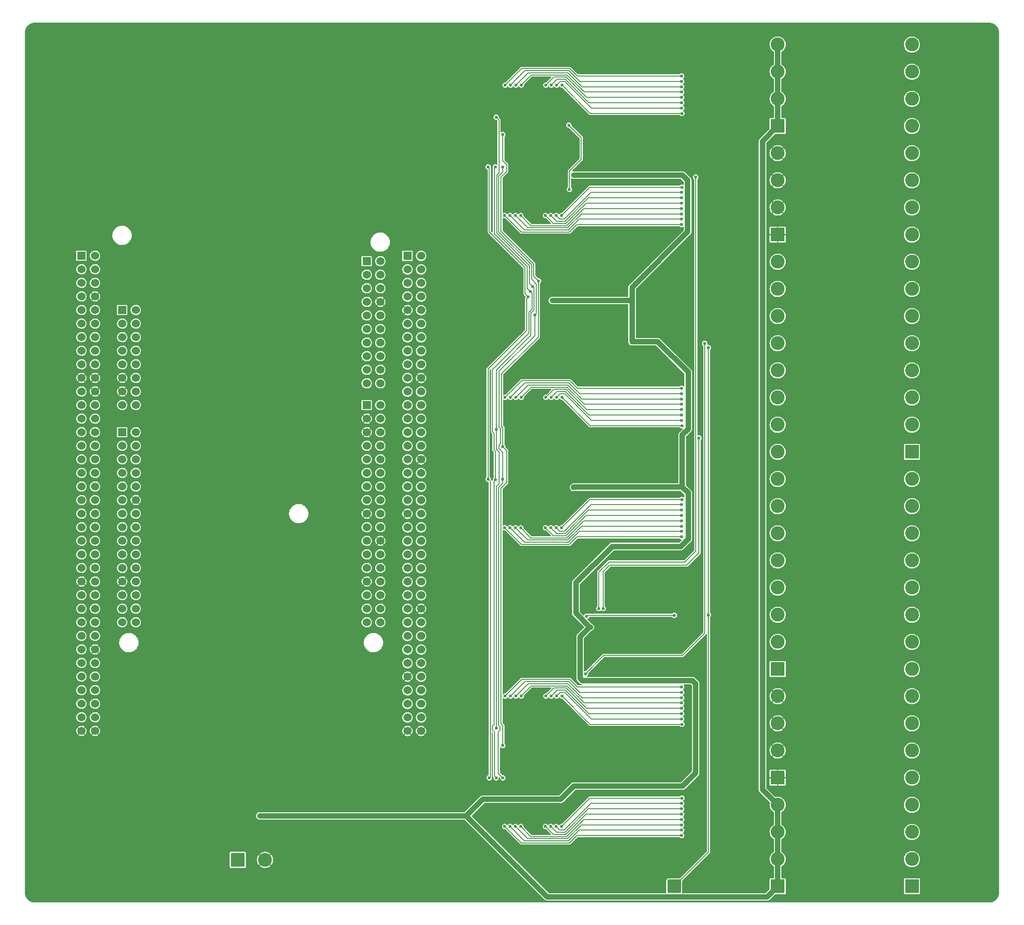
<source format=gbr>
%TF.GenerationSoftware,KiCad,Pcbnew,(5.99.0-10483-ga6ad7a4a70)*%
%TF.CreationDate,2021-07-25T14:43:04+03:00*%
%TF.ProjectId,digital_inputs,64696769-7461-46c5-9f69-6e707574732e,rev?*%
%TF.SameCoordinates,Original*%
%TF.FileFunction,Copper,L2,Bot*%
%TF.FilePolarity,Positive*%
%FSLAX46Y46*%
G04 Gerber Fmt 4.6, Leading zero omitted, Abs format (unit mm)*
G04 Created by KiCad (PCBNEW (5.99.0-10483-ga6ad7a4a70)) date 2021-07-25 14:43:04*
%MOMM*%
%LPD*%
G01*
G04 APERTURE LIST*
G04 Aperture macros list*
%AMRoundRect*
0 Rectangle with rounded corners*
0 $1 Rounding radius*
0 $2 $3 $4 $5 $6 $7 $8 $9 X,Y pos of 4 corners*
0 Add a 4 corners polygon primitive as box body*
4,1,4,$2,$3,$4,$5,$6,$7,$8,$9,$2,$3,0*
0 Add four circle primitives for the rounded corners*
1,1,$1+$1,$2,$3*
1,1,$1+$1,$4,$5*
1,1,$1+$1,$6,$7*
1,1,$1+$1,$8,$9*
0 Add four rect primitives between the rounded corners*
20,1,$1+$1,$2,$3,$4,$5,0*
20,1,$1+$1,$4,$5,$6,$7,0*
20,1,$1+$1,$6,$7,$8,$9,0*
20,1,$1+$1,$8,$9,$2,$3,0*%
G04 Aperture macros list end*
%TA.AperFunction,ComponentPad*%
%ADD10C,0.800000*%
%TD*%
%TA.AperFunction,ComponentPad*%
%ADD11C,6.400000*%
%TD*%
%TA.AperFunction,ComponentPad*%
%ADD12R,2.600000X2.600000*%
%TD*%
%TA.AperFunction,ComponentPad*%
%ADD13C,2.600000*%
%TD*%
%TA.AperFunction,ComponentPad*%
%ADD14R,1.530000X1.530000*%
%TD*%
%TA.AperFunction,ComponentPad*%
%ADD15C,1.530000*%
%TD*%
%TA.AperFunction,ComponentPad*%
%ADD16RoundRect,0.249999X-1.025001X-1.025001X1.025001X-1.025001X1.025001X1.025001X-1.025001X1.025001X0*%
%TD*%
%TA.AperFunction,ViaPad*%
%ADD17C,0.600000*%
%TD*%
%TA.AperFunction,Conductor*%
%ADD18C,1.000000*%
%TD*%
%TA.AperFunction,Conductor*%
%ADD19C,0.200000*%
%TD*%
G04 APERTURE END LIST*
D10*
%TO.P,J12,1,Pin_1*%
%TO.N,GND*%
X208000000Y-206100000D03*
X206302944Y-206802944D03*
X205600000Y-208500000D03*
X206302944Y-210197056D03*
D11*
X208000000Y-208500000D03*
D10*
X209697056Y-210197056D03*
X209697056Y-206802944D03*
X210400000Y-208500000D03*
X208000000Y-210900000D03*
%TD*%
D12*
%TO.P,J6,1,Pin_1*%
%TO.N,GND*%
X267925000Y-188459999D03*
D13*
%TO.P,J6,2,Pin_2*%
X267925000Y-183379999D03*
%TO.P,J6,3,Pin_3*%
X267925000Y-178299999D03*
%TO.P,J6,4,Pin_4*%
X267925000Y-173219999D03*
%TD*%
D12*
%TO.P,J5,1,Pin_1*%
%TO.N,Net-(F1-Pad2)*%
X167005000Y-203835000D03*
D13*
%TO.P,J5,2,Pin_2*%
%TO.N,GND*%
X172085000Y-203835000D03*
%TD*%
D10*
%TO.P,J10,1,Pin_1*%
%TO.N,GND*%
X206100000Y-129500000D03*
X210900000Y-129500000D03*
X210197056Y-131197056D03*
X208500000Y-131900000D03*
X206802944Y-131197056D03*
D11*
X208500000Y-129500000D03*
D10*
X206802944Y-127802944D03*
X210197056Y-127802944D03*
X208500000Y-127100000D03*
%TD*%
D12*
%TO.P,J7,1,Pin_1*%
%TO.N,GND*%
X267925000Y-86860000D03*
D13*
%TO.P,J7,2,Pin_2*%
X267925000Y-81780000D03*
%TO.P,J7,3,Pin_3*%
X267925000Y-76700000D03*
%TO.P,J7,4,Pin_4*%
X267925000Y-71620000D03*
%TD*%
D12*
%TO.P,J8,1,Pin_1*%
%TO.N,+12V*%
X267925000Y-66540000D03*
D13*
%TO.P,J8,2,Pin_2*%
X267925000Y-61460000D03*
%TO.P,J8,3,Pin_3*%
X267925000Y-56380000D03*
%TO.P,J8,4,Pin_4*%
X267925000Y-51300000D03*
%TD*%
D12*
%TO.P,J3,1,Pin_1*%
%TO.N,/TST48*%
X293020000Y-208780000D03*
D13*
%TO.P,J3,2,Pin_2*%
%TO.N,/TST47*%
X293020000Y-203700000D03*
%TO.P,J3,3,Pin_3*%
%TO.N,/TST46*%
X293020000Y-198620000D03*
%TO.P,J3,4,Pin_4*%
%TO.N,/TST45*%
X293020000Y-193540000D03*
%TO.P,J3,5,Pin_5*%
%TO.N,/TST44*%
X293020000Y-188460000D03*
%TO.P,J3,6,Pin_6*%
%TO.N,/TST43*%
X293020000Y-183380000D03*
%TO.P,J3,7,Pin_7*%
%TO.N,/TST42*%
X293020000Y-178300000D03*
%TO.P,J3,8,Pin_8*%
%TO.N,/TST41*%
X293020000Y-173220000D03*
%TO.P,J3,9,Pin_9*%
%TO.N,/TST40*%
X293020000Y-168140000D03*
%TO.P,J3,10,Pin_10*%
%TO.N,/TST39*%
X293020000Y-163060000D03*
%TO.P,J3,11,Pin_11*%
%TO.N,/TST38*%
X293020000Y-157980000D03*
%TO.P,J3,12,Pin_12*%
%TO.N,/TST37*%
X293020000Y-152900000D03*
%TO.P,J3,13,Pin_13*%
%TO.N,/TST36*%
X293020000Y-147820000D03*
%TO.P,J3,14,Pin_14*%
%TO.N,/TST35*%
X293020000Y-142740000D03*
%TO.P,J3,15,Pin_15*%
%TO.N,/TST34*%
X293020000Y-137660000D03*
%TO.P,J3,16,Pin_16*%
%TO.N,/TST33*%
X293020000Y-132580000D03*
%TD*%
D10*
%TO.P,J16,1,Pin_1*%
%TO.N,GND*%
X305914214Y-206100000D03*
D11*
X305914214Y-208500000D03*
D10*
X308314214Y-208500000D03*
X304217158Y-210197056D03*
X307611270Y-206802944D03*
X305914214Y-210900000D03*
X303514214Y-208500000D03*
X304217158Y-206802944D03*
X307611270Y-210197056D03*
%TD*%
%TO.P,J11,1,Pin_1*%
%TO.N,GND*%
X304217158Y-52197056D03*
X305914214Y-48100000D03*
X308314214Y-50500000D03*
D11*
X305914214Y-50500000D03*
D10*
X304217158Y-48802944D03*
X305914214Y-52900000D03*
X307611270Y-48802944D03*
X307611270Y-52197056D03*
X303514214Y-50500000D03*
%TD*%
D14*
%TO.P,U11,CN7_1,D16/I2S_A_MCK*%
%TO.N,unconnected-(U11-PadCN7_1)*%
X191090000Y-91816000D03*
D15*
%TO.P,U11,CN7_2,D15/I2C_A_SCL*%
%TO.N,unconnected-(U11-PadCN7_2)*%
X193630000Y-91816000D03*
%TO.P,U11,CN7_3,D17/I2S_A_SD*%
%TO.N,unconnected-(U11-PadCN7_3)*%
X191090000Y-94356000D03*
%TO.P,U11,CN7_4,D14/I2C_A_SDA*%
%TO.N,unconnected-(U11-PadCN7_4)*%
X193630000Y-94356000D03*
%TO.P,U11,CN7_5,D18/I2S_A_CK*%
%TO.N,unconnected-(U11-PadCN7_5)*%
X191090000Y-96896000D03*
%TO.P,U11,CN7_6,AREF*%
%TO.N,unconnected-(U11-PadCN7_6)*%
X193630000Y-96896000D03*
%TO.P,U11,CN7_7,D19/I2S_A_WS*%
%TO.N,unconnected-(U11-PadCN7_7)*%
X191090000Y-99436000D03*
%TO.P,U11,CN7_8,GND_CN7*%
%TO.N,GND*%
X193630000Y-99436000D03*
%TO.P,U11,CN7_9,D20/I2S_B_WS*%
%TO.N,unconnected-(U11-PadCN7_9)*%
X191090000Y-101976000D03*
%TO.P,U11,CN7_10,D13/SPI_A_SCK*%
%TO.N,unconnected-(U11-PadCN7_10)*%
X193630000Y-101976000D03*
%TO.P,U11,CN7_11,D21/I2S_B_MCK*%
%TO.N,unconnected-(U11-PadCN7_11)*%
X191090000Y-104516000D03*
%TO.P,U11,CN7_12,D12/SPI_A_MISO*%
%TO.N,unconnected-(U11-PadCN7_12)*%
X193630000Y-104516000D03*
%TO.P,U11,CN7_13,D22/I2S_B_SD/SPI_B_MOSI*%
%TO.N,unconnected-(U11-PadCN7_13)*%
X191090000Y-107056000D03*
%TO.P,U11,CN7_14,D11/SPI_A_MOSI/TIM_E_PWM1*%
%TO.N,unconnected-(U11-PadCN7_14)*%
X193630000Y-107056000D03*
%TO.P,U11,CN7_15,D23/I2S_B_CK/SPI_B_SCK*%
%TO.N,unconnected-(U11-PadCN7_15)*%
X191090000Y-109596000D03*
%TO.P,U11,CN7_16,D10/SPI_A_CS/TIM_B_PWM3*%
%TO.N,unconnected-(U11-PadCN7_16)*%
X193630000Y-109596000D03*
%TO.P,U11,CN7_17,D24/SPI_B_NSS*%
%TO.N,unconnected-(U11-PadCN7_17)*%
X191090000Y-112136000D03*
%TO.P,U11,CN7_18,D9/TIMER_B_PWM2*%
%TO.N,unconnected-(U11-PadCN7_18)*%
X193630000Y-112136000D03*
%TO.P,U11,CN7_19,D25/SPI_B_MISO*%
%TO.N,unconnected-(U11-PadCN7_19)*%
X191090000Y-114676000D03*
%TO.P,U11,CN7_20,D8/IO*%
%TO.N,unconnected-(U11-PadCN7_20)*%
X193630000Y-114676000D03*
D14*
%TO.P,U11,CN8_1,NC_CN8*%
%TO.N,unconnected-(U11-PadCN8_1)*%
X145370000Y-100960000D03*
D15*
%TO.P,U11,CN8_2,D43/SDMMC_D0*%
%TO.N,unconnected-(U11-PadCN8_2)*%
X147910000Y-100960000D03*
%TO.P,U11,CN8_3,IOREF_CN8*%
%TO.N,unconnected-(U11-PadCN8_3)*%
X145370000Y-103500000D03*
%TO.P,U11,CN8_4,D44/SDMMC_D1/I2S_A_CKIN*%
%TO.N,unconnected-(U11-PadCN8_4)*%
X147910000Y-103500000D03*
%TO.P,U11,CN8_5,RESET_CN8*%
%TO.N,unconnected-(U11-PadCN8_5)*%
X145370000Y-106040000D03*
%TO.P,U11,CN8_6,D45/SDMMC_D2*%
%TO.N,unconnected-(U11-PadCN8_6)*%
X147910000Y-106040000D03*
%TO.P,U11,CN8_7,+3V3_CN8*%
%TO.N,unconnected-(U11-PadCN8_7)*%
X145370000Y-108580000D03*
%TO.P,U11,CN8_8,D46/SDMMC_D3*%
%TO.N,unconnected-(U11-PadCN8_8)*%
X147910000Y-108580000D03*
%TO.P,U11,CN8_9,+5V_CN8*%
%TO.N,unconnected-(U11-PadCN8_9)*%
X145370000Y-111120000D03*
%TO.P,U11,CN8_10,D47/SDMMC_CK*%
%TO.N,unconnected-(U11-PadCN8_10)*%
X147910000Y-111120000D03*
%TO.P,U11,CN8_11,GND_CN8*%
%TO.N,GND*%
X145370000Y-113660000D03*
%TO.P,U11,CN8_12,D48/SDMMC_CMD*%
%TO.N,unconnected-(U11-PadCN8_12)*%
X147910000Y-113660000D03*
%TO.P,U11,CN8_13,GND_CN8*%
%TO.N,GND*%
X145370000Y-116200000D03*
%TO.P,U11,CN8_14,D49/IO*%
%TO.N,unconnected-(U11-PadCN8_14)*%
X147910000Y-116200000D03*
%TO.P,U11,CN8_15,VIN_CN8*%
%TO.N,unconnected-(U11-PadCN8_15)*%
X145370000Y-118740000D03*
%TO.P,U11,CN8_16,D50/IO*%
%TO.N,unconnected-(U11-PadCN8_16)*%
X147910000Y-118740000D03*
D14*
%TO.P,U11,CN9_1,A0/ADC123_IN3*%
%TO.N,unconnected-(U11-PadCN9_1)*%
X145370000Y-123820000D03*
D15*
%TO.P,U11,CN9_2,D51/USART_B_SCLK*%
%TO.N,unconnected-(U11-PadCN9_2)*%
X147910000Y-123820000D03*
%TO.P,U11,CN9_3,A1/ADC123_IN10*%
%TO.N,unconnected-(U11-PadCN9_3)*%
X145370000Y-126360000D03*
%TO.P,U11,CN9_4,D52/USART_B_RX*%
%TO.N,unconnected-(U11-PadCN9_4)*%
X147910000Y-126360000D03*
%TO.P,U11,CN9_5,A2/ADC123_IN13*%
%TO.N,unconnected-(U11-PadCN9_5)*%
X145370000Y-128900000D03*
%TO.P,U11,CN9_6,D53/USART_B_TX*%
%TO.N,unconnected-(U11-PadCN9_6)*%
X147910000Y-128900000D03*
%TO.P,U11,CN9_7,A3/ADC3_IN9*%
%TO.N,unconnected-(U11-PadCN9_7)*%
X145370000Y-131440000D03*
%TO.P,U11,CN9_8,D54/USART_B_RTS*%
%TO.N,unconnected-(U11-PadCN9_8)*%
X147910000Y-131440000D03*
%TO.P,U11,CN9_9,A4/ADC3_IN15/I2C1_SDA*%
%TO.N,unconnected-(U11-PadCN9_9)*%
X145370000Y-133980000D03*
%TO.P,U11,CN9_10,D55/USART_B_CTS*%
%TO.N,unconnected-(U11-PadCN9_10)*%
X147910000Y-133980000D03*
%TO.P,U11,CN9_11,A5/ADC3_IN8/I2C1_SCL*%
%TO.N,unconnected-(U11-PadCN9_11)*%
X145370000Y-136520000D03*
%TO.P,U11,CN9_12,GND_CN9*%
%TO.N,GND*%
X147910000Y-136520000D03*
%TO.P,U11,CN9_13,D72/NC*%
%TO.N,unconnected-(U11-PadCN9_13)*%
X145370000Y-139060000D03*
%TO.P,U11,CN9_14,D56/SAI_A_MCLK*%
%TO.N,unconnected-(U11-PadCN9_14)*%
X147910000Y-139060000D03*
%TO.P,U11,CN9_15,D71/IO*%
%TO.N,unconnected-(U11-PadCN9_15)*%
X145370000Y-141600000D03*
%TO.P,U11,CN9_16,D57/SAI_A_FS*%
%TO.N,unconnected-(U11-PadCN9_16)*%
X147910000Y-141600000D03*
%TO.P,U11,CN9_17,D70/I2C_B_SMBA*%
%TO.N,unconnected-(U11-PadCN9_17)*%
X145370000Y-144140000D03*
%TO.P,U11,CN9_18,D58/SAI_A_SCK*%
%TO.N,unconnected-(U11-PadCN9_18)*%
X147910000Y-144140000D03*
%TO.P,U11,CN9_19,D69/I2C_B_SCL*%
%TO.N,unconnected-(U11-PadCN9_19)*%
X145370000Y-146680000D03*
%TO.P,U11,CN9_20,D59/SAI_A_SD*%
%TO.N,unconnected-(U11-PadCN9_20)*%
X147910000Y-146680000D03*
%TO.P,U11,CN9_21,D68/I2C_B_SDA*%
%TO.N,unconnected-(U11-PadCN9_21)*%
X145370000Y-149220000D03*
%TO.P,U11,CN9_22,D60/SAI_B_SD*%
%TO.N,unconnected-(U11-PadCN9_22)*%
X147910000Y-149220000D03*
%TO.P,U11,CN9_23,GND_CN9*%
%TO.N,GND*%
X145370000Y-151760000D03*
%TO.P,U11,CN9_24,D61/SAI_B_SCK*%
%TO.N,unconnected-(U11-PadCN9_24)*%
X147910000Y-151760000D03*
%TO.P,U11,CN9_25,D67/CAN_RX*%
%TO.N,unconnected-(U11-PadCN9_25)*%
X145370000Y-154300000D03*
%TO.P,U11,CN9_26,D62/SAI_B_MCLK*%
%TO.N,unconnected-(U11-PadCN9_26)*%
X147910000Y-154300000D03*
%TO.P,U11,CN9_27,D66/CAN_TX*%
%TO.N,unconnected-(U11-PadCN9_27)*%
X145370000Y-156840000D03*
%TO.P,U11,CN9_28,D63/SAI_B_FS*%
%TO.N,unconnected-(U11-PadCN9_28)*%
X147910000Y-156840000D03*
%TO.P,U11,CN9_29,D65/IO*%
%TO.N,unconnected-(U11-PadCN9_29)*%
X145370000Y-159380000D03*
%TO.P,U11,CN9_30,D64/IO*%
%TO.N,unconnected-(U11-PadCN9_30)*%
X147910000Y-159380000D03*
D14*
%TO.P,U11,CN10_1,AVDD_CN10*%
%TO.N,unconnected-(U11-PadCN10_1)*%
X191090000Y-118740000D03*
D15*
%TO.P,U11,CN10_2,D7/IO*%
%TO.N,unconnected-(U11-PadCN10_2)*%
X193630000Y-118740000D03*
%TO.P,U11,CN10_3,AGND_CN10*%
%TO.N,GND*%
X191090000Y-121280000D03*
%TO.P,U11,CN10_4,D6/TIMER_A_PWM1*%
%TO.N,unconnected-(U11-PadCN10_4)*%
X193630000Y-121280000D03*
%TO.P,U11,CN10_5,GND_CN10*%
%TO.N,GND*%
X191090000Y-123820000D03*
%TO.P,U11,CN10_6,D5/TIMER_A_PWM2*%
%TO.N,unconnected-(U11-PadCN10_6)*%
X193630000Y-123820000D03*
%TO.P,U11,CN10_7,A6/ADC_A_IN*%
%TO.N,unconnected-(U11-PadCN10_7)*%
X191090000Y-126360000D03*
%TO.P,U11,CN10_8,D4/IO*%
%TO.N,unconnected-(U11-PadCN10_8)*%
X193630000Y-126360000D03*
%TO.P,U11,CN10_9,A7/ADC_B_IN*%
%TO.N,unconnected-(U11-PadCN10_9)*%
X191090000Y-128900000D03*
%TO.P,U11,CN10_10,D3/TIMER_A_PWM3*%
%TO.N,unconnected-(U11-PadCN10_10)*%
X193630000Y-128900000D03*
%TO.P,U11,CN10_11,A8/ADC_C_IN*%
%TO.N,unconnected-(U11-PadCN10_11)*%
X191090000Y-131440000D03*
%TO.P,U11,CN10_12,D2/IO*%
%TO.N,unconnected-(U11-PadCN10_12)*%
X193630000Y-131440000D03*
%TO.P,U11,CN10_13,D26/IO*%
%TO.N,unconnected-(U11-PadCN10_13)*%
X191090000Y-133980000D03*
%TO.P,U11,CN10_14,D1/USART_A_TX*%
%TO.N,unconnected-(U11-PadCN10_14)*%
X193630000Y-133980000D03*
%TO.P,U11,CN10_15,D27/IO*%
%TO.N,unconnected-(U11-PadCN10_15)*%
X191090000Y-136520000D03*
%TO.P,U11,CN10_16,D0/USART_A_RX*%
%TO.N,unconnected-(U11-PadCN10_16)*%
X193630000Y-136520000D03*
%TO.P,U11,CN10_17,GND_CN10*%
%TO.N,GND*%
X191090000Y-139060000D03*
%TO.P,U11,CN10_18,D42/TIMER_A_PWM1N*%
%TO.N,unconnected-(U11-PadCN10_18)*%
X193630000Y-139060000D03*
%TO.P,U11,CN10_19,D28/IO*%
%TO.N,unconnected-(U11-PadCN10_19)*%
X191090000Y-141600000D03*
%TO.P,U11,CN10_20,D41/TIMER_A_ETR*%
%TO.N,unconnected-(U11-PadCN10_20)*%
X193630000Y-141600000D03*
%TO.P,U11,CN10_21,D29/IO*%
%TO.N,unconnected-(U11-PadCN10_21)*%
X191090000Y-144140000D03*
%TO.P,U11,CN10_22,GND_CN10*%
%TO.N,GND*%
X193630000Y-144140000D03*
%TO.P,U11,CN10_23,D30/IO*%
%TO.N,unconnected-(U11-PadCN10_23)*%
X191090000Y-146680000D03*
%TO.P,U11,CN10_24,D40/TIMER_A_PWM2N*%
%TO.N,unconnected-(U11-PadCN10_24)*%
X193630000Y-146680000D03*
%TO.P,U11,CN10_25,D31/IO*%
%TO.N,unconnected-(U11-PadCN10_25)*%
X191090000Y-149220000D03*
%TO.P,U11,CN10_26,D39/TIMER_A_PWM3N*%
%TO.N,unconnected-(U11-PadCN10_26)*%
X193630000Y-149220000D03*
%TO.P,U11,CN10_27,GND_CN10*%
%TO.N,GND*%
X191090000Y-151760000D03*
%TO.P,U11,CN10_28,D38/IO*%
%TO.N,unconnected-(U11-PadCN10_28)*%
X193630000Y-151760000D03*
%TO.P,U11,CN10_29,D32/TIMER_C_PWM1*%
%TO.N,unconnected-(U11-PadCN10_29)*%
X191090000Y-154300000D03*
%TO.P,U11,CN10_30,D37/TIMER_A_BKIN1*%
%TO.N,unconnected-(U11-PadCN10_30)*%
X193630000Y-154300000D03*
%TO.P,U11,CN10_31,D33/TIMER_D_PWM1*%
%TO.N,unconnected-(U11-PadCN10_31)*%
X191090000Y-156840000D03*
%TO.P,U11,CN10_32,D36/TIMER_C_PWM2*%
%TO.N,unconnected-(U11-PadCN10_32)*%
X193630000Y-156840000D03*
%TO.P,U11,CN10_33,D34/TIMER_B_ETR*%
%TO.N,unconnected-(U11-PadCN10_33)*%
X191090000Y-159380000D03*
%TO.P,U11,CN10_34,D35/TIMER_C_PWM3*%
%TO.N,unconnected-(U11-PadCN10_34)*%
X193630000Y-159380000D03*
D14*
%TO.P,U11,CN11_1,PC10*%
%TO.N,unconnected-(U11-PadCN11_1)*%
X137750000Y-90800000D03*
D15*
%TO.P,U11,CN11_2,PC11*%
%TO.N,unconnected-(U11-PadCN11_2)*%
X140290000Y-90800000D03*
%TO.P,U11,CN11_3,PC12*%
%TO.N,unconnected-(U11-PadCN11_3)*%
X137750000Y-93340000D03*
%TO.P,U11,CN11_4,PD2*%
%TO.N,unconnected-(U11-PadCN11_4)*%
X140290000Y-93340000D03*
%TO.P,U11,CN11_5,VDD*%
%TO.N,unconnected-(U11-PadCN11_5)*%
X137750000Y-95880000D03*
%TO.P,U11,CN11_6,E5V*%
%TO.N,unconnected-(U11-PadCN11_6)*%
X140290000Y-95880000D03*
%TO.P,U11,CN11_7,BOOT0*%
%TO.N,unconnected-(U11-PadCN11_7)*%
X137750000Y-98420000D03*
%TO.P,U11,CN11_8,GND_CN11*%
%TO.N,GND*%
X140290000Y-98420000D03*
%TO.P,U11,CN11_9,PF6*%
%TO.N,unconnected-(U11-PadCN11_9)*%
X137750000Y-100960000D03*
%TO.P,U11,CN11_10,NC*%
%TO.N,unconnected-(U11-PadCN11_10)*%
X140290000Y-100960000D03*
%TO.P,U11,CN11_11,PF7*%
%TO.N,unconnected-(U11-PadCN11_11)*%
X137750000Y-103500000D03*
%TO.P,U11,CN11_12,IOREF*%
%TO.N,unconnected-(U11-PadCN11_12)*%
X140290000Y-103500000D03*
%TO.P,U11,CN11_13,PA13*%
%TO.N,unconnected-(U11-PadCN11_13)*%
X137750000Y-106040000D03*
%TO.P,U11,CN11_14,RESET*%
%TO.N,unconnected-(U11-PadCN11_14)*%
X140290000Y-106040000D03*
%TO.P,U11,CN11_15,PA14*%
%TO.N,unconnected-(U11-PadCN11_15)*%
X137750000Y-108580000D03*
%TO.P,U11,CN11_16,+3V3*%
%TO.N,unconnected-(U11-PadCN11_16)*%
X140290000Y-108580000D03*
%TO.P,U11,CN11_17,PA15*%
%TO.N,unconnected-(U11-PadCN11_17)*%
X137750000Y-111120000D03*
%TO.P,U11,CN11_18,+5V*%
%TO.N,unconnected-(U11-PadCN11_18)*%
X140290000Y-111120000D03*
%TO.P,U11,CN11_19,GND_CN11*%
%TO.N,GND*%
X137750000Y-113660000D03*
%TO.P,U11,CN11_20,GND_CN11*%
X140290000Y-113660000D03*
%TO.P,U11,CN11_21,PB7*%
%TO.N,unconnected-(U11-PadCN11_21)*%
X137750000Y-116200000D03*
%TO.P,U11,CN11_22,GND_CN11*%
%TO.N,GND*%
X140290000Y-116200000D03*
%TO.P,U11,CN11_23,PC13*%
%TO.N,unconnected-(U11-PadCN11_23)*%
X137750000Y-118740000D03*
%TO.P,U11,CN11_24,VIN*%
%TO.N,+12V*%
X140290000Y-118740000D03*
%TO.P,U11,CN11_25,PC14*%
%TO.N,unconnected-(U11-PadCN11_25)*%
X137750000Y-121280000D03*
%TO.P,U11,CN11_26,NC*%
%TO.N,unconnected-(U11-PadCN11_26)*%
X140290000Y-121280000D03*
%TO.P,U11,CN11_27,PC15*%
%TO.N,unconnected-(U11-PadCN11_27)*%
X137750000Y-123820000D03*
%TO.P,U11,CN11_28,PA0*%
%TO.N,unconnected-(U11-PadCN11_28)*%
X140290000Y-123820000D03*
%TO.P,U11,CN11_29,PH0*%
%TO.N,unconnected-(U11-PadCN11_29)*%
X137750000Y-126360000D03*
%TO.P,U11,CN11_30,PA1*%
%TO.N,unconnected-(U11-PadCN11_30)*%
X140290000Y-126360000D03*
%TO.P,U11,CN11_31,PH1*%
%TO.N,unconnected-(U11-PadCN11_31)*%
X137750000Y-128900000D03*
%TO.P,U11,CN11_32,PA4*%
%TO.N,unconnected-(U11-PadCN11_32)*%
X140290000Y-128900000D03*
%TO.P,U11,CN11_33,VBAT*%
%TO.N,unconnected-(U11-PadCN11_33)*%
X137750000Y-131440000D03*
%TO.P,U11,CN11_34,PB0*%
%TO.N,unconnected-(U11-PadCN11_34)*%
X140290000Y-131440000D03*
%TO.P,U11,CN11_35,PC2*%
%TO.N,unconnected-(U11-PadCN11_35)*%
X137750000Y-133980000D03*
%TO.P,U11,CN11_36,PC1*%
%TO.N,unconnected-(U11-PadCN11_36)*%
X140290000Y-133980000D03*
%TO.P,U11,CN11_37,PC3*%
%TO.N,unconnected-(U11-PadCN11_37)*%
X137750000Y-136520000D03*
%TO.P,U11,CN11_38,PC0*%
%TO.N,unconnected-(U11-PadCN11_38)*%
X140290000Y-136520000D03*
%TO.P,U11,CN11_39,PD4*%
%TO.N,unconnected-(U11-PadCN11_39)*%
X137750000Y-139060000D03*
%TO.P,U11,CN11_40,PD3*%
%TO.N,unconnected-(U11-PadCN11_40)*%
X140290000Y-139060000D03*
%TO.P,U11,CN11_41,PD5*%
%TO.N,unconnected-(U11-PadCN11_41)*%
X137750000Y-141600000D03*
%TO.P,U11,CN11_42,PG2*%
%TO.N,unconnected-(U11-PadCN11_42)*%
X140290000Y-141600000D03*
%TO.P,U11,CN11_43,PD6*%
%TO.N,unconnected-(U11-PadCN11_43)*%
X137750000Y-144140000D03*
%TO.P,U11,CN11_44,PG3*%
%TO.N,unconnected-(U11-PadCN11_44)*%
X140290000Y-144140000D03*
%TO.P,U11,CN11_45,PD7*%
%TO.N,unconnected-(U11-PadCN11_45)*%
X137750000Y-146680000D03*
%TO.P,U11,CN11_46,PE2*%
%TO.N,unconnected-(U11-PadCN11_46)*%
X140290000Y-146680000D03*
%TO.P,U11,CN11_47,PE3*%
%TO.N,unconnected-(U11-PadCN11_47)*%
X137750000Y-149220000D03*
%TO.P,U11,CN11_48,PE4*%
%TO.N,unconnected-(U11-PadCN11_48)*%
X140290000Y-149220000D03*
%TO.P,U11,CN11_49,GND_CN11*%
%TO.N,GND*%
X137750000Y-151760000D03*
%TO.P,U11,CN11_50,PE5*%
%TO.N,unconnected-(U11-PadCN11_50)*%
X140290000Y-151760000D03*
%TO.P,U11,CN11_51,PF1*%
%TO.N,unconnected-(U11-PadCN11_51)*%
X137750000Y-154300000D03*
%TO.P,U11,CN11_52,PF2*%
%TO.N,unconnected-(U11-PadCN11_52)*%
X140290000Y-154300000D03*
%TO.P,U11,CN11_53,PF0*%
%TO.N,unconnected-(U11-PadCN11_53)*%
X137750000Y-156840000D03*
%TO.P,U11,CN11_54,PF8*%
%TO.N,unconnected-(U11-PadCN11_54)*%
X140290000Y-156840000D03*
%TO.P,U11,CN11_55,PD1*%
%TO.N,unconnected-(U11-PadCN11_55)*%
X137750000Y-159380000D03*
%TO.P,U11,CN11_56,PF9*%
%TO.N,unconnected-(U11-PadCN11_56)*%
X140290000Y-159380000D03*
%TO.P,U11,CN11_57,PD0*%
%TO.N,unconnected-(U11-PadCN11_57)*%
X137750000Y-161920000D03*
%TO.P,U11,CN11_58,PG1*%
%TO.N,unconnected-(U11-PadCN11_58)*%
X140290000Y-161920000D03*
%TO.P,U11,CN11_59,PG0*%
%TO.N,unconnected-(U11-PadCN11_59)*%
X137750000Y-164460000D03*
%TO.P,U11,CN11_60,GND_CN11*%
%TO.N,GND*%
X140290000Y-164460000D03*
%TO.P,U11,CN11_61,PE1*%
%TO.N,unconnected-(U11-PadCN11_61)*%
X137750000Y-167000000D03*
%TO.P,U11,CN11_62,PE6*%
%TO.N,unconnected-(U11-PadCN11_62)*%
X140290000Y-167000000D03*
%TO.P,U11,CN11_63,PG9*%
%TO.N,unconnected-(U11-PadCN11_63)*%
X137750000Y-169540000D03*
%TO.P,U11,CN11_64,PG15*%
%TO.N,unconnected-(U11-PadCN11_64)*%
X140290000Y-169540000D03*
%TO.P,U11,CN11_65,PG12*%
%TO.N,unconnected-(U11-PadCN11_65)*%
X137750000Y-172080000D03*
%TO.P,U11,CN11_66,PG10*%
%TO.N,unconnected-(U11-PadCN11_66)*%
X140290000Y-172080000D03*
%TO.P,U11,CN11_67,NC*%
%TO.N,unconnected-(U11-PadCN11_67)*%
X137750000Y-174620000D03*
%TO.P,U11,CN11_68,PG13*%
%TO.N,unconnected-(U11-PadCN11_68)*%
X140290000Y-174620000D03*
%TO.P,U11,CN11_69,PD9*%
%TO.N,unconnected-(U11-PadCN11_69)*%
X137750000Y-177160000D03*
%TO.P,U11,CN11_70,PG11*%
%TO.N,unconnected-(U11-PadCN11_70)*%
X140290000Y-177160000D03*
%TO.P,U11,CN11_71,GND_CN11*%
%TO.N,GND*%
X137750000Y-179700000D03*
%TO.P,U11,CN11_72,GND_CN11*%
X140290000Y-179700000D03*
D14*
%TO.P,U11,CN12_1,PC9*%
%TO.N,unconnected-(U11-PadCN12_1)*%
X198710000Y-90820000D03*
D15*
%TO.P,U11,CN12_2,PC8*%
%TO.N,/ADR0*%
X201250000Y-90820000D03*
%TO.P,U11,CN12_3,PB8*%
%TO.N,unconnected-(U11-PadCN12_3)*%
X198710000Y-93360000D03*
%TO.P,U11,CN12_4,PC6*%
%TO.N,/ADR1*%
X201250000Y-93360000D03*
%TO.P,U11,CN12_5,PB9*%
%TO.N,unconnected-(U11-PadCN12_5)*%
X198710000Y-95900000D03*
%TO.P,U11,CN12_6,PC5*%
%TO.N,/ADR2*%
X201250000Y-95900000D03*
%TO.P,U11,CN12_7,AVDD_CN12*%
%TO.N,unconnected-(U11-PadCN12_7)*%
X198710000Y-98440000D03*
%TO.P,U11,CN12_8,U5V*%
%TO.N,unconnected-(U11-PadCN12_8)*%
X201250000Y-98440000D03*
%TO.P,U11,CN12_9,GND_CN12*%
%TO.N,GND*%
X198710000Y-100980000D03*
%TO.P,U11,CN12_10,PD8*%
%TO.N,unconnected-(U11-PadCN12_10)*%
X201250000Y-100980000D03*
%TO.P,U11,CN12_11,PA5*%
%TO.N,unconnected-(U11-PadCN12_11)*%
X198710000Y-103520000D03*
%TO.P,U11,CN12_12,PA12*%
%TO.N,unconnected-(U11-PadCN12_12)*%
X201250000Y-103520000D03*
%TO.P,U11,CN12_13,PA6*%
%TO.N,/ADR3*%
X198710000Y-106060000D03*
%TO.P,U11,CN12_14,PA11*%
%TO.N,unconnected-(U11-PadCN12_14)*%
X201250000Y-106060000D03*
%TO.P,U11,CN12_15,PA7*%
%TO.N,/MUX_OFF*%
X198710000Y-108600000D03*
%TO.P,U11,CN12_16,PB12*%
%TO.N,/OUT0*%
X201250000Y-108600000D03*
%TO.P,U11,CN12_17,PB6*%
%TO.N,unconnected-(U11-PadCN12_17)*%
X198710000Y-111140000D03*
%TO.P,U11,CN12_18,PB11*%
%TO.N,/OUT1*%
X201250000Y-111140000D03*
%TO.P,U11,CN12_19,PC7*%
%TO.N,/OUT2*%
X198710000Y-113680000D03*
%TO.P,U11,CN12_20,GND_CN12*%
%TO.N,GND*%
X201250000Y-113680000D03*
%TO.P,U11,CN12_21,PA9*%
%TO.N,unconnected-(U11-PadCN12_21)*%
X198710000Y-116220000D03*
%TO.P,U11,CN12_22,PB2*%
%TO.N,unconnected-(U11-PadCN12_22)*%
X201250000Y-116220000D03*
%TO.P,U11,CN12_23,PA8*%
%TO.N,unconnected-(U11-PadCN12_23)*%
X198710000Y-118760000D03*
%TO.P,U11,CN12_24,PB1*%
%TO.N,unconnected-(U11-PadCN12_24)*%
X201250000Y-118760000D03*
%TO.P,U11,CN12_25,PB10*%
%TO.N,unconnected-(U11-PadCN12_25)*%
X198710000Y-121300000D03*
%TO.P,U11,CN12_26,PB15*%
%TO.N,unconnected-(U11-PadCN12_26)*%
X201250000Y-121300000D03*
%TO.P,U11,CN12_27,PB4*%
%TO.N,unconnected-(U11-PadCN12_27)*%
X198710000Y-123840000D03*
%TO.P,U11,CN12_28,PB14*%
%TO.N,unconnected-(U11-PadCN12_28)*%
X201250000Y-123840000D03*
%TO.P,U11,CN12_29,PB5*%
%TO.N,unconnected-(U11-PadCN12_29)*%
X198710000Y-126380000D03*
%TO.P,U11,CN12_30,PB13*%
%TO.N,unconnected-(U11-PadCN12_30)*%
X201250000Y-126380000D03*
%TO.P,U11,CN12_31,PB3*%
%TO.N,unconnected-(U11-PadCN12_31)*%
X198710000Y-128920000D03*
%TO.P,U11,CN12_32,AGND_CN12*%
%TO.N,GND*%
X201250000Y-128920000D03*
%TO.P,U11,CN12_33,PA10*%
%TO.N,unconnected-(U11-PadCN12_33)*%
X198710000Y-131460000D03*
%TO.P,U11,CN12_34,PC4*%
%TO.N,/OUT3*%
X201250000Y-131460000D03*
%TO.P,U11,CN12_35,PA2*%
%TO.N,unconnected-(U11-PadCN12_35)*%
X198710000Y-134000000D03*
%TO.P,U11,CN12_36,PF5*%
%TO.N,/IN1*%
X201250000Y-134000000D03*
%TO.P,U11,CN12_37,PA3*%
%TO.N,unconnected-(U11-PadCN12_37)*%
X198710000Y-136540000D03*
%TO.P,U11,CN12_38,PF4*%
%TO.N,/IN0*%
X201250000Y-136540000D03*
%TO.P,U11,CN12_39,GND_CN12*%
%TO.N,GND*%
X198710000Y-139080000D03*
%TO.P,U11,CN12_40,PE8*%
%TO.N,unconnected-(U11-PadCN12_40)*%
X201250000Y-139080000D03*
%TO.P,U11,CN12_41,PD13*%
%TO.N,unconnected-(U11-PadCN12_41)*%
X198710000Y-141620000D03*
%TO.P,U11,CN12_42,PF10*%
%TO.N,/IN3*%
X201250000Y-141620000D03*
%TO.P,U11,CN12_43,PD12*%
%TO.N,unconnected-(U11-PadCN12_43)*%
X198710000Y-144160000D03*
%TO.P,U11,CN12_44,PE7*%
%TO.N,unconnected-(U11-PadCN12_44)*%
X201250000Y-144160000D03*
%TO.P,U11,CN12_45,PD11*%
%TO.N,unconnected-(U11-PadCN12_45)*%
X198710000Y-146700000D03*
%TO.P,U11,CN12_46,PD14*%
%TO.N,unconnected-(U11-PadCN12_46)*%
X201250000Y-146700000D03*
%TO.P,U11,CN12_47,PE10*%
%TO.N,unconnected-(U11-PadCN12_47)*%
X198710000Y-149240000D03*
%TO.P,U11,CN12_48,PD15*%
%TO.N,unconnected-(U11-PadCN12_48)*%
X201250000Y-149240000D03*
%TO.P,U11,CN12_49,PE12*%
%TO.N,unconnected-(U11-PadCN12_49)*%
X198710000Y-151780000D03*
%TO.P,U11,CN12_50,PF14*%
%TO.N,unconnected-(U11-PadCN12_50)*%
X201250000Y-151780000D03*
%TO.P,U11,CN12_51,PE14*%
%TO.N,unconnected-(U11-PadCN12_51)*%
X198710000Y-154320000D03*
%TO.P,U11,CN12_52,PE9*%
%TO.N,unconnected-(U11-PadCN12_52)*%
X201250000Y-154320000D03*
%TO.P,U11,CN12_53,PE15*%
%TO.N,unconnected-(U11-PadCN12_53)*%
X198710000Y-156860000D03*
%TO.P,U11,CN12_54,GND_CN12*%
%TO.N,GND*%
X201250000Y-156860000D03*
%TO.P,U11,CN12_55,PE13*%
%TO.N,unconnected-(U11-PadCN12_55)*%
X198710000Y-159400000D03*
%TO.P,U11,CN12_56,PE11*%
%TO.N,unconnected-(U11-PadCN12_56)*%
X201250000Y-159400000D03*
%TO.P,U11,CN12_57,PF13*%
%TO.N,unconnected-(U11-PadCN12_57)*%
X198710000Y-161940000D03*
%TO.P,U11,CN12_58,PF3*%
%TO.N,/IN2*%
X201250000Y-161940000D03*
%TO.P,U11,CN12_59,PF12*%
%TO.N,unconnected-(U11-PadCN12_59)*%
X198710000Y-164480000D03*
%TO.P,U11,CN12_60,PF15*%
%TO.N,unconnected-(U11-PadCN12_60)*%
X201250000Y-164480000D03*
%TO.P,U11,CN12_61,PG14*%
%TO.N,unconnected-(U11-PadCN12_61)*%
X198710000Y-167020000D03*
%TO.P,U11,CN12_62,PF11*%
%TO.N,unconnected-(U11-PadCN12_62)*%
X201250000Y-167020000D03*
%TO.P,U11,CN12_63,GND_CN12*%
%TO.N,GND*%
X198710000Y-169560000D03*
%TO.P,U11,CN12_64,PE0*%
%TO.N,unconnected-(U11-PadCN12_64)*%
X201250000Y-169560000D03*
%TO.P,U11,CN12_65,PD10*%
%TO.N,unconnected-(U11-PadCN12_65)*%
X198710000Y-172100000D03*
%TO.P,U11,CN12_66,PG8*%
%TO.N,unconnected-(U11-PadCN12_66)*%
X201250000Y-172100000D03*
%TO.P,U11,CN12_67,PG7*%
%TO.N,unconnected-(U11-PadCN12_67)*%
X198710000Y-174640000D03*
%TO.P,U11,CN12_68,PG5*%
%TO.N,unconnected-(U11-PadCN12_68)*%
X201250000Y-174640000D03*
%TO.P,U11,CN12_69,PG4*%
%TO.N,unconnected-(U11-PadCN12_69)*%
X198710000Y-177180000D03*
%TO.P,U11,CN12_70,PG6*%
%TO.N,unconnected-(U11-PadCN12_70)*%
X201250000Y-177180000D03*
%TO.P,U11,CN12_71,GND_CN12*%
%TO.N,GND*%
X198710000Y-179720000D03*
%TO.P,U11,CN12_72,GND_CN12*%
X201250000Y-179720000D03*
%TD*%
D12*
%TO.P,J1,1,Pin_1*%
%TO.N,/TST16*%
X293020000Y-127500000D03*
D13*
%TO.P,J1,2,Pin_2*%
%TO.N,/TST15*%
X293020000Y-122420000D03*
%TO.P,J1,3,Pin_3*%
%TO.N,/TST14*%
X293020000Y-117340000D03*
%TO.P,J1,4,Pin_4*%
%TO.N,/TST13*%
X293020000Y-112260000D03*
%TO.P,J1,5,Pin_5*%
%TO.N,/TST12*%
X293020000Y-107180000D03*
%TO.P,J1,6,Pin_6*%
%TO.N,/TST11*%
X293020000Y-102100000D03*
%TO.P,J1,7,Pin_7*%
%TO.N,/TST10*%
X293020000Y-97020000D03*
%TO.P,J1,8,Pin_8*%
%TO.N,/TST9*%
X293020000Y-91940000D03*
%TO.P,J1,9,Pin_9*%
%TO.N,/TST8*%
X293020000Y-86860000D03*
%TO.P,J1,10,Pin_10*%
%TO.N,/TST7*%
X293020000Y-81780000D03*
%TO.P,J1,11,Pin_11*%
%TO.N,/TST6*%
X293020000Y-76700000D03*
%TO.P,J1,12,Pin_12*%
%TO.N,/TST5*%
X293020000Y-71620000D03*
%TO.P,J1,13,Pin_13*%
%TO.N,/TST4*%
X293020000Y-66540000D03*
%TO.P,J1,14,Pin_14*%
%TO.N,/TST3*%
X293020000Y-61460000D03*
%TO.P,J1,15,Pin_15*%
%TO.N,/TST2*%
X293020000Y-56380000D03*
%TO.P,J1,16,Pin_16*%
%TO.N,/TST1*%
X293020000Y-51300000D03*
%TD*%
D12*
%TO.P,J2,1,Pin_1*%
%TO.N,/TST32*%
X267925000Y-168140000D03*
D13*
%TO.P,J2,2,Pin_2*%
%TO.N,/TST31*%
X267925000Y-163060000D03*
%TO.P,J2,3,Pin_3*%
%TO.N,/TST30*%
X267925000Y-157980000D03*
%TO.P,J2,4,Pin_4*%
%TO.N,/TST29*%
X267925000Y-152900000D03*
%TO.P,J2,5,Pin_5*%
%TO.N,/TST28*%
X267925000Y-147820000D03*
%TO.P,J2,6,Pin_6*%
%TO.N,/TST27*%
X267925000Y-142740000D03*
%TO.P,J2,7,Pin_7*%
%TO.N,/TST26*%
X267925000Y-137660000D03*
%TO.P,J2,8,Pin_8*%
%TO.N,/TST25*%
X267925000Y-132580000D03*
%TO.P,J2,9,Pin_9*%
%TO.N,/TST24*%
X267925000Y-127500000D03*
%TO.P,J2,10,Pin_10*%
%TO.N,/TST23*%
X267925000Y-122420000D03*
%TO.P,J2,11,Pin_11*%
%TO.N,/TST22*%
X267925000Y-117340000D03*
%TO.P,J2,12,Pin_12*%
%TO.N,/TST21*%
X267925000Y-112260000D03*
%TO.P,J2,13,Pin_13*%
%TO.N,/TST20*%
X267925000Y-107180000D03*
%TO.P,J2,14,Pin_14*%
%TO.N,/TST19*%
X267925000Y-102100000D03*
%TO.P,J2,15,Pin_15*%
%TO.N,/TST18*%
X267925000Y-97020000D03*
%TO.P,J2,16,Pin_16*%
%TO.N,/TST17*%
X267925000Y-91940000D03*
%TD*%
D10*
%TO.P,J13,1,Pin_1*%
%TO.N,GND*%
X128802944Y-48802944D03*
X128802944Y-52197056D03*
X132197056Y-52197056D03*
X130500000Y-48100000D03*
X128100000Y-50500000D03*
X130500000Y-52900000D03*
X132900000Y-50500000D03*
D11*
X130500000Y-50500000D03*
D10*
X132197056Y-48802944D03*
%TD*%
%TO.P,J14,1,Pin_1*%
%TO.N,GND*%
X208500000Y-52900000D03*
X208500000Y-48100000D03*
X206100000Y-50500000D03*
X210197056Y-52197056D03*
X210197056Y-48802944D03*
X206802944Y-48802944D03*
X210900000Y-50500000D03*
D11*
X208500000Y-50500000D03*
D10*
X206802944Y-52197056D03*
%TD*%
D16*
%TO.P,J4,1,Pin_1*%
%TO.N,/TST49*%
X248580000Y-208780000D03*
%TD*%
D10*
%TO.P,J17,1,Pin_1*%
%TO.N,GND*%
X130500000Y-206100000D03*
X130500000Y-210900000D03*
X132900000Y-208500000D03*
D11*
X130500000Y-208500000D03*
D10*
X128100000Y-208500000D03*
X128802944Y-206802944D03*
X132197056Y-206802944D03*
X132197056Y-210197056D03*
X128802944Y-210197056D03*
%TD*%
%TO.P,J15,1,Pin_1*%
%TO.N,GND*%
X128802944Y-131197056D03*
X128802944Y-127802944D03*
D11*
X130500000Y-129500000D03*
D10*
X132197056Y-127802944D03*
X128100000Y-129500000D03*
X132197056Y-131197056D03*
X130500000Y-127100000D03*
X130500000Y-131900000D03*
X132900000Y-129500000D03*
%TD*%
D12*
%TO.P,J9,1,Pin_1*%
%TO.N,+12V*%
X267925000Y-208780000D03*
D13*
%TO.P,J9,2,Pin_2*%
X267925000Y-203700000D03*
%TO.P,J9,3,Pin_3*%
X267925000Y-198620000D03*
%TO.P,J9,4,Pin_4*%
X267925000Y-193540000D03*
%TD*%
D17*
%TO.N,GND*%
X254300000Y-173600000D03*
X231200000Y-184700000D03*
X205700000Y-193800000D03*
X248800000Y-114400000D03*
X232900000Y-114700000D03*
X225500000Y-70400000D03*
X290100000Y-177300000D03*
X211500000Y-190000000D03*
X244600000Y-160600000D03*
X271200000Y-181400000D03*
X216100000Y-193800000D03*
X207800000Y-174100000D03*
X280000000Y-112700000D03*
X275400000Y-55600000D03*
X288700000Y-193700000D03*
X233400000Y-124800000D03*
X257200000Y-96200000D03*
X232900000Y-92500000D03*
X251300000Y-185900000D03*
X231500000Y-179200000D03*
X216900000Y-153700000D03*
X263000000Y-168700000D03*
X232500000Y-67500000D03*
X264500000Y-54100000D03*
X300500000Y-210300000D03*
X153900000Y-110300000D03*
X296200000Y-109100000D03*
X222400000Y-118600000D03*
X289200000Y-62200000D03*
X235400000Y-97900000D03*
X260900000Y-129900000D03*
X220400000Y-50900000D03*
X231600000Y-192400000D03*
X229400000Y-128900000D03*
X224900000Y-107700000D03*
X252500000Y-152100000D03*
X251100000Y-179100000D03*
X209300000Y-193700000D03*
X232200000Y-72600000D03*
X253400000Y-114500000D03*
X186000000Y-208800000D03*
X203900000Y-115100000D03*
X196100000Y-175000000D03*
X263900000Y-112900000D03*
X305400000Y-150600000D03*
X232300000Y-167100000D03*
X242700000Y-202600000D03*
X233900000Y-168900000D03*
X239100000Y-95800000D03*
X173200000Y-77400000D03*
X145700000Y-68800000D03*
X272100000Y-159900000D03*
X218800000Y-158200000D03*
X203900000Y-130100000D03*
X180200000Y-155800000D03*
X131200000Y-184700000D03*
X216200000Y-100900000D03*
X250900000Y-191200000D03*
X182800000Y-171500000D03*
X241000000Y-113600000D03*
X141000000Y-208400000D03*
X234000000Y-131100000D03*
X227200000Y-100600000D03*
X263700000Y-48500000D03*
X307800000Y-103100000D03*
X213200000Y-154600000D03*
X225800000Y-203300000D03*
X247900000Y-203800000D03*
X305800000Y-134700000D03*
X296600000Y-206600000D03*
X232700000Y-70500000D03*
X240000000Y-93700000D03*
X286900000Y-168600000D03*
X207600000Y-188800000D03*
X203600000Y-135300000D03*
X241800000Y-184900000D03*
X288100000Y-72500000D03*
X220600000Y-111400000D03*
X228900000Y-154100000D03*
X222600000Y-166700000D03*
X264500000Y-200100000D03*
X264400000Y-208800000D03*
X229400000Y-103300000D03*
X222700000Y-160500000D03*
X279000000Y-187700000D03*
X272300000Y-129800000D03*
X262800000Y-146200000D03*
X217500000Y-149400000D03*
X245200000Y-89600000D03*
X220200000Y-154200000D03*
X308500000Y-56600000D03*
X237500000Y-208600000D03*
X256000000Y-124400000D03*
X156100000Y-135600000D03*
X298800000Y-194800000D03*
X264500000Y-194100000D03*
X158400000Y-90500000D03*
X183100000Y-186100000D03*
X196300000Y-94400000D03*
X244500000Y-98700000D03*
X262500000Y-94800000D03*
X286100000Y-137700000D03*
X217000000Y-84600000D03*
X151000000Y-204100000D03*
X187700000Y-102100000D03*
X249500000Y-85900000D03*
X214500000Y-128000000D03*
X247500000Y-144100000D03*
X304100000Y-188100000D03*
X272000000Y-147300000D03*
X184600000Y-89100000D03*
X232500000Y-187000000D03*
X251500000Y-61300000D03*
X264000000Y-66500000D03*
X235700000Y-201500000D03*
X228300000Y-195700000D03*
X237100000Y-150200000D03*
X198800000Y-202700000D03*
X130700000Y-82600000D03*
X223600000Y-193800000D03*
X241900000Y-100400000D03*
X185500000Y-124500000D03*
X196300000Y-153100000D03*
X231300000Y-191100000D03*
X251900000Y-111300000D03*
X228800000Y-192900000D03*
X211800000Y-149900000D03*
X217300000Y-164000000D03*
X221700000Y-159400000D03*
X253900000Y-190400000D03*
X229500000Y-63900000D03*
X306600000Y-179800000D03*
X162800000Y-69100000D03*
X129400000Y-200800000D03*
X218300000Y-145800000D03*
X256700000Y-145600000D03*
X221400000Y-184600000D03*
X229900000Y-161800000D03*
X229600000Y-168800000D03*
X231700000Y-86100000D03*
X130200000Y-141900000D03*
X259800000Y-181500000D03*
X289700000Y-133200000D03*
X237900000Y-109300000D03*
X280100000Y-145000000D03*
X251500000Y-129900000D03*
X296300000Y-201200000D03*
X141000000Y-50000000D03*
X196200000Y-164800000D03*
X263600000Y-173200000D03*
X256200000Y-114500000D03*
X220900000Y-79100000D03*
X289400000Y-85500000D03*
X263800000Y-135700000D03*
X256300000Y-153200000D03*
X242600000Y-164100000D03*
X266300000Y-125100000D03*
X289900000Y-127400000D03*
X210700000Y-59100000D03*
X279800000Y-164400000D03*
X130300000Y-62700000D03*
X296200000Y-191000000D03*
X233500000Y-180700000D03*
X199000000Y-50600000D03*
X220600000Y-149200000D03*
X224800000Y-148400000D03*
X159000000Y-209400000D03*
X307500000Y-83500000D03*
X230600000Y-144800000D03*
X219900000Y-93100000D03*
X232100000Y-123600000D03*
X251100000Y-145800000D03*
X196200000Y-101600000D03*
X251500000Y-105200000D03*
X303900000Y-194100000D03*
X224500000Y-84400000D03*
X242300000Y-207700000D03*
X221800000Y-58700000D03*
X224600000Y-57700000D03*
X308500000Y-69000000D03*
X247900000Y-68600000D03*
X236200000Y-68000000D03*
X245600000Y-155400000D03*
X239200000Y-100500000D03*
X208700000Y-71300000D03*
X251700000Y-93700000D03*
X212700000Y-164700000D03*
X258500000Y-73500000D03*
X256300000Y-191100000D03*
X273500000Y-199200000D03*
X235800000Y-106000000D03*
X216200000Y-103500000D03*
X230000000Y-137000000D03*
X253700000Y-200300000D03*
X170900000Y-50700000D03*
X240600000Y-86400000D03*
X208700000Y-198500000D03*
X253500000Y-108800000D03*
X253400000Y-156500000D03*
X229900000Y-186800000D03*
X271300000Y-168400000D03*
X280300000Y-148900000D03*
X280400000Y-194000000D03*
X212300000Y-202800000D03*
X224200000Y-142800000D03*
X233300000Y-66500000D03*
X229700000Y-207800000D03*
X247800000Y-73500000D03*
X254600000Y-89600000D03*
X213300000Y-160800000D03*
X196100000Y-144500000D03*
X254900000Y-100800000D03*
X242300000Y-166600000D03*
X220800000Y-193800000D03*
X275500000Y-72500000D03*
X207100000Y-152700000D03*
X244800000Y-85900000D03*
X263500000Y-179200000D03*
X220900000Y-121400000D03*
X251300000Y-71700000D03*
X230900000Y-113200000D03*
X263000000Y-155600000D03*
X250600000Y-200400000D03*
X271800000Y-187700000D03*
X288100000Y-203200000D03*
X224300000Y-198700000D03*
X256100000Y-135500000D03*
X239400000Y-146900000D03*
X246600000Y-151800000D03*
X271400000Y-140600000D03*
X296900000Y-184200000D03*
X212800000Y-92900000D03*
X196600000Y-118600000D03*
X238000000Y-157400000D03*
X223500000Y-79200000D03*
X282200000Y-83000000D03*
X254200000Y-182500000D03*
X280400000Y-155400000D03*
X271400000Y-120200000D03*
X287300000Y-92100000D03*
X211600000Y-135800000D03*
X279800000Y-93600000D03*
X281700000Y-86900000D03*
X130600000Y-165100000D03*
X234300000Y-179100000D03*
X224100000Y-153900000D03*
X244200000Y-105400000D03*
X228600000Y-150200000D03*
X273500000Y-193800000D03*
X216500000Y-186800000D03*
X223600000Y-93400000D03*
X234300000Y-64800000D03*
X243400000Y-53700000D03*
X213100000Y-180700000D03*
X228400000Y-108800000D03*
X274400000Y-210500000D03*
X222500000Y-107700000D03*
X234200000Y-72900000D03*
X280400000Y-66600000D03*
X286600000Y-188000000D03*
X280200000Y-123300000D03*
X236100000Y-144300000D03*
X241900000Y-157100000D03*
X247500000Y-88100000D03*
X217400000Y-201500000D03*
X212800000Y-144700000D03*
X229900000Y-106400000D03*
X287000000Y-111300000D03*
X239400000Y-110300000D03*
X239900000Y-107600000D03*
X262300000Y-105400000D03*
X250100000Y-49100000D03*
X230500000Y-70400000D03*
X286200000Y-99500000D03*
X235200000Y-100600000D03*
X296000000Y-144900000D03*
X229900000Y-124700000D03*
X231200000Y-160400000D03*
X257900000Y-87300000D03*
X204900000Y-91100000D03*
X226900000Y-113500000D03*
X235600000Y-103900000D03*
X211300000Y-195600000D03*
X222200000Y-64200000D03*
X205100000Y-140800000D03*
X250400000Y-66300000D03*
X264700000Y-61700000D03*
X280300000Y-141400000D03*
X228300000Y-60900000D03*
X224400000Y-152200000D03*
X229900000Y-131000000D03*
X253300000Y-72900000D03*
X263000000Y-184100000D03*
X263700000Y-189900000D03*
X223700000Y-205300000D03*
X244500000Y-103500000D03*
X238500000Y-154200000D03*
X212900000Y-111000000D03*
X224600000Y-105800000D03*
X287300000Y-160100000D03*
X224100000Y-99800000D03*
X250400000Y-187100000D03*
X222700000Y-156500000D03*
X189100000Y-70600000D03*
X232500000Y-156100000D03*
X214300000Y-72300000D03*
X177600000Y-199700000D03*
X199600000Y-185400000D03*
X286800000Y-147900000D03*
X295900000Y-91700000D03*
X271200000Y-105200000D03*
X229100000Y-157100000D03*
X280200000Y-173200000D03*
X307400000Y-197800000D03*
X205400000Y-143100000D03*
X174100000Y-108500000D03*
X165000000Y-164000000D03*
X239600000Y-106000000D03*
X300500000Y-48500000D03*
X289500000Y-172400000D03*
X222600000Y-116300000D03*
X211900000Y-102400000D03*
X289500000Y-181000000D03*
X217200000Y-115500000D03*
X235400000Y-70800000D03*
X247800000Y-129500000D03*
X241900000Y-161100000D03*
X274800000Y-61200000D03*
X274600000Y-49900000D03*
X280300000Y-103400000D03*
X218100000Y-131000000D03*
X231100000Y-108600000D03*
X263500000Y-77600000D03*
X296900000Y-125600000D03*
X283500000Y-54900000D03*
X288600000Y-54200000D03*
X233800000Y-150000000D03*
X287900000Y-78200000D03*
X217200000Y-72600000D03*
X251500000Y-174000000D03*
X222000000Y-136400000D03*
X297500000Y-173800000D03*
X220600000Y-210600000D03*
X247900000Y-187500000D03*
X234900000Y-129200000D03*
X196200000Y-110900000D03*
X230000000Y-72500000D03*
X239500000Y-103500000D03*
X196300000Y-132500000D03*
X222500000Y-178200000D03*
X214000000Y-68300000D03*
X283100000Y-49200000D03*
X304100000Y-202700000D03*
X285600000Y-81200000D03*
X271100000Y-94700000D03*
X216700000Y-106700000D03*
X212800000Y-124700000D03*
X214500000Y-130500000D03*
X223200000Y-89300000D03*
X306700000Y-117100000D03*
X251000000Y-107200000D03*
X236200000Y-51000000D03*
X296600000Y-158700000D03*
X224300000Y-172200000D03*
X223700000Y-121000000D03*
X217100000Y-171500000D03*
X202800000Y-164200000D03*
X281000000Y-198200000D03*
X165100000Y-181000000D03*
X256400000Y-164500000D03*
X216200000Y-102200000D03*
X296500000Y-61700000D03*
X219300000Y-128800000D03*
X247600000Y-161000000D03*
X155700000Y-197100000D03*
X167500000Y-122500000D03*
X269800000Y-130200000D03*
X242200000Y-129100000D03*
X156300000Y-160400000D03*
X238500000Y-89700000D03*
X296800000Y-78000000D03*
X219800000Y-70500000D03*
X280000000Y-133100000D03*
X222300000Y-154300000D03*
X253000000Y-147600000D03*
X159800000Y-149500000D03*
X231700000Y-154100000D03*
X251400000Y-88400000D03*
X195900000Y-207200000D03*
X252300000Y-208800000D03*
X281300000Y-180000000D03*
X252700000Y-167900000D03*
X233400000Y-103000000D03*
X244900000Y-109800000D03*
X228100000Y-136800000D03*
X250300000Y-72900000D03*
X281400000Y-72600000D03*
X244500000Y-154200000D03*
X228000000Y-97600000D03*
X245100000Y-95800000D03*
X199800000Y-88600000D03*
X251000000Y-109100000D03*
X256900000Y-53900000D03*
X280400000Y-204500000D03*
X229100000Y-163500000D03*
X155800000Y-173100000D03*
X242200000Y-71300000D03*
X285900000Y-210400000D03*
X306100000Y-166000000D03*
X253400000Y-77800000D03*
X271000000Y-77500000D03*
X203700000Y-107200000D03*
X228600000Y-177500000D03*
X222400000Y-174800000D03*
X152700000Y-183000000D03*
X202800000Y-160900000D03*
X222300000Y-142700000D03*
X171500000Y-97800000D03*
X259500000Y-104500000D03*
%TO.N,+12V*%
X250127500Y-75727500D03*
X232905000Y-160295000D03*
X229817500Y-190017500D03*
X240700000Y-96740000D03*
X229810000Y-75730000D03*
X240700000Y-106900000D03*
X250125000Y-190030000D03*
X225810000Y-99190000D03*
X229765000Y-134150000D03*
X171100000Y-195600000D03*
X250087500Y-134087500D03*
%TO.N,Net-(R1-Pad1)*%
X228900000Y-66400000D03*
X229000000Y-78400000D03*
%TO.N,Net-(R3-Pad1)*%
X232000000Y-169000000D03*
X254300000Y-107210500D03*
%TO.N,/TST16*%
X250000000Y-84978509D03*
X216900497Y-83280000D03*
%TO.N,/TST15*%
X217900000Y-83280000D03*
X250000000Y-83979006D03*
%TO.N,/TST14*%
X250000000Y-82979503D03*
X218899503Y-83280000D03*
%TO.N,/TST13*%
X219899006Y-83280000D03*
X250000000Y-81980000D03*
%TO.N,/TST12*%
X250000000Y-80980497D03*
X224520497Y-83280000D03*
%TO.N,/TST11*%
X225520000Y-83280000D03*
X250000000Y-79980994D03*
%TO.N,/TST10*%
X226519503Y-83280000D03*
X250000000Y-78981491D03*
%TO.N,/TST9*%
X250015029Y-77982101D03*
X227519006Y-83280000D03*
%TO.N,/TST8*%
X250015029Y-64177899D03*
X227599503Y-58880000D03*
%TO.N,/TST7*%
X250000000Y-63178509D03*
X226600000Y-58880000D03*
%TO.N,/A2*%
X215150989Y-132700000D03*
X215135989Y-74200000D03*
X215300000Y-188480000D03*
X221701460Y-97515958D03*
%TO.N,/A3*%
X213800000Y-74200000D03*
X221301940Y-98507195D03*
X214010000Y-188490000D03*
X213800000Y-132600000D03*
%TO.N,/A1*%
X222100980Y-96542848D03*
X215300000Y-179180000D03*
X215300000Y-123300000D03*
X215300000Y-64880000D03*
%TO.N,/A0*%
X216535000Y-68135000D03*
X216535000Y-182435000D03*
X223200000Y-95500000D03*
X216535000Y-126555000D03*
%TO.N,/OFF*%
X216550000Y-74180000D03*
X216550000Y-132600000D03*
X222500500Y-101900000D03*
X216550000Y-188480000D03*
%TO.N,Net-(U1-Pad3)*%
X234500497Y-156800000D03*
X252600000Y-76100000D03*
%TO.N,Net-(U1-Pad12)*%
X235300000Y-156800000D03*
X253200000Y-124900000D03*
%TO.N,/TST6*%
X225600497Y-58880000D03*
X250000000Y-62179006D03*
%TO.N,/TST5*%
X224600994Y-58880000D03*
X250000000Y-61179503D03*
%TO.N,/TST4*%
X219979503Y-58880000D03*
X250000000Y-60180000D03*
%TO.N,/TST3*%
X218980000Y-58880000D03*
X250000000Y-59180497D03*
%TO.N,/TST2*%
X250000000Y-58180994D03*
X217980497Y-58880000D03*
%TO.N,/TST1*%
X250000000Y-57181491D03*
X216980994Y-58880000D03*
%TO.N,/TST32*%
X250000000Y-143398509D03*
X216900497Y-141700000D03*
%TO.N,/TST31*%
X250000000Y-142399006D03*
X217900000Y-141700000D03*
%TO.N,/TST30*%
X218899503Y-141700000D03*
X250000000Y-141399503D03*
%TO.N,/TST29*%
X219899006Y-141700000D03*
X250000000Y-140400000D03*
%TO.N,/TST28*%
X224520497Y-141700000D03*
X250000000Y-139400497D03*
%TO.N,/TST27*%
X250000000Y-138400994D03*
X225520000Y-141700000D03*
%TO.N,/TST26*%
X226519503Y-141700000D03*
X250000000Y-137401491D03*
%TO.N,/TST25*%
X227519006Y-141700000D03*
X250015029Y-136402101D03*
%TO.N,/TST24*%
X227599503Y-117300000D03*
X250015029Y-122597899D03*
%TO.N,/TST23*%
X226600000Y-117300000D03*
X250000000Y-121598509D03*
%TO.N,/TST22*%
X250000000Y-120599006D03*
X225600497Y-117300000D03*
%TO.N,/TST21*%
X224600994Y-117300000D03*
X250000000Y-119599503D03*
%TO.N,/TST20*%
X219979503Y-117300000D03*
X250000000Y-118600000D03*
%TO.N,/TST19*%
X218980000Y-117300000D03*
X250000000Y-117600497D03*
%TO.N,/TST18*%
X217980497Y-117300000D03*
X250000000Y-116600994D03*
%TO.N,/TST17*%
X216980994Y-117300000D03*
X250000000Y-115601491D03*
%TO.N,/TST48*%
X216900497Y-197580000D03*
X250000000Y-199278509D03*
%TO.N,/TST47*%
X250000000Y-198279006D03*
X217900000Y-197580000D03*
%TO.N,/TST46*%
X250000000Y-197279503D03*
X218899503Y-197580000D03*
%TO.N,/TST45*%
X250000000Y-196280000D03*
X219899006Y-197580000D03*
%TO.N,/TST44*%
X250000000Y-195280497D03*
X224520497Y-197580000D03*
%TO.N,/TST43*%
X250000000Y-194280994D03*
X225520000Y-197580000D03*
%TO.N,/TST42*%
X250000000Y-193281491D03*
X226519503Y-197580000D03*
%TO.N,/TST41*%
X250015029Y-192282101D03*
X227519006Y-197580000D03*
%TO.N,/TST40*%
X250015029Y-178477899D03*
X227599503Y-173180000D03*
%TO.N,/TST39*%
X250000000Y-177478509D03*
X226600000Y-173180000D03*
%TO.N,/TST38*%
X250000000Y-176479006D03*
X225600497Y-173180000D03*
%TO.N,/TST37*%
X250000000Y-175479503D03*
X224600994Y-173180000D03*
%TO.N,/TST36*%
X219979503Y-173180000D03*
X250000000Y-174480000D03*
%TO.N,/TST35*%
X250000000Y-173480497D03*
X218980000Y-173180000D03*
%TO.N,/TST34*%
X217980497Y-173180000D03*
X250000000Y-172480994D03*
%TO.N,/TST33*%
X216980994Y-173180000D03*
X250000000Y-171481491D03*
%TO.N,/TST49*%
X255000000Y-108000000D03*
X255000000Y-158000000D03*
X248600000Y-158100000D03*
X232205500Y-158244622D03*
%TD*%
D18*
%TO.N,+12V*%
X250087500Y-134087500D02*
X251200000Y-135200000D01*
X250087500Y-134087500D02*
X229827500Y-134087500D01*
X209700000Y-195600000D02*
X212800000Y-192500000D01*
X245500000Y-106900000D02*
X240700000Y-106900000D01*
X231400000Y-170300000D02*
X231000489Y-169900489D01*
X251100000Y-86340000D02*
X251100000Y-76700000D01*
X240700000Y-99100000D02*
X240700000Y-96740000D01*
X225810000Y-99190000D02*
X240610000Y-99190000D01*
X267925000Y-66540000D02*
X267925000Y-51300000D01*
X249800000Y-145200000D02*
X236969308Y-145200000D01*
X236969308Y-145200000D02*
X230200000Y-151969308D01*
X229810000Y-75730000D02*
X250125000Y-75730000D01*
X265100000Y-190715000D02*
X265100000Y-69365000D01*
X252000000Y-170300000D02*
X231400000Y-170300000D01*
X250087500Y-124312500D02*
X251200000Y-123200000D01*
X240700000Y-96740000D02*
X251100000Y-86340000D01*
X252600000Y-187555000D02*
X252600000Y-170900000D01*
X229827500Y-134087500D02*
X229765000Y-134150000D01*
X265100000Y-69365000D02*
X267925000Y-66540000D01*
X250087500Y-134087500D02*
X250087500Y-124312500D01*
X265950480Y-210754520D02*
X267925000Y-208780000D01*
X251200000Y-112600000D02*
X245500000Y-106900000D01*
X252600000Y-170900000D02*
X252000000Y-170300000D01*
X251200000Y-135200000D02*
X251200000Y-143800000D01*
X240610000Y-99190000D02*
X240700000Y-99100000D01*
X267925000Y-208780000D02*
X267925000Y-193540000D01*
X240700000Y-106900000D02*
X240700000Y-99100000D01*
X227335000Y-192500000D02*
X229817500Y-190017500D01*
X250125000Y-75730000D02*
X250127500Y-75727500D01*
X250125000Y-190030000D02*
X252600000Y-187555000D01*
X232776601Y-160295000D02*
X232905000Y-160295000D01*
X212800000Y-192500000D02*
X227335000Y-192500000D01*
X224854520Y-210754520D02*
X265950480Y-210754520D01*
X230200000Y-151969308D02*
X230200000Y-157718399D01*
X251200000Y-123200000D02*
X251200000Y-112600000D01*
X231000489Y-162071112D02*
X232776601Y-160295000D01*
X171100000Y-195600000D02*
X209700000Y-195600000D01*
X230200000Y-157718399D02*
X232776601Y-160295000D01*
X251200000Y-143800000D02*
X249800000Y-145200000D01*
X251100000Y-76700000D02*
X250127500Y-75727500D01*
X267925000Y-193540000D02*
X265100000Y-190715000D01*
X231000489Y-169900489D02*
X231000489Y-162071112D01*
X209700000Y-195600000D02*
X224854520Y-210754520D01*
X229830000Y-190030000D02*
X229817500Y-190017500D01*
X250125000Y-190030000D02*
X229830000Y-190030000D01*
D19*
%TO.N,Net-(R1-Pad1)*%
X229000000Y-75000000D02*
X229000000Y-78400000D01*
X231200000Y-68700000D02*
X231200000Y-72800000D01*
X228900000Y-66400000D02*
X231200000Y-68700000D01*
X231200000Y-72800000D02*
X229000000Y-75000000D01*
%TO.N,Net-(R3-Pad1)*%
X250100000Y-165600000D02*
X235400000Y-165600000D01*
X235400000Y-165600000D02*
X232000000Y-169000000D01*
X254300000Y-161400000D02*
X250100000Y-165600000D01*
X254300000Y-107210500D02*
X254300000Y-161400000D01*
%TO.N,/TST16*%
X228992910Y-86376629D02*
X230391030Y-84978509D01*
X219997126Y-86376629D02*
X228992910Y-86376629D01*
X230391030Y-84978509D02*
X249919503Y-84978509D01*
X216900497Y-83280000D02*
X219997126Y-86376629D01*
%TO.N,/TST15*%
X217899999Y-83280000D02*
X220597109Y-85977110D01*
X230825527Y-83979006D02*
X249919503Y-83979006D01*
X228827426Y-85977107D02*
X230825527Y-83979006D01*
X220597109Y-85977110D02*
X228827426Y-85977107D01*
%TO.N,/TST14*%
X231260025Y-82979503D02*
X249919503Y-82979503D01*
X228661939Y-85577589D02*
X231260025Y-82979503D01*
X221197092Y-85577589D02*
X228661939Y-85577589D01*
X218899503Y-83280000D02*
X221197092Y-85577589D01*
%TO.N,/TST13*%
X221797075Y-85178069D02*
X228496452Y-85178069D01*
X228496452Y-85178069D02*
X231694521Y-81980000D01*
X219899006Y-83280000D02*
X221797075Y-85178069D01*
X231694521Y-81980000D02*
X249919503Y-81980000D01*
%TO.N,/TST12*%
X228330966Y-84778549D02*
X232129018Y-80980497D01*
X226019048Y-84778551D02*
X228330966Y-84778549D01*
X232129018Y-80980497D02*
X249919503Y-80980497D01*
X224520497Y-83280000D02*
X226019048Y-84778551D01*
%TO.N,/TST11*%
X225520000Y-83280000D02*
X226619031Y-84379031D01*
X226619031Y-84379031D02*
X228165479Y-84379030D01*
X228165479Y-84379030D02*
X232563515Y-79980994D01*
X232563515Y-79980994D02*
X249919503Y-79980994D01*
%TO.N,/TST10*%
X232998012Y-78981491D02*
X227999992Y-83979511D01*
X249919503Y-78981491D02*
X232998012Y-78981491D01*
X227999992Y-83979511D02*
X227219014Y-83979510D01*
X227219014Y-83979510D02*
X226519504Y-83280000D01*
%TO.N,/TST9*%
X227519006Y-83280000D02*
X232816905Y-77982101D01*
X232816905Y-77982101D02*
X249934532Y-77982101D01*
%TO.N,/TST8*%
X227599503Y-58880000D02*
X232897402Y-64177899D01*
X232897402Y-64177899D02*
X250015029Y-64177899D01*
%TO.N,/TST7*%
X227299511Y-58180489D02*
X226600000Y-58880000D01*
X233078509Y-63178509D02*
X228080489Y-58180489D01*
X250000000Y-63178509D02*
X233078509Y-63178509D01*
X228080489Y-58180489D02*
X227299511Y-58180489D01*
%TO.N,/A2*%
X215000000Y-86700000D02*
X215000000Y-74335989D01*
X214964234Y-179879511D02*
X215000000Y-179879511D01*
X215150989Y-127415995D02*
X215150989Y-132700000D01*
X221101500Y-96915998D02*
X221101500Y-92801500D01*
X222001440Y-100798777D02*
X221401470Y-101398747D01*
X214600489Y-112099511D02*
X214600489Y-123700489D01*
X221101500Y-92801500D02*
X215000000Y-86700000D01*
X214600489Y-123700489D02*
X214900480Y-124000480D01*
X214900480Y-124000480D02*
X214900480Y-127165486D01*
X215000000Y-188180000D02*
X215300000Y-188480000D01*
X215000000Y-74335989D02*
X215135989Y-74200000D01*
X214600489Y-178844234D02*
X214600489Y-179515766D01*
X215150989Y-132700000D02*
X214900481Y-132950508D01*
X214900480Y-127165486D02*
X215150989Y-127415995D01*
X221401470Y-101398747D02*
X221401469Y-105298531D01*
X214600489Y-179515766D02*
X214964234Y-179879511D01*
X214900480Y-178544243D02*
X214600489Y-178844234D01*
X221701460Y-97515958D02*
X222001440Y-97815938D01*
X221701460Y-97515958D02*
X221101500Y-96915998D01*
X222001440Y-97815938D02*
X222001440Y-100798777D01*
X214900481Y-132950508D02*
X214900480Y-178544243D01*
X215000000Y-179879511D02*
X215000000Y-188180000D01*
X221401469Y-105298531D02*
X214600489Y-112099511D01*
%TO.N,/A3*%
X213800000Y-74200000D02*
X214010000Y-74410000D01*
X220701980Y-97907235D02*
X221301940Y-98507195D01*
X214010000Y-188490000D02*
X214200000Y-188300000D01*
X214010000Y-74410000D02*
X214010000Y-86310000D01*
X214200000Y-133000000D02*
X213800000Y-132600000D01*
X221001949Y-104798051D02*
X213800000Y-112000000D01*
X213800000Y-112000000D02*
X213800000Y-132600000D01*
X214010000Y-86310000D02*
X220701980Y-93001980D01*
X220701980Y-93001980D02*
X220701980Y-97907235D01*
X221301940Y-98507195D02*
X221001949Y-98807186D01*
X214200000Y-188300000D02*
X214200000Y-133000000D01*
X221001949Y-98807186D02*
X221001949Y-104798051D01*
%TO.N,/A1*%
X215300000Y-179180000D02*
X215300000Y-134000000D01*
X215300000Y-134000000D02*
X215850489Y-133449511D01*
X215835489Y-75299505D02*
X215835489Y-65415489D01*
X215835489Y-65415489D02*
X215300000Y-64880000D01*
X221501020Y-92631032D02*
X215401947Y-86531959D01*
X215850489Y-133449511D02*
X215850489Y-127550489D01*
X221501020Y-95942888D02*
X221501020Y-92631032D01*
X222400960Y-100964263D02*
X221800989Y-101564234D01*
X222100980Y-96542848D02*
X222400960Y-96842828D01*
X221800989Y-105699011D02*
X215300000Y-112200000D01*
X221800989Y-101564234D02*
X221800989Y-105699011D01*
X215300000Y-127000000D02*
X215300000Y-123300000D01*
X215300000Y-112200000D02*
X215300000Y-123300000D01*
X215850489Y-127550489D02*
X215300000Y-127000000D01*
X215401947Y-75733047D02*
X215835489Y-75299505D01*
X222100980Y-96542848D02*
X221501020Y-95942888D01*
X222400960Y-96842828D02*
X222400960Y-100964263D01*
X215401947Y-86531959D02*
X215401947Y-75733047D01*
%TO.N,/A0*%
X216200986Y-86200986D02*
X216200986Y-76064020D01*
X222300060Y-92300060D02*
X216200986Y-86200986D01*
X217249511Y-75015495D02*
X217249511Y-73749511D01*
X216535000Y-182435000D02*
X216534999Y-178669993D01*
X216200986Y-134299014D02*
X217249511Y-133250489D01*
X216535000Y-73035000D02*
X216535000Y-68135000D01*
X216534999Y-178669993D02*
X216200986Y-178335980D01*
X217249511Y-73749511D02*
X216535000Y-73035000D01*
X216281483Y-112918517D02*
X216281483Y-122681200D01*
X217249511Y-133250489D02*
X217249511Y-127269511D01*
X216535000Y-122934717D02*
X216535000Y-126555000D01*
X216281483Y-122681200D02*
X216535000Y-122934717D01*
X217249511Y-127269511D02*
X216535000Y-126555000D01*
X223200000Y-95500000D02*
X222300060Y-94600060D01*
X216200986Y-76064020D02*
X217249511Y-75015495D01*
X223200000Y-95500000D02*
X223200000Y-106000000D01*
X222300060Y-94600060D02*
X222300060Y-92300060D01*
X223200000Y-106000000D02*
X216281483Y-112918517D01*
X216200986Y-178335980D02*
X216200986Y-134299014D01*
%TO.N,/OFF*%
X215801467Y-178646190D02*
X215801467Y-134133527D01*
X222800480Y-101600020D02*
X222800480Y-96135757D01*
X215801467Y-75898533D02*
X216550000Y-75150000D01*
X215999511Y-178844234D02*
X215801467Y-178646190D01*
X216550000Y-133384994D02*
X216550000Y-132600000D01*
X222500500Y-105799500D02*
X215881963Y-112418037D01*
X215700000Y-179900000D02*
X215999511Y-179600489D01*
X215835489Y-126219234D02*
X215835489Y-126890766D01*
X215835489Y-126890766D02*
X216550000Y-127605277D01*
X216135480Y-125919243D02*
X215835489Y-126219234D01*
X216550000Y-127605277D02*
X216550000Y-132600000D01*
X222500500Y-101900000D02*
X222800480Y-101600020D01*
X221900540Y-92465546D02*
X215801467Y-86366473D01*
X222800480Y-96135757D02*
X221900540Y-95235817D01*
X215801467Y-86366473D02*
X215801467Y-75898533D01*
X215999511Y-179600489D02*
X215999511Y-178844234D01*
X216550000Y-188480000D02*
X215700000Y-187630000D01*
X222500500Y-101900000D02*
X222500500Y-105799500D01*
X221900540Y-95235817D02*
X221900540Y-92465546D01*
X215881963Y-112418037D02*
X215881963Y-122846686D01*
X215881963Y-122846686D02*
X216135480Y-123100203D01*
X215801467Y-134133527D02*
X216550000Y-133384994D01*
X216135480Y-123100203D02*
X216135480Y-125919243D01*
X216550000Y-75150000D02*
X216550000Y-74180000D01*
X215700000Y-187630000D02*
X215700000Y-179900000D01*
%TO.N,Net-(U1-Pad3)*%
X234500497Y-149999503D02*
X234500497Y-156800000D01*
X236400000Y-148100000D02*
X234500497Y-149999503D01*
X250600000Y-148100000D02*
X236400000Y-148100000D01*
X252600000Y-76100000D02*
X252600000Y-146100000D01*
X252600000Y-146100000D02*
X250600000Y-148100000D01*
%TO.N,Net-(U1-Pad12)*%
X250900000Y-148700000D02*
X236500000Y-148700000D01*
X253200000Y-146400000D02*
X250900000Y-148700000D01*
X253200000Y-124900000D02*
X253200000Y-146400000D01*
X236500000Y-148700000D02*
X235300000Y-149900000D01*
X235300000Y-149900000D02*
X235300000Y-156800000D01*
%TO.N,/TST6*%
X228245976Y-57780970D02*
X232644012Y-62179006D01*
X226699528Y-57780969D02*
X228245976Y-57780970D01*
X225600497Y-58880000D02*
X226699528Y-57780969D01*
X232644012Y-62179006D02*
X250000000Y-62179006D01*
%TO.N,/TST5*%
X232209515Y-61179503D02*
X250000000Y-61179503D01*
X228411463Y-57381451D02*
X232209515Y-61179503D01*
X224600994Y-58880000D02*
X226099545Y-57381449D01*
X226099545Y-57381449D02*
X228411463Y-57381451D01*
%TO.N,/TST4*%
X231775018Y-60180000D02*
X250000000Y-60180000D01*
X221877572Y-56981931D02*
X228576949Y-56981931D01*
X219979503Y-58880000D02*
X221877572Y-56981931D01*
X228576949Y-56981931D02*
X231775018Y-60180000D01*
%TO.N,/TST3*%
X231340521Y-59180497D02*
X250000000Y-59180497D01*
X221277589Y-56582411D02*
X228742436Y-56582412D01*
X218980000Y-58880000D02*
X221277589Y-56582411D01*
X228742436Y-56582412D02*
X231340521Y-59180497D01*
%TO.N,/TST2*%
X230906024Y-58180994D02*
X250000000Y-58180994D01*
X220677606Y-56182891D02*
X228907923Y-56182893D01*
X228907923Y-56182893D02*
X230906024Y-58180994D01*
X217980497Y-58880000D02*
X220677606Y-56182891D01*
%TO.N,/TST1*%
X220077623Y-55783371D02*
X229073407Y-55783371D01*
X229073407Y-55783371D02*
X230471527Y-57181491D01*
X216980994Y-58880000D02*
X220077623Y-55783371D01*
X230471527Y-57181491D02*
X250000000Y-57181491D01*
%TO.N,/TST32*%
X219997126Y-144796629D02*
X228992910Y-144796629D01*
X228992910Y-144796629D02*
X230391030Y-143398509D01*
X230391030Y-143398509D02*
X249919503Y-143398509D01*
X216900497Y-141700000D02*
X219997126Y-144796629D01*
%TO.N,/TST31*%
X230825527Y-142399006D02*
X249919503Y-142399006D01*
X217899999Y-141700000D02*
X220597109Y-144397110D01*
X228827426Y-144397107D02*
X230825527Y-142399006D01*
X220597109Y-144397110D02*
X228827426Y-144397107D01*
%TO.N,/TST30*%
X228661939Y-143997589D02*
X231260025Y-141399503D01*
X221197092Y-143997589D02*
X228661939Y-143997589D01*
X231260025Y-141399503D02*
X249919503Y-141399503D01*
X218899503Y-141700000D02*
X221197092Y-143997589D01*
%TO.N,/TST29*%
X231694521Y-140400000D02*
X249919503Y-140400000D01*
X219899006Y-141700000D02*
X221797075Y-143598069D01*
X228496452Y-143598069D02*
X231694521Y-140400000D01*
X221797075Y-143598069D02*
X228496452Y-143598069D01*
%TO.N,/TST28*%
X228330966Y-143198549D02*
X232129018Y-139400497D01*
X226019048Y-143198551D02*
X228330966Y-143198549D01*
X224520497Y-141700000D02*
X226019048Y-143198551D01*
X232129018Y-139400497D02*
X249919503Y-139400497D01*
%TO.N,/TST27*%
X225520000Y-141700000D02*
X226619031Y-142799031D01*
X226619031Y-142799031D02*
X228165479Y-142799030D01*
X232563515Y-138400994D02*
X249919503Y-138400994D01*
X228165479Y-142799030D02*
X232563515Y-138400994D01*
%TO.N,/TST26*%
X227999992Y-142399511D02*
X227219014Y-142399510D01*
X232998012Y-137401491D02*
X227999992Y-142399511D01*
X249919503Y-137401491D02*
X232998012Y-137401491D01*
X227219014Y-142399510D02*
X226519504Y-141700000D01*
%TO.N,/TST25*%
X227519006Y-141700000D02*
X232816905Y-136402101D01*
X232816905Y-136402101D02*
X249934532Y-136402101D01*
%TO.N,/TST24*%
X227599503Y-117300000D02*
X232897402Y-122597899D01*
X232897402Y-122597899D02*
X250015029Y-122597899D01*
%TO.N,/TST23*%
X228080489Y-116600489D02*
X227299511Y-116600489D01*
X233078509Y-121598509D02*
X228080489Y-116600489D01*
X250000000Y-121598509D02*
X233078509Y-121598509D01*
X227299511Y-116600489D02*
X226600000Y-117300000D01*
%TO.N,/TST22*%
X226699528Y-116200969D02*
X228245976Y-116200970D01*
X232644012Y-120599006D02*
X250000000Y-120599006D01*
X225600497Y-117300000D02*
X226699528Y-116200969D01*
X228245976Y-116200970D02*
X232644012Y-120599006D01*
%TO.N,/TST21*%
X228411463Y-115801451D02*
X232209515Y-119599503D01*
X226099545Y-115801449D02*
X228411463Y-115801451D01*
X232209515Y-119599503D02*
X250000000Y-119599503D01*
X224600994Y-117300000D02*
X226099545Y-115801449D01*
%TO.N,/TST20*%
X221877572Y-115401931D02*
X228576949Y-115401931D01*
X231775018Y-118600000D02*
X250000000Y-118600000D01*
X219979503Y-117300000D02*
X221877572Y-115401931D01*
X228576949Y-115401931D02*
X231775018Y-118600000D01*
%TO.N,/TST19*%
X228742436Y-115002412D02*
X231340521Y-117600497D01*
X221277589Y-115002411D02*
X228742436Y-115002412D01*
X218980000Y-117300000D02*
X221277589Y-115002411D01*
X231340521Y-117600497D02*
X250000000Y-117600497D01*
%TO.N,/TST18*%
X220677606Y-114602891D02*
X228907923Y-114602893D01*
X217980497Y-117300000D02*
X220677606Y-114602891D01*
X228907923Y-114602893D02*
X230906024Y-116600994D01*
X230906024Y-116600994D02*
X250000000Y-116600994D01*
%TO.N,/TST17*%
X216980994Y-117300000D02*
X220077623Y-114203371D01*
X220077623Y-114203371D02*
X229073407Y-114203371D01*
X230471527Y-115601491D02*
X250000000Y-115601491D01*
X229073407Y-114203371D02*
X230471527Y-115601491D01*
%TO.N,/TST48*%
X219997126Y-200676629D02*
X228992910Y-200676629D01*
X228992910Y-200676629D02*
X230391030Y-199278509D01*
X216900497Y-197580000D02*
X219997126Y-200676629D01*
X230391030Y-199278509D02*
X249919503Y-199278509D01*
%TO.N,/TST47*%
X230825527Y-198279006D02*
X249919503Y-198279006D01*
X228827426Y-200277107D02*
X230825527Y-198279006D01*
X217899999Y-197580000D02*
X220597109Y-200277110D01*
X220597109Y-200277110D02*
X228827426Y-200277107D01*
%TO.N,/TST46*%
X221197092Y-199877589D02*
X228661939Y-199877589D01*
X218899503Y-197580000D02*
X221197092Y-199877589D01*
X231260025Y-197279503D02*
X249919503Y-197279503D01*
X228661939Y-199877589D02*
X231260025Y-197279503D01*
%TO.N,/TST45*%
X219899006Y-197580000D02*
X221797075Y-199478069D01*
X228496452Y-199478069D02*
X231694521Y-196280000D01*
X221797075Y-199478069D02*
X228496452Y-199478069D01*
X231694521Y-196280000D02*
X249919503Y-196280000D01*
%TO.N,/TST44*%
X232129018Y-195280497D02*
X249919503Y-195280497D01*
X226019048Y-199078551D02*
X228330966Y-199078549D01*
X228330966Y-199078549D02*
X232129018Y-195280497D01*
X224520497Y-197580000D02*
X226019048Y-199078551D01*
%TO.N,/TST43*%
X232563515Y-194280994D02*
X249919503Y-194280994D01*
X226619031Y-198679031D02*
X228165479Y-198679030D01*
X225520000Y-197580000D02*
X226619031Y-198679031D01*
X228165479Y-198679030D02*
X232563515Y-194280994D01*
%TO.N,/TST42*%
X227219014Y-198279510D02*
X226519504Y-197580000D01*
X249919503Y-193281491D02*
X232998012Y-193281491D01*
X232998012Y-193281491D02*
X227999992Y-198279511D01*
X227999992Y-198279511D02*
X227219014Y-198279510D01*
%TO.N,/TST41*%
X232816905Y-192282101D02*
X249934532Y-192282101D01*
X227519006Y-197580000D02*
X232816905Y-192282101D01*
%TO.N,/TST40*%
X232897402Y-178477899D02*
X250015029Y-178477899D01*
X227599503Y-173180000D02*
X232897402Y-178477899D01*
%TO.N,/TST39*%
X233078509Y-177478509D02*
X228080489Y-172480489D01*
X227299511Y-172480489D02*
X226600000Y-173180000D01*
X250000000Y-177478509D02*
X233078509Y-177478509D01*
X228080489Y-172480489D02*
X227299511Y-172480489D01*
%TO.N,/TST38*%
X226699528Y-172080969D02*
X228245976Y-172080970D01*
X228245976Y-172080970D02*
X232644012Y-176479006D01*
X232644012Y-176479006D02*
X250000000Y-176479006D01*
X225600497Y-173180000D02*
X226699528Y-172080969D01*
%TO.N,/TST37*%
X228411463Y-171681451D02*
X232209515Y-175479503D01*
X232209515Y-175479503D02*
X250000000Y-175479503D01*
X224600994Y-173180000D02*
X226099545Y-171681449D01*
X226099545Y-171681449D02*
X228411463Y-171681451D01*
%TO.N,/TST36*%
X231775018Y-174480000D02*
X250000000Y-174480000D01*
X219979503Y-173180000D02*
X221877572Y-171281931D01*
X228576949Y-171281931D02*
X231775018Y-174480000D01*
X221877572Y-171281931D02*
X228576949Y-171281931D01*
%TO.N,/TST35*%
X231340521Y-173480497D02*
X250000000Y-173480497D01*
X228742436Y-170882412D02*
X231340521Y-173480497D01*
X218980000Y-173180000D02*
X221277589Y-170882411D01*
X221277589Y-170882411D02*
X228742436Y-170882412D01*
%TO.N,/TST34*%
X220677606Y-170482891D02*
X228907923Y-170482893D01*
X217980497Y-173180000D02*
X220677606Y-170482891D01*
X230906024Y-172480994D02*
X250000000Y-172480994D01*
X228907923Y-170482893D02*
X230906024Y-172480994D01*
%TO.N,/TST33*%
X230471527Y-171481491D02*
X250000000Y-171481491D01*
X229073407Y-170083371D02*
X230471527Y-171481491D01*
X220077623Y-170083371D02*
X229073407Y-170083371D01*
X216980994Y-173180000D02*
X220077623Y-170083371D01*
%TO.N,/TST49*%
X255000000Y-202360000D02*
X248580000Y-208780000D01*
X232350122Y-158100000D02*
X248600000Y-158100000D01*
X232205500Y-158244622D02*
X232350122Y-158100000D01*
X255000000Y-158000000D02*
X255000000Y-202360000D01*
X255000000Y-108000000D02*
X255000000Y-158000000D01*
%TD*%
%TA.AperFunction,Conductor*%
%TO.N,GND*%
G36*
X307467637Y-47202938D02*
G01*
X307468720Y-47203208D01*
X307468724Y-47203208D01*
X307474159Y-47204563D01*
X307582240Y-47206532D01*
X307587467Y-47206766D01*
X307653439Y-47211485D01*
X307660430Y-47212237D01*
X307849729Y-47239454D01*
X307856676Y-47240707D01*
X307876305Y-47244977D01*
X307906380Y-47251520D01*
X307913227Y-47253267D01*
X308096723Y-47307147D01*
X308103426Y-47309378D01*
X308116506Y-47314256D01*
X308151110Y-47327163D01*
X308157622Y-47329861D01*
X308331554Y-47409294D01*
X308337873Y-47412456D01*
X308382534Y-47436842D01*
X308388608Y-47440447D01*
X308549482Y-47543834D01*
X308555279Y-47547858D01*
X308596021Y-47578359D01*
X308601521Y-47582791D01*
X308628687Y-47606330D01*
X308746035Y-47708013D01*
X308751192Y-47712814D01*
X308787191Y-47748813D01*
X308792006Y-47753986D01*
X308917206Y-47898474D01*
X308921641Y-47903977D01*
X308952144Y-47944725D01*
X308956174Y-47950529D01*
X309059561Y-48111404D01*
X309063155Y-48117462D01*
X309087540Y-48162120D01*
X309090701Y-48168433D01*
X309118076Y-48228376D01*
X309170145Y-48342392D01*
X309172849Y-48348922D01*
X309190624Y-48396580D01*
X309192856Y-48403284D01*
X309246732Y-48586767D01*
X309248479Y-48593613D01*
X309259297Y-48643344D01*
X309260547Y-48650271D01*
X309287763Y-48839570D01*
X309288515Y-48846561D01*
X309293232Y-48912504D01*
X309293467Y-48917745D01*
X309295433Y-49025649D01*
X309296766Y-49031040D01*
X309296767Y-49031044D01*
X309297103Y-49032403D01*
X309300000Y-49056176D01*
X309300000Y-209943699D01*
X309297062Y-209967637D01*
X309295437Y-209974159D01*
X309293983Y-210054020D01*
X309293469Y-210082223D01*
X309293234Y-210087467D01*
X309288515Y-210153439D01*
X309287763Y-210160431D01*
X309269781Y-210285500D01*
X309260547Y-210349725D01*
X309259292Y-210356681D01*
X309248479Y-210406385D01*
X309246732Y-210413231D01*
X309192860Y-210596705D01*
X309190628Y-210603411D01*
X309172845Y-210651089D01*
X309170144Y-210657611D01*
X309126876Y-210752356D01*
X309090702Y-210831565D01*
X309087545Y-210837872D01*
X309068697Y-210872389D01*
X309063156Y-210882537D01*
X309059550Y-210888613D01*
X308956171Y-211049475D01*
X308952140Y-211055281D01*
X308921643Y-211096020D01*
X308917209Y-211101522D01*
X308792008Y-211246012D01*
X308787193Y-211251185D01*
X308751182Y-211287196D01*
X308746025Y-211291997D01*
X308601509Y-211417220D01*
X308596017Y-211421645D01*
X308555280Y-211452140D01*
X308549476Y-211456170D01*
X308388611Y-211559552D01*
X308382538Y-211563156D01*
X308337872Y-211587545D01*
X308331580Y-211590694D01*
X308331564Y-211590702D01*
X308157611Y-211670143D01*
X308151083Y-211672847D01*
X308128098Y-211681420D01*
X308103411Y-211690628D01*
X308096707Y-211692859D01*
X307913234Y-211746731D01*
X307906390Y-211748478D01*
X307856670Y-211759293D01*
X307849718Y-211760547D01*
X307754188Y-211774283D01*
X307660430Y-211787763D01*
X307653436Y-211788515D01*
X307587479Y-211793233D01*
X307582255Y-211793467D01*
X307474351Y-211795433D01*
X307468960Y-211796766D01*
X307468956Y-211796767D01*
X307467597Y-211797103D01*
X307443824Y-211800000D01*
X129056301Y-211800000D01*
X129032363Y-211797062D01*
X129031280Y-211796792D01*
X129031276Y-211796792D01*
X129025841Y-211795437D01*
X128917760Y-211793468D01*
X128912533Y-211793234D01*
X128846561Y-211788515D01*
X128839569Y-211787763D01*
X128650270Y-211760546D01*
X128643325Y-211759293D01*
X128608582Y-211751735D01*
X128593615Y-211748479D01*
X128586769Y-211746732D01*
X128403295Y-211692860D01*
X128396589Y-211690628D01*
X128396587Y-211690627D01*
X128348911Y-211672845D01*
X128342382Y-211670141D01*
X128168435Y-211590702D01*
X128162128Y-211587545D01*
X128127611Y-211568697D01*
X128117463Y-211563156D01*
X128111387Y-211559550D01*
X127950525Y-211456171D01*
X127944719Y-211452140D01*
X127903980Y-211421643D01*
X127898478Y-211417209D01*
X127753988Y-211292008D01*
X127748815Y-211287193D01*
X127712804Y-211251182D01*
X127708003Y-211246025D01*
X127582780Y-211101509D01*
X127578355Y-211096017D01*
X127547860Y-211055280D01*
X127543830Y-211049476D01*
X127499079Y-210979842D01*
X127440444Y-210888605D01*
X127436842Y-210882534D01*
X127412455Y-210837872D01*
X127409301Y-210831571D01*
X127409299Y-210831565D01*
X127329860Y-210657618D01*
X127329857Y-210657611D01*
X127327153Y-210651083D01*
X127309373Y-210603414D01*
X127307141Y-210596707D01*
X127271910Y-210476722D01*
X127253268Y-210413231D01*
X127251522Y-210406390D01*
X127240707Y-210356670D01*
X127239453Y-210349718D01*
X127214990Y-210179578D01*
X127212237Y-210160430D01*
X127211485Y-210153436D01*
X127206767Y-210087479D01*
X127206532Y-210082237D01*
X127206492Y-210080000D01*
X127204567Y-209974351D01*
X127203234Y-209968960D01*
X127203233Y-209968956D01*
X127202897Y-209967597D01*
X127200000Y-209943824D01*
X127200000Y-202535000D01*
X165499500Y-202535000D01*
X165499500Y-205135000D01*
X165507082Y-205173117D01*
X165513186Y-205203801D01*
X165515143Y-205213641D01*
X165559690Y-205280310D01*
X165626359Y-205324857D01*
X165635922Y-205326759D01*
X165635924Y-205326760D01*
X165661200Y-205331787D01*
X165705000Y-205340500D01*
X168305000Y-205340500D01*
X168348800Y-205331787D01*
X168374076Y-205326760D01*
X168374078Y-205326759D01*
X168383641Y-205324857D01*
X168450310Y-205280310D01*
X168494857Y-205213641D01*
X168496815Y-205203801D01*
X168502918Y-205173117D01*
X168510500Y-205135000D01*
X168510500Y-204965119D01*
X171102131Y-204965119D01*
X171102571Y-204967898D01*
X171104872Y-204970775D01*
X171218640Y-205065228D01*
X171225275Y-205069874D01*
X171431207Y-205190210D01*
X171438503Y-205193706D01*
X171661324Y-205278793D01*
X171669094Y-205281051D01*
X171902820Y-205328603D01*
X171910863Y-205329562D01*
X172149218Y-205338302D01*
X172157294Y-205337936D01*
X172393886Y-205307627D01*
X172401795Y-205305945D01*
X172630243Y-205237408D01*
X172637791Y-205234450D01*
X172851978Y-205129522D01*
X172858933Y-205125375D01*
X173053107Y-204986872D01*
X173059291Y-204981646D01*
X173063678Y-204977274D01*
X173069754Y-204965400D01*
X173068970Y-204960391D01*
X172096086Y-203987507D01*
X172084203Y-203981453D01*
X172079172Y-203982249D01*
X171108185Y-204953236D01*
X171102131Y-204965119D01*
X168510500Y-204965119D01*
X168510500Y-203802282D01*
X170580683Y-203802282D01*
X170594414Y-204040407D01*
X170595539Y-204048413D01*
X170647975Y-204281091D01*
X170650398Y-204288825D01*
X170740128Y-204509803D01*
X170743782Y-204517037D01*
X170868403Y-204720399D01*
X170873185Y-204726932D01*
X170945754Y-204810707D01*
X170957175Y-204817597D01*
X170960532Y-204817309D01*
X170962790Y-204815789D01*
X171932493Y-203846086D01*
X171937735Y-203835797D01*
X172231453Y-203835797D01*
X172232249Y-203840828D01*
X173205366Y-204813945D01*
X173217249Y-204819999D01*
X173222305Y-204819199D01*
X173228239Y-204813286D01*
X173233484Y-204807123D01*
X173372666Y-204613432D01*
X173376838Y-204606489D01*
X173482513Y-204392672D01*
X173485495Y-204385139D01*
X173554830Y-204156933D01*
X173556542Y-204149012D01*
X173587858Y-203911138D01*
X173588268Y-203905874D01*
X173589935Y-203837641D01*
X173589784Y-203832371D01*
X173570124Y-203593241D01*
X173568802Y-203585255D01*
X173510698Y-203353936D01*
X173508085Y-203346260D01*
X173412984Y-203127541D01*
X173409151Y-203120394D01*
X173279603Y-202920144D01*
X173274664Y-202913730D01*
X173224725Y-202858847D01*
X173213138Y-202852238D01*
X173209149Y-202852678D01*
X173207834Y-202853587D01*
X172237507Y-203823914D01*
X172231453Y-203835797D01*
X171937735Y-203835797D01*
X171938547Y-203834203D01*
X171937751Y-203829172D01*
X170966090Y-202857511D01*
X170954207Y-202851457D01*
X170949609Y-202852185D01*
X170949231Y-202852466D01*
X170918200Y-202884938D01*
X170913108Y-202891225D01*
X170778697Y-203088264D01*
X170774699Y-203095302D01*
X170674281Y-203311635D01*
X170671480Y-203319248D01*
X170607744Y-203549074D01*
X170606226Y-203557032D01*
X170580881Y-203794191D01*
X170580683Y-203802282D01*
X168510500Y-203802282D01*
X168510500Y-202704545D01*
X171099339Y-202704545D01*
X171099363Y-202706063D01*
X171102476Y-202711055D01*
X172073914Y-203682493D01*
X172085797Y-203688547D01*
X172090828Y-203687751D01*
X173062807Y-202715772D01*
X173068861Y-202703889D01*
X173068522Y-202701749D01*
X173065488Y-202698048D01*
X172921042Y-202583971D01*
X172914298Y-202579491D01*
X172705492Y-202464223D01*
X172698106Y-202460903D01*
X172473270Y-202381285D01*
X172465449Y-202379219D01*
X172230636Y-202337392D01*
X172222568Y-202336629D01*
X171984079Y-202333716D01*
X171976000Y-202334281D01*
X171740239Y-202370357D01*
X171732353Y-202372236D01*
X171505646Y-202446335D01*
X171498189Y-202449470D01*
X171286626Y-202559602D01*
X171279773Y-202563917D01*
X171107007Y-202693635D01*
X171099339Y-202704545D01*
X168510500Y-202704545D01*
X168510500Y-202535000D01*
X168500310Y-202483771D01*
X168496760Y-202465924D01*
X168496759Y-202465922D01*
X168494857Y-202456359D01*
X168450310Y-202389690D01*
X168383641Y-202345143D01*
X168374078Y-202343241D01*
X168374076Y-202343240D01*
X168340839Y-202336629D01*
X168305000Y-202329500D01*
X165705000Y-202329500D01*
X165669161Y-202336629D01*
X165635924Y-202343240D01*
X165635922Y-202343241D01*
X165626359Y-202345143D01*
X165559690Y-202389690D01*
X165515143Y-202456359D01*
X165513241Y-202465922D01*
X165513240Y-202465924D01*
X165509690Y-202483771D01*
X165499500Y-202535000D01*
X127200000Y-202535000D01*
X127200000Y-195681088D01*
X170399176Y-195681088D01*
X170438748Y-195845918D01*
X170516495Y-195996550D01*
X170520417Y-196001045D01*
X170520419Y-196001049D01*
X170531781Y-196014073D01*
X170627928Y-196124289D01*
X170766615Y-196221760D01*
X170772173Y-196223927D01*
X170772175Y-196223928D01*
X170918990Y-196281168D01*
X170918992Y-196281169D01*
X170924549Y-196283335D01*
X171054930Y-196300500D01*
X209368835Y-196300500D01*
X209427026Y-196319407D01*
X209438839Y-196329496D01*
X224341090Y-211231747D01*
X224345689Y-211236671D01*
X224382448Y-211278809D01*
X224387330Y-211282240D01*
X224387332Y-211282242D01*
X224434670Y-211315512D01*
X224438830Y-211318601D01*
X224489052Y-211357979D01*
X224497427Y-211361761D01*
X224513609Y-211370991D01*
X224521135Y-211376280D01*
X224526689Y-211378445D01*
X224526692Y-211378447D01*
X224580592Y-211399461D01*
X224585371Y-211401470D01*
X224638105Y-211425281D01*
X224638111Y-211425283D01*
X224643546Y-211427737D01*
X224649410Y-211428824D01*
X224649414Y-211428825D01*
X224652589Y-211429413D01*
X224670512Y-211434519D01*
X224679069Y-211437855D01*
X224684980Y-211438633D01*
X224684983Y-211438634D01*
X224731576Y-211444768D01*
X224742350Y-211446187D01*
X224747455Y-211446995D01*
X224810222Y-211458628D01*
X224867019Y-211455353D01*
X224869951Y-211455184D01*
X224875650Y-211455020D01*
X265924858Y-211455020D01*
X265931592Y-211455249D01*
X265987403Y-211459054D01*
X266027020Y-211452140D01*
X266050297Y-211448078D01*
X266055422Y-211447321D01*
X266074485Y-211445014D01*
X266118765Y-211439655D01*
X266127361Y-211436407D01*
X266145330Y-211431491D01*
X266154392Y-211429910D01*
X266212833Y-211404256D01*
X266217629Y-211402298D01*
X266225137Y-211399461D01*
X266277335Y-211379737D01*
X266284920Y-211374524D01*
X266301191Y-211365468D01*
X266304144Y-211364172D01*
X266304146Y-211364171D01*
X266309608Y-211361773D01*
X266360254Y-211322912D01*
X266364395Y-211319902D01*
X266417036Y-211283723D01*
X266456822Y-211239068D01*
X266460735Y-211234922D01*
X267381161Y-210314496D01*
X267435678Y-210286719D01*
X267451165Y-210285500D01*
X269225000Y-210285500D01*
X269268800Y-210276787D01*
X269294076Y-210271760D01*
X269294078Y-210271759D01*
X269303641Y-210269857D01*
X269370310Y-210225310D01*
X269414857Y-210158641D01*
X269418771Y-210138967D01*
X269429012Y-210087479D01*
X269430500Y-210080000D01*
X269430500Y-207480000D01*
X291514500Y-207480000D01*
X291514500Y-210080000D01*
X291515988Y-210087479D01*
X291526230Y-210138967D01*
X291530143Y-210158641D01*
X291574690Y-210225310D01*
X291641359Y-210269857D01*
X291650922Y-210271759D01*
X291650924Y-210271760D01*
X291676200Y-210276787D01*
X291720000Y-210285500D01*
X294320000Y-210285500D01*
X294363800Y-210276787D01*
X294389076Y-210271760D01*
X294389078Y-210271759D01*
X294398641Y-210269857D01*
X294465310Y-210225310D01*
X294509857Y-210158641D01*
X294513771Y-210138967D01*
X294524012Y-210087479D01*
X294525500Y-210080000D01*
X294525500Y-207480000D01*
X294509857Y-207401359D01*
X294465310Y-207334690D01*
X294398641Y-207290143D01*
X294389078Y-207288241D01*
X294389076Y-207288240D01*
X294363800Y-207283213D01*
X294320000Y-207274500D01*
X291720000Y-207274500D01*
X291676200Y-207283213D01*
X291650924Y-207288240D01*
X291650922Y-207288241D01*
X291641359Y-207290143D01*
X291574690Y-207334690D01*
X291530143Y-207401359D01*
X291514500Y-207480000D01*
X269430500Y-207480000D01*
X269414857Y-207401359D01*
X269370310Y-207334690D01*
X269303641Y-207290143D01*
X269294078Y-207288241D01*
X269294076Y-207288240D01*
X269268800Y-207283213D01*
X269225000Y-207274500D01*
X268724500Y-207274500D01*
X268666309Y-207255593D01*
X268630345Y-207206093D01*
X268625500Y-207175500D01*
X268625500Y-205089386D01*
X268644407Y-205031195D01*
X268680944Y-205000482D01*
X268692233Y-204994951D01*
X268695881Y-204993164D01*
X268896737Y-204849895D01*
X269071496Y-204675745D01*
X269215465Y-204475390D01*
X269324778Y-204254212D01*
X269356741Y-204149012D01*
X269395317Y-204022043D01*
X269395317Y-204022042D01*
X269396500Y-204018149D01*
X269428703Y-203773543D01*
X269430500Y-203700000D01*
X269430284Y-203697370D01*
X269427476Y-203663217D01*
X291514949Y-203663217D01*
X291529151Y-203909525D01*
X291530043Y-203913482D01*
X291553631Y-204018149D01*
X291583391Y-204150206D01*
X291584920Y-204153970D01*
X291584921Y-204153975D01*
X291636538Y-204281091D01*
X291676212Y-204378796D01*
X291678336Y-204382262D01*
X291678338Y-204382266D01*
X291737428Y-204478692D01*
X291805121Y-204589157D01*
X291807782Y-204592229D01*
X291807785Y-204592233D01*
X291963991Y-204772562D01*
X291963995Y-204772566D01*
X291966657Y-204775639D01*
X291969784Y-204778235D01*
X291969785Y-204778236D01*
X292153358Y-204930641D01*
X292153364Y-204930645D01*
X292156481Y-204933233D01*
X292159982Y-204935279D01*
X292159988Y-204935283D01*
X292255001Y-204990804D01*
X292369495Y-205057709D01*
X292373282Y-205059155D01*
X292373286Y-205059157D01*
X292584374Y-205139763D01*
X292599979Y-205145722D01*
X292841743Y-205194910D01*
X292845798Y-205195059D01*
X292845801Y-205195059D01*
X292928796Y-205198102D01*
X293088294Y-205203950D01*
X293092313Y-205203435D01*
X293092317Y-205203435D01*
X293266992Y-205181058D01*
X293333011Y-205172601D01*
X293336898Y-205171435D01*
X293336902Y-205171434D01*
X293565439Y-205102870D01*
X293565440Y-205102870D01*
X293569322Y-205101705D01*
X293684024Y-205045513D01*
X293787234Y-204994951D01*
X293787237Y-204994949D01*
X293790881Y-204993164D01*
X293991737Y-204849895D01*
X294166496Y-204675745D01*
X294310465Y-204475390D01*
X294419778Y-204254212D01*
X294451741Y-204149012D01*
X294490317Y-204022043D01*
X294490317Y-204022042D01*
X294491500Y-204018149D01*
X294523703Y-203773543D01*
X294525500Y-203700000D01*
X294525284Y-203697370D01*
X294505617Y-203458160D01*
X294505616Y-203458157D01*
X294505284Y-203454113D01*
X294497205Y-203421947D01*
X294446171Y-203218775D01*
X294445180Y-203214829D01*
X294346802Y-202988575D01*
X294212792Y-202781426D01*
X294046749Y-202598947D01*
X294043563Y-202596431D01*
X294043560Y-202596428D01*
X293856319Y-202448554D01*
X293856313Y-202448550D01*
X293853131Y-202446037D01*
X293735833Y-202381285D01*
X293640697Y-202328767D01*
X293640696Y-202328766D01*
X293637139Y-202326803D01*
X293633308Y-202325446D01*
X293633305Y-202325445D01*
X293408410Y-202245805D01*
X293408405Y-202245804D01*
X293404574Y-202244447D01*
X293161680Y-202201181D01*
X293157619Y-202201131D01*
X293157615Y-202201131D01*
X293044492Y-202199749D01*
X292914982Y-202198167D01*
X292671104Y-202235486D01*
X292667236Y-202236750D01*
X292667237Y-202236750D01*
X292440452Y-202310874D01*
X292440448Y-202310876D01*
X292436595Y-202312135D01*
X292432995Y-202314009D01*
X292221360Y-202424179D01*
X292221357Y-202424181D01*
X292217755Y-202426056D01*
X292214513Y-202428491D01*
X292214507Y-202428494D01*
X292128269Y-202493244D01*
X292020459Y-202574190D01*
X292017654Y-202577125D01*
X292017652Y-202577127D01*
X291995937Y-202599851D01*
X291850007Y-202752558D01*
X291847715Y-202755918D01*
X291755415Y-202891225D01*
X291710975Y-202956371D01*
X291709267Y-202960051D01*
X291709264Y-202960056D01*
X291631521Y-203127541D01*
X291607099Y-203180154D01*
X291541167Y-203417897D01*
X291514949Y-203663217D01*
X269427476Y-203663217D01*
X269410617Y-203458160D01*
X269410616Y-203458157D01*
X269410284Y-203454113D01*
X269402205Y-203421947D01*
X269351171Y-203218775D01*
X269350180Y-203214829D01*
X269251802Y-202988575D01*
X269117792Y-202781426D01*
X268951749Y-202598947D01*
X268948563Y-202596431D01*
X268948560Y-202596428D01*
X268761319Y-202448554D01*
X268761313Y-202448550D01*
X268758131Y-202446037D01*
X268676655Y-202401060D01*
X268634849Y-202356385D01*
X268625500Y-202314389D01*
X268625500Y-200009386D01*
X268644407Y-199951195D01*
X268680944Y-199920482D01*
X268692233Y-199914951D01*
X268695881Y-199913164D01*
X268882565Y-199780004D01*
X268893430Y-199772254D01*
X268893431Y-199772253D01*
X268896737Y-199769895D01*
X269071496Y-199595745D01*
X269215465Y-199395390D01*
X269324778Y-199174212D01*
X269327037Y-199166779D01*
X269395317Y-198942043D01*
X269395317Y-198942042D01*
X269396500Y-198938149D01*
X269428703Y-198693543D01*
X269429457Y-198662706D01*
X269430435Y-198622641D01*
X269430500Y-198620000D01*
X269427476Y-198583217D01*
X291514949Y-198583217D01*
X291529151Y-198829525D01*
X291547197Y-198909602D01*
X291581786Y-199063082D01*
X291583391Y-199070206D01*
X291584920Y-199073970D01*
X291584921Y-199073975D01*
X291672989Y-199290859D01*
X291676212Y-199298796D01*
X291678336Y-199302262D01*
X291678338Y-199302266D01*
X291761851Y-199438547D01*
X291805121Y-199509157D01*
X291807782Y-199512229D01*
X291807785Y-199512233D01*
X291963991Y-199692562D01*
X291963995Y-199692566D01*
X291966657Y-199695639D01*
X291969784Y-199698235D01*
X291969785Y-199698236D01*
X292153358Y-199850641D01*
X292153364Y-199850645D01*
X292156481Y-199853233D01*
X292159982Y-199855279D01*
X292159988Y-199855283D01*
X292255001Y-199910804D01*
X292369495Y-199977709D01*
X292373282Y-199979155D01*
X292373286Y-199979157D01*
X292487760Y-200022870D01*
X292599979Y-200065722D01*
X292841743Y-200114910D01*
X292845798Y-200115059D01*
X292845801Y-200115059D01*
X292928796Y-200118102D01*
X293088294Y-200123950D01*
X293092313Y-200123435D01*
X293092317Y-200123435D01*
X293266992Y-200101058D01*
X293333011Y-200092601D01*
X293336898Y-200091435D01*
X293336902Y-200091434D01*
X293565439Y-200022870D01*
X293565440Y-200022870D01*
X293569322Y-200021705D01*
X293684024Y-199965513D01*
X293787234Y-199914951D01*
X293787237Y-199914949D01*
X293790881Y-199913164D01*
X293977565Y-199780004D01*
X293988430Y-199772254D01*
X293988431Y-199772253D01*
X293991737Y-199769895D01*
X294166496Y-199595745D01*
X294310465Y-199395390D01*
X294419778Y-199174212D01*
X294422037Y-199166779D01*
X294490317Y-198942043D01*
X294490317Y-198942042D01*
X294491500Y-198938149D01*
X294523703Y-198693543D01*
X294524457Y-198662706D01*
X294525435Y-198622641D01*
X294525500Y-198620000D01*
X294520705Y-198561678D01*
X294505617Y-198378160D01*
X294505616Y-198378157D01*
X294505284Y-198374113D01*
X294497205Y-198341947D01*
X294446171Y-198138775D01*
X294445180Y-198134829D01*
X294346802Y-197908575D01*
X294212792Y-197701426D01*
X294046749Y-197518947D01*
X294043563Y-197516431D01*
X294043560Y-197516428D01*
X293856319Y-197368554D01*
X293856313Y-197368550D01*
X293853131Y-197366037D01*
X293800817Y-197337158D01*
X293640697Y-197248767D01*
X293640696Y-197248766D01*
X293637139Y-197246803D01*
X293633308Y-197245446D01*
X293633305Y-197245445D01*
X293408410Y-197165805D01*
X293408405Y-197165804D01*
X293404574Y-197164447D01*
X293254002Y-197137626D01*
X293165683Y-197121894D01*
X293165682Y-197121894D01*
X293161680Y-197121181D01*
X293157619Y-197121131D01*
X293157615Y-197121131D01*
X293044492Y-197119749D01*
X292914982Y-197118167D01*
X292671104Y-197155486D01*
X292667236Y-197156750D01*
X292667237Y-197156750D01*
X292440452Y-197230874D01*
X292440448Y-197230876D01*
X292436595Y-197232135D01*
X292432995Y-197234009D01*
X292221360Y-197344179D01*
X292221357Y-197344181D01*
X292217755Y-197346056D01*
X292214513Y-197348491D01*
X292214507Y-197348494D01*
X292085833Y-197445106D01*
X292020459Y-197494190D01*
X292017654Y-197497125D01*
X292017652Y-197497127D01*
X291993929Y-197521952D01*
X291850007Y-197672558D01*
X291847715Y-197675918D01*
X291727242Y-197852525D01*
X291710975Y-197876371D01*
X291709267Y-197880051D01*
X291709264Y-197880056D01*
X291647518Y-198013079D01*
X291607099Y-198100154D01*
X291606013Y-198104070D01*
X291555134Y-198287535D01*
X291541167Y-198337897D01*
X291514949Y-198583217D01*
X269427476Y-198583217D01*
X269425705Y-198561678D01*
X269410617Y-198378160D01*
X269410616Y-198378157D01*
X269410284Y-198374113D01*
X269402205Y-198341947D01*
X269351171Y-198138775D01*
X269350180Y-198134829D01*
X269251802Y-197908575D01*
X269117792Y-197701426D01*
X268951749Y-197518947D01*
X268948563Y-197516431D01*
X268948560Y-197516428D01*
X268761319Y-197368554D01*
X268761313Y-197368550D01*
X268758131Y-197366037D01*
X268676655Y-197321060D01*
X268634849Y-197276385D01*
X268625500Y-197234389D01*
X268625500Y-194929386D01*
X268644407Y-194871195D01*
X268680944Y-194840482D01*
X268692233Y-194834951D01*
X268695881Y-194833164D01*
X268896737Y-194689895D01*
X269071496Y-194515745D01*
X269215465Y-194315390D01*
X269324778Y-194094212D01*
X269348825Y-194015067D01*
X269395317Y-193862043D01*
X269395317Y-193862042D01*
X269396500Y-193858149D01*
X269428703Y-193613543D01*
X269430500Y-193540000D01*
X269427476Y-193503217D01*
X291514949Y-193503217D01*
X291529151Y-193749525D01*
X291544357Y-193816997D01*
X291573661Y-193947029D01*
X291583391Y-193990206D01*
X291584920Y-193993970D01*
X291584921Y-193993975D01*
X291646693Y-194146100D01*
X291676212Y-194218796D01*
X291678336Y-194222262D01*
X291678338Y-194222266D01*
X291737428Y-194318692D01*
X291805121Y-194429157D01*
X291807782Y-194432229D01*
X291807785Y-194432233D01*
X291963991Y-194612562D01*
X291963995Y-194612566D01*
X291966657Y-194615639D01*
X291969784Y-194618235D01*
X291969785Y-194618236D01*
X292153358Y-194770641D01*
X292153364Y-194770645D01*
X292156481Y-194773233D01*
X292159982Y-194775279D01*
X292159988Y-194775283D01*
X292221099Y-194810993D01*
X292369495Y-194897709D01*
X292373282Y-194899155D01*
X292373286Y-194899157D01*
X292596179Y-194984271D01*
X292599979Y-194985722D01*
X292841743Y-195034910D01*
X292845798Y-195035059D01*
X292845801Y-195035059D01*
X292928796Y-195038102D01*
X293088294Y-195043950D01*
X293092313Y-195043435D01*
X293092317Y-195043435D01*
X293266992Y-195021058D01*
X293333011Y-195012601D01*
X293336898Y-195011435D01*
X293336902Y-195011434D01*
X293565439Y-194942870D01*
X293565440Y-194942870D01*
X293569322Y-194941705D01*
X293684024Y-194885513D01*
X293787234Y-194834951D01*
X293787237Y-194834949D01*
X293790881Y-194833164D01*
X293991737Y-194689895D01*
X294166496Y-194515745D01*
X294310465Y-194315390D01*
X294419778Y-194094212D01*
X294443825Y-194015067D01*
X294490317Y-193862043D01*
X294490317Y-193862042D01*
X294491500Y-193858149D01*
X294523703Y-193613543D01*
X294525500Y-193540000D01*
X294505284Y-193294113D01*
X294497205Y-193261947D01*
X294462860Y-193125217D01*
X294445180Y-193054829D01*
X294346802Y-192828575D01*
X294212792Y-192621426D01*
X294046749Y-192438947D01*
X294043563Y-192436431D01*
X294043560Y-192436428D01*
X293856319Y-192288554D01*
X293856313Y-192288550D01*
X293853131Y-192286037D01*
X293637139Y-192166803D01*
X293633308Y-192165446D01*
X293633305Y-192165445D01*
X293408410Y-192085805D01*
X293408405Y-192085804D01*
X293404574Y-192084447D01*
X293161680Y-192041181D01*
X293157619Y-192041131D01*
X293157615Y-192041131D01*
X293044492Y-192039749D01*
X292914982Y-192038167D01*
X292671104Y-192075486D01*
X292667236Y-192076750D01*
X292667237Y-192076750D01*
X292440452Y-192150874D01*
X292440448Y-192150876D01*
X292436595Y-192152135D01*
X292432995Y-192154009D01*
X292221360Y-192264179D01*
X292221357Y-192264181D01*
X292217755Y-192266056D01*
X292214513Y-192268491D01*
X292214507Y-192268494D01*
X292187790Y-192288554D01*
X292020459Y-192414190D01*
X292017654Y-192417125D01*
X292017652Y-192417127D01*
X291993929Y-192441952D01*
X291850007Y-192592558D01*
X291847715Y-192595918D01*
X291721681Y-192780677D01*
X291710975Y-192796371D01*
X291709267Y-192800051D01*
X291709264Y-192800056D01*
X291664390Y-192896730D01*
X291607099Y-193020154D01*
X291606013Y-193024070D01*
X291556747Y-193201719D01*
X291541167Y-193257897D01*
X291540734Y-193261945D01*
X291540734Y-193261947D01*
X291537296Y-193294113D01*
X291514949Y-193503217D01*
X269427476Y-193503217D01*
X269410284Y-193294113D01*
X269402205Y-193261947D01*
X269367860Y-193125217D01*
X269350180Y-193054829D01*
X269251802Y-192828575D01*
X269117792Y-192621426D01*
X268951749Y-192438947D01*
X268948563Y-192436431D01*
X268948560Y-192436428D01*
X268761319Y-192288554D01*
X268761313Y-192288550D01*
X268758131Y-192286037D01*
X268542139Y-192166803D01*
X268538308Y-192165446D01*
X268538305Y-192165445D01*
X268313410Y-192085805D01*
X268313405Y-192085804D01*
X268309574Y-192084447D01*
X268066680Y-192041181D01*
X268062619Y-192041131D01*
X268062615Y-192041131D01*
X267949492Y-192039749D01*
X267819982Y-192038167D01*
X267576104Y-192075486D01*
X267572235Y-192076750D01*
X267572233Y-192076751D01*
X267539703Y-192087383D01*
X267478518Y-192087490D01*
X267438943Y-192063286D01*
X265829496Y-190453839D01*
X265801719Y-190399322D01*
X265800500Y-190383835D01*
X265800500Y-188568242D01*
X266420000Y-188568242D01*
X266420000Y-189755141D01*
X266420948Y-189764762D01*
X266433703Y-189828887D01*
X266441022Y-189846556D01*
X266474624Y-189896846D01*
X266488153Y-189910375D01*
X266538443Y-189943977D01*
X266556112Y-189951296D01*
X266620237Y-189964051D01*
X266629858Y-189964999D01*
X267809320Y-189964999D01*
X267822005Y-189960877D01*
X267825000Y-189956756D01*
X267825000Y-188575679D01*
X267822583Y-188568242D01*
X268025000Y-188568242D01*
X268025000Y-189949319D01*
X268029122Y-189962004D01*
X268033243Y-189964999D01*
X269220142Y-189964999D01*
X269229763Y-189964051D01*
X269293888Y-189951296D01*
X269311557Y-189943977D01*
X269361847Y-189910375D01*
X269375376Y-189896846D01*
X269408978Y-189846556D01*
X269416297Y-189828887D01*
X269429052Y-189764762D01*
X269430000Y-189755141D01*
X269430000Y-188575679D01*
X269425878Y-188562994D01*
X269421757Y-188559999D01*
X268040680Y-188559999D01*
X268027995Y-188564121D01*
X268025000Y-188568242D01*
X267822583Y-188568242D01*
X267820878Y-188562994D01*
X267816757Y-188559999D01*
X266435680Y-188559999D01*
X266422995Y-188564121D01*
X266420000Y-188568242D01*
X265800500Y-188568242D01*
X265800500Y-188423217D01*
X291514949Y-188423217D01*
X291529151Y-188669525D01*
X291530043Y-188673482D01*
X291576343Y-188878931D01*
X291583391Y-188910206D01*
X291584920Y-188913970D01*
X291584921Y-188913975D01*
X291674681Y-189135026D01*
X291676212Y-189138796D01*
X291678336Y-189142262D01*
X291678338Y-189142266D01*
X291790009Y-189324497D01*
X291805121Y-189349157D01*
X291807782Y-189352229D01*
X291807785Y-189352233D01*
X291963991Y-189532562D01*
X291963995Y-189532566D01*
X291966657Y-189535639D01*
X291969784Y-189538235D01*
X291969785Y-189538236D01*
X292153358Y-189690641D01*
X292153364Y-189690645D01*
X292156481Y-189693233D01*
X292159982Y-189695279D01*
X292159988Y-189695283D01*
X292286532Y-189769229D01*
X292369495Y-189817709D01*
X292373282Y-189819155D01*
X292373286Y-189819157D01*
X292487760Y-189862870D01*
X292599979Y-189905722D01*
X292841743Y-189954910D01*
X292845798Y-189955059D01*
X292845801Y-189955059D01*
X292928796Y-189958102D01*
X293088294Y-189963950D01*
X293092313Y-189963435D01*
X293092317Y-189963435D01*
X293266992Y-189941058D01*
X293333011Y-189932601D01*
X293336898Y-189931435D01*
X293336902Y-189931434D01*
X293565439Y-189862870D01*
X293565440Y-189862870D01*
X293569322Y-189861705D01*
X293767207Y-189764762D01*
X293787234Y-189754951D01*
X293787237Y-189754949D01*
X293790881Y-189753164D01*
X293991737Y-189609895D01*
X294145188Y-189456979D01*
X294163615Y-189438616D01*
X294166496Y-189435745D01*
X294310465Y-189235390D01*
X294419778Y-189014212D01*
X294427205Y-188989769D01*
X294490317Y-188782043D01*
X294490317Y-188782042D01*
X294491500Y-188778149D01*
X294523703Y-188533543D01*
X294525500Y-188460000D01*
X294521062Y-188406018D01*
X294505617Y-188218160D01*
X294505616Y-188218157D01*
X294505284Y-188214113D01*
X294497205Y-188181947D01*
X294458677Y-188028562D01*
X294445180Y-187974829D01*
X294346802Y-187748575D01*
X294212792Y-187541426D01*
X294046749Y-187358947D01*
X294043563Y-187356431D01*
X294043560Y-187356428D01*
X293856319Y-187208554D01*
X293856313Y-187208550D01*
X293853131Y-187206037D01*
X293637139Y-187086803D01*
X293633308Y-187085446D01*
X293633305Y-187085445D01*
X293408410Y-187005805D01*
X293408405Y-187005804D01*
X293404574Y-187004447D01*
X293244991Y-186976021D01*
X293165683Y-186961894D01*
X293165682Y-186961894D01*
X293161680Y-186961181D01*
X293157619Y-186961131D01*
X293157615Y-186961131D01*
X293044492Y-186959749D01*
X292914982Y-186958167D01*
X292671104Y-186995486D01*
X292667236Y-186996750D01*
X292667237Y-186996750D01*
X292440452Y-187070874D01*
X292440448Y-187070876D01*
X292436595Y-187072135D01*
X292432995Y-187074009D01*
X292221360Y-187184179D01*
X292221357Y-187184181D01*
X292217755Y-187186056D01*
X292214513Y-187188491D01*
X292214507Y-187188494D01*
X292089935Y-187282026D01*
X292020459Y-187334190D01*
X292017654Y-187337125D01*
X292017652Y-187337127D01*
X291993929Y-187361952D01*
X291850007Y-187512558D01*
X291847715Y-187515918D01*
X291724079Y-187697162D01*
X291710975Y-187716371D01*
X291709267Y-187720051D01*
X291709264Y-187720056D01*
X291646153Y-187856019D01*
X291607099Y-187940154D01*
X291606013Y-187944070D01*
X291553157Y-188134664D01*
X291541167Y-188177897D01*
X291540734Y-188181945D01*
X291540734Y-188181947D01*
X291533764Y-188247162D01*
X291514949Y-188423217D01*
X265800500Y-188423217D01*
X265800500Y-187164857D01*
X266420000Y-187164857D01*
X266420000Y-188344319D01*
X266424122Y-188357004D01*
X266428243Y-188359999D01*
X267809320Y-188359999D01*
X267822005Y-188355877D01*
X267825000Y-188351756D01*
X267825000Y-186970679D01*
X267822583Y-186963242D01*
X268025000Y-186963242D01*
X268025000Y-188344319D01*
X268029122Y-188357004D01*
X268033243Y-188359999D01*
X269414320Y-188359999D01*
X269427005Y-188355877D01*
X269430000Y-188351756D01*
X269430000Y-187164857D01*
X269429052Y-187155236D01*
X269416297Y-187091111D01*
X269408978Y-187073442D01*
X269375376Y-187023152D01*
X269361847Y-187009623D01*
X269311557Y-186976021D01*
X269293888Y-186968702D01*
X269229763Y-186955947D01*
X269220142Y-186954999D01*
X268040680Y-186954999D01*
X268027995Y-186959121D01*
X268025000Y-186963242D01*
X267822583Y-186963242D01*
X267820878Y-186957994D01*
X267816757Y-186954999D01*
X266629858Y-186954999D01*
X266620237Y-186955947D01*
X266556112Y-186968702D01*
X266538443Y-186976021D01*
X266488153Y-187009623D01*
X266474624Y-187023152D01*
X266441022Y-187073442D01*
X266433703Y-187091111D01*
X266420948Y-187155236D01*
X266420000Y-187164857D01*
X265800500Y-187164857D01*
X265800500Y-184510118D01*
X266942131Y-184510118D01*
X266942571Y-184512897D01*
X266944872Y-184515774D01*
X267058640Y-184610227D01*
X267065275Y-184614873D01*
X267271207Y-184735209D01*
X267278503Y-184738705D01*
X267501324Y-184823792D01*
X267509094Y-184826050D01*
X267742820Y-184873602D01*
X267750863Y-184874561D01*
X267989218Y-184883301D01*
X267997294Y-184882935D01*
X268233886Y-184852626D01*
X268241795Y-184850944D01*
X268470243Y-184782407D01*
X268477791Y-184779449D01*
X268691978Y-184674521D01*
X268698933Y-184670374D01*
X268893107Y-184531871D01*
X268899291Y-184526645D01*
X268903678Y-184522273D01*
X268909754Y-184510399D01*
X268908970Y-184505390D01*
X267936086Y-183532506D01*
X267924203Y-183526452D01*
X267919172Y-183527248D01*
X266948185Y-184498235D01*
X266942131Y-184510118D01*
X265800500Y-184510118D01*
X265800500Y-183347281D01*
X266420683Y-183347281D01*
X266434414Y-183585406D01*
X266435539Y-183593412D01*
X266487975Y-183826090D01*
X266490398Y-183833824D01*
X266580128Y-184054802D01*
X266583782Y-184062036D01*
X266708403Y-184265398D01*
X266713185Y-184271931D01*
X266785754Y-184355706D01*
X266797175Y-184362596D01*
X266800532Y-184362308D01*
X266802790Y-184360788D01*
X267772493Y-183391085D01*
X267777735Y-183380796D01*
X268071453Y-183380796D01*
X268072249Y-183385827D01*
X269045366Y-184358944D01*
X269057249Y-184364998D01*
X269062305Y-184364198D01*
X269068239Y-184358285D01*
X269073484Y-184352122D01*
X269212666Y-184158431D01*
X269216838Y-184151488D01*
X269322513Y-183937671D01*
X269325495Y-183930138D01*
X269394830Y-183701932D01*
X269396542Y-183694011D01*
X269427858Y-183456137D01*
X269428268Y-183450873D01*
X269429935Y-183382640D01*
X269429784Y-183377370D01*
X269426976Y-183343217D01*
X291514949Y-183343217D01*
X291529151Y-183589525D01*
X291530043Y-183593482D01*
X291553631Y-183698149D01*
X291583391Y-183830206D01*
X291584920Y-183833970D01*
X291584921Y-183833975D01*
X291674590Y-184054802D01*
X291676212Y-184058796D01*
X291678336Y-184062262D01*
X291678338Y-184062266D01*
X291737268Y-184158431D01*
X291805121Y-184269157D01*
X291807782Y-184272229D01*
X291807785Y-184272233D01*
X291963991Y-184452562D01*
X291963995Y-184452566D01*
X291966657Y-184455639D01*
X291969784Y-184458235D01*
X291969785Y-184458236D01*
X292153358Y-184610641D01*
X292153364Y-184610645D01*
X292156481Y-184613233D01*
X292159982Y-184615279D01*
X292159988Y-184615283D01*
X292255001Y-184670804D01*
X292369495Y-184737709D01*
X292373282Y-184739155D01*
X292373286Y-184739157D01*
X292487760Y-184782870D01*
X292599979Y-184825722D01*
X292841743Y-184874910D01*
X292845798Y-184875059D01*
X292845801Y-184875059D01*
X292928796Y-184878102D01*
X293088294Y-184883950D01*
X293092313Y-184883435D01*
X293092317Y-184883435D01*
X293266992Y-184861058D01*
X293333011Y-184852601D01*
X293336898Y-184851435D01*
X293336902Y-184851434D01*
X293565439Y-184782870D01*
X293565440Y-184782870D01*
X293569322Y-184781705D01*
X293669848Y-184732458D01*
X293787234Y-184674951D01*
X293787237Y-184674949D01*
X293790881Y-184673164D01*
X293991737Y-184529895D01*
X294166496Y-184355745D01*
X294310465Y-184155390D01*
X294419778Y-183934212D01*
X294450279Y-183833824D01*
X294490317Y-183702043D01*
X294490317Y-183702042D01*
X294491500Y-183698149D01*
X294523703Y-183453543D01*
X294523769Y-183450873D01*
X294525229Y-183391085D01*
X294525500Y-183380000D01*
X294525021Y-183374171D01*
X294505617Y-183138160D01*
X294505616Y-183138157D01*
X294505284Y-183134113D01*
X294497205Y-183101947D01*
X294454490Y-182931894D01*
X294445180Y-182894829D01*
X294346802Y-182668575D01*
X294212792Y-182461426D01*
X294046749Y-182278947D01*
X294043563Y-182276431D01*
X294043560Y-182276428D01*
X293856319Y-182128554D01*
X293856313Y-182128550D01*
X293853131Y-182126037D01*
X293756970Y-182072953D01*
X293640697Y-182008767D01*
X293640696Y-182008766D01*
X293637139Y-182006803D01*
X293633308Y-182005446D01*
X293633305Y-182005445D01*
X293408410Y-181925805D01*
X293408405Y-181925804D01*
X293404574Y-181924447D01*
X293161680Y-181881181D01*
X293157619Y-181881131D01*
X293157615Y-181881131D01*
X293044492Y-181879749D01*
X292914982Y-181878167D01*
X292671104Y-181915486D01*
X292667236Y-181916750D01*
X292667237Y-181916750D01*
X292440452Y-181990874D01*
X292440448Y-181990876D01*
X292436595Y-181992135D01*
X292432995Y-181994009D01*
X292221360Y-182104179D01*
X292221357Y-182104181D01*
X292217755Y-182106056D01*
X292214513Y-182108491D01*
X292214507Y-182108494D01*
X292133824Y-182169073D01*
X292020459Y-182254190D01*
X292017654Y-182257125D01*
X292017652Y-182257127D01*
X291993929Y-182281952D01*
X291850007Y-182432558D01*
X291847715Y-182435918D01*
X291739171Y-182595038D01*
X291710975Y-182636371D01*
X291709267Y-182640051D01*
X291709264Y-182640056D01*
X291639550Y-182790243D01*
X291607099Y-182860154D01*
X291606013Y-182864070D01*
X291586621Y-182933997D01*
X291541167Y-183097897D01*
X291514949Y-183343217D01*
X269426976Y-183343217D01*
X269410124Y-183138240D01*
X269408802Y-183130254D01*
X269350698Y-182898935D01*
X269348085Y-182891259D01*
X269252984Y-182672540D01*
X269249151Y-182665393D01*
X269119603Y-182465143D01*
X269114664Y-182458729D01*
X269064725Y-182403846D01*
X269053138Y-182397237D01*
X269049149Y-182397677D01*
X269047834Y-182398586D01*
X268077507Y-183368913D01*
X268071453Y-183380796D01*
X267777735Y-183380796D01*
X267778547Y-183379202D01*
X267777751Y-183374171D01*
X266806090Y-182402510D01*
X266794207Y-182396456D01*
X266789609Y-182397184D01*
X266789231Y-182397465D01*
X266758200Y-182429937D01*
X266753108Y-182436224D01*
X266618697Y-182633263D01*
X266614699Y-182640301D01*
X266514281Y-182856634D01*
X266511480Y-182864247D01*
X266447744Y-183094073D01*
X266446226Y-183102031D01*
X266420881Y-183339190D01*
X266420683Y-183347281D01*
X265800500Y-183347281D01*
X265800500Y-182249544D01*
X266939339Y-182249544D01*
X266939363Y-182251062D01*
X266942476Y-182256054D01*
X267913914Y-183227492D01*
X267925797Y-183233546D01*
X267930828Y-183232750D01*
X268902807Y-182260771D01*
X268908861Y-182248888D01*
X268908522Y-182246748D01*
X268905488Y-182243047D01*
X268761042Y-182128970D01*
X268754298Y-182124490D01*
X268545492Y-182009222D01*
X268538106Y-182005902D01*
X268313270Y-181926284D01*
X268305449Y-181924218D01*
X268070636Y-181882391D01*
X268062568Y-181881628D01*
X267824079Y-181878715D01*
X267816000Y-181879280D01*
X267580239Y-181915356D01*
X267572353Y-181917235D01*
X267345646Y-181991334D01*
X267338189Y-181994469D01*
X267126626Y-182104601D01*
X267119773Y-182108916D01*
X266947007Y-182238634D01*
X266939339Y-182249544D01*
X265800500Y-182249544D01*
X265800500Y-179430118D01*
X266942131Y-179430118D01*
X266942571Y-179432897D01*
X266944872Y-179435774D01*
X267058640Y-179530227D01*
X267065275Y-179534873D01*
X267271207Y-179655209D01*
X267278503Y-179658705D01*
X267501324Y-179743792D01*
X267509094Y-179746050D01*
X267742820Y-179793602D01*
X267750863Y-179794561D01*
X267989218Y-179803301D01*
X267997294Y-179802935D01*
X268233886Y-179772626D01*
X268241795Y-179770944D01*
X268470243Y-179702407D01*
X268477791Y-179699449D01*
X268691978Y-179594521D01*
X268698933Y-179590374D01*
X268893107Y-179451871D01*
X268899291Y-179446645D01*
X268903678Y-179442273D01*
X268909754Y-179430399D01*
X268908970Y-179425390D01*
X267936086Y-178452506D01*
X267924203Y-178446452D01*
X267919172Y-178447248D01*
X266948185Y-179418235D01*
X266942131Y-179430118D01*
X265800500Y-179430118D01*
X265800500Y-178267281D01*
X266420683Y-178267281D01*
X266434414Y-178505406D01*
X266435539Y-178513412D01*
X266487975Y-178746090D01*
X266490398Y-178753824D01*
X266580128Y-178974802D01*
X266583782Y-178982036D01*
X266708403Y-179185398D01*
X266713185Y-179191931D01*
X266785754Y-179275706D01*
X266797175Y-179282596D01*
X266800532Y-179282308D01*
X266802790Y-179280788D01*
X267772493Y-178311085D01*
X267777735Y-178300796D01*
X268071453Y-178300796D01*
X268072249Y-178305827D01*
X269045366Y-179278944D01*
X269057249Y-179284998D01*
X269062305Y-179284198D01*
X269068239Y-179278285D01*
X269073484Y-179272122D01*
X269212666Y-179078431D01*
X269216838Y-179071488D01*
X269322513Y-178857671D01*
X269325495Y-178850138D01*
X269394830Y-178621932D01*
X269396542Y-178614011D01*
X269427858Y-178376137D01*
X269428268Y-178370873D01*
X269429935Y-178302640D01*
X269429784Y-178297370D01*
X269426976Y-178263217D01*
X291514949Y-178263217D01*
X291529151Y-178509525D01*
X291545517Y-178582145D01*
X291582098Y-178744468D01*
X291583391Y-178750206D01*
X291584920Y-178753970D01*
X291584921Y-178753975D01*
X291674590Y-178974802D01*
X291676212Y-178978796D01*
X291678336Y-178982262D01*
X291678338Y-178982266D01*
X291764983Y-179123658D01*
X291805121Y-179189157D01*
X291807782Y-179192229D01*
X291807785Y-179192233D01*
X291963991Y-179372562D01*
X291963995Y-179372566D01*
X291966657Y-179375639D01*
X291969784Y-179378235D01*
X291969785Y-179378236D01*
X292153358Y-179530641D01*
X292153364Y-179530645D01*
X292156481Y-179533233D01*
X292159982Y-179535279D01*
X292159988Y-179535283D01*
X292255001Y-179590804D01*
X292369495Y-179657709D01*
X292373282Y-179659155D01*
X292373286Y-179659157D01*
X292594925Y-179743792D01*
X292599979Y-179745722D01*
X292841743Y-179794910D01*
X292845798Y-179795059D01*
X292845801Y-179795059D01*
X292922472Y-179797870D01*
X293088294Y-179803950D01*
X293092313Y-179803435D01*
X293092317Y-179803435D01*
X293266992Y-179781058D01*
X293333011Y-179772601D01*
X293336898Y-179771435D01*
X293336902Y-179771434D01*
X293565439Y-179702870D01*
X293565440Y-179702870D01*
X293569322Y-179701705D01*
X293728703Y-179623625D01*
X293787234Y-179594951D01*
X293787237Y-179594949D01*
X293790881Y-179593164D01*
X293991737Y-179449895D01*
X294166496Y-179275745D01*
X294310465Y-179075390D01*
X294419778Y-178854212D01*
X294422140Y-178846440D01*
X294490317Y-178622043D01*
X294490317Y-178622042D01*
X294491500Y-178618149D01*
X294523703Y-178373543D01*
X294523769Y-178370873D01*
X294525229Y-178311085D01*
X294525500Y-178300000D01*
X294525021Y-178294171D01*
X294505617Y-178058160D01*
X294505616Y-178058157D01*
X294505284Y-178054113D01*
X294503401Y-178046613D01*
X294446171Y-177818775D01*
X294445180Y-177814829D01*
X294370434Y-177642925D01*
X294348424Y-177592305D01*
X294348423Y-177592304D01*
X294346802Y-177588575D01*
X294212792Y-177381426D01*
X294046749Y-177198947D01*
X294043563Y-177196431D01*
X294043560Y-177196428D01*
X293856319Y-177048554D01*
X293856313Y-177048550D01*
X293853131Y-177046037D01*
X293733639Y-176980074D01*
X293640697Y-176928767D01*
X293640696Y-176928766D01*
X293637139Y-176926803D01*
X293633308Y-176925446D01*
X293633305Y-176925445D01*
X293408410Y-176845805D01*
X293408405Y-176845804D01*
X293404574Y-176844447D01*
X293238159Y-176814804D01*
X293165683Y-176801894D01*
X293165682Y-176801894D01*
X293161680Y-176801181D01*
X293157619Y-176801131D01*
X293157615Y-176801131D01*
X293044492Y-176799749D01*
X292914982Y-176798167D01*
X292671104Y-176835486D01*
X292667236Y-176836750D01*
X292667237Y-176836750D01*
X292440452Y-176910874D01*
X292440448Y-176910876D01*
X292436595Y-176912135D01*
X292432995Y-176914009D01*
X292221360Y-177024179D01*
X292221357Y-177024181D01*
X292217755Y-177026056D01*
X292214513Y-177028491D01*
X292214507Y-177028494D01*
X292127860Y-177093551D01*
X292020459Y-177174190D01*
X292017654Y-177177125D01*
X292017652Y-177177127D01*
X291993929Y-177201952D01*
X291850007Y-177352558D01*
X291847715Y-177355918D01*
X291716318Y-177548539D01*
X291710975Y-177556371D01*
X291709267Y-177560051D01*
X291709264Y-177560056D01*
X291647462Y-177693198D01*
X291607099Y-177780154D01*
X291606013Y-177784070D01*
X291544300Y-178006601D01*
X291541167Y-178017897D01*
X291540734Y-178021945D01*
X291540734Y-178021947D01*
X291539761Y-178031055D01*
X291514949Y-178263217D01*
X269426976Y-178263217D01*
X269410124Y-178058240D01*
X269408802Y-178050254D01*
X269350698Y-177818935D01*
X269348085Y-177811259D01*
X269252984Y-177592540D01*
X269249151Y-177585393D01*
X269119603Y-177385143D01*
X269114664Y-177378729D01*
X269064725Y-177323846D01*
X269053138Y-177317237D01*
X269049149Y-177317677D01*
X269047834Y-177318586D01*
X268077507Y-178288913D01*
X268071453Y-178300796D01*
X267777735Y-178300796D01*
X267778547Y-178299202D01*
X267777751Y-178294171D01*
X266806090Y-177322510D01*
X266794207Y-177316456D01*
X266789609Y-177317184D01*
X266789231Y-177317465D01*
X266758200Y-177349937D01*
X266753108Y-177356224D01*
X266618697Y-177553263D01*
X266614699Y-177560301D01*
X266514281Y-177776634D01*
X266511480Y-177784247D01*
X266447744Y-178014073D01*
X266446226Y-178022031D01*
X266420881Y-178259190D01*
X266420683Y-178267281D01*
X265800500Y-178267281D01*
X265800500Y-177169544D01*
X266939339Y-177169544D01*
X266939363Y-177171062D01*
X266942476Y-177176054D01*
X267913914Y-178147492D01*
X267925797Y-178153546D01*
X267930828Y-178152750D01*
X268902807Y-177180771D01*
X268908861Y-177168888D01*
X268908522Y-177166748D01*
X268905488Y-177163047D01*
X268761042Y-177048970D01*
X268754298Y-177044490D01*
X268545492Y-176929222D01*
X268538106Y-176925902D01*
X268313270Y-176846284D01*
X268305449Y-176844218D01*
X268070636Y-176802391D01*
X268062568Y-176801628D01*
X267824079Y-176798715D01*
X267816000Y-176799280D01*
X267580239Y-176835356D01*
X267572353Y-176837235D01*
X267345646Y-176911334D01*
X267338189Y-176914469D01*
X267126626Y-177024601D01*
X267119773Y-177028916D01*
X266947007Y-177158634D01*
X266939339Y-177169544D01*
X265800500Y-177169544D01*
X265800500Y-174350118D01*
X266942131Y-174350118D01*
X266942571Y-174352897D01*
X266944872Y-174355774D01*
X267058640Y-174450227D01*
X267065275Y-174454873D01*
X267271207Y-174575209D01*
X267278503Y-174578705D01*
X267501324Y-174663792D01*
X267509094Y-174666050D01*
X267742820Y-174713602D01*
X267750863Y-174714561D01*
X267989218Y-174723301D01*
X267997294Y-174722935D01*
X268233886Y-174692626D01*
X268241795Y-174690944D01*
X268470243Y-174622407D01*
X268477791Y-174619449D01*
X268691978Y-174514521D01*
X268698933Y-174510374D01*
X268893107Y-174371871D01*
X268899291Y-174366645D01*
X268903678Y-174362273D01*
X268909754Y-174350399D01*
X268908970Y-174345390D01*
X267936086Y-173372506D01*
X267924203Y-173366452D01*
X267919172Y-173367248D01*
X266948185Y-174338235D01*
X266942131Y-174350118D01*
X265800500Y-174350118D01*
X265800500Y-173187281D01*
X266420683Y-173187281D01*
X266434414Y-173425406D01*
X266435539Y-173433412D01*
X266487975Y-173666090D01*
X266490398Y-173673824D01*
X266580128Y-173894802D01*
X266583782Y-173902036D01*
X266708403Y-174105398D01*
X266713185Y-174111931D01*
X266785754Y-174195706D01*
X266797175Y-174202596D01*
X266800532Y-174202308D01*
X266802790Y-174200788D01*
X267772493Y-173231085D01*
X267777735Y-173220796D01*
X268071453Y-173220796D01*
X268072249Y-173225827D01*
X269045366Y-174198944D01*
X269057249Y-174204998D01*
X269062305Y-174204198D01*
X269068239Y-174198285D01*
X269073484Y-174192122D01*
X269212666Y-173998431D01*
X269216838Y-173991488D01*
X269322513Y-173777671D01*
X269325495Y-173770138D01*
X269394830Y-173541932D01*
X269396542Y-173534011D01*
X269427858Y-173296137D01*
X269428268Y-173290873D01*
X269429935Y-173222640D01*
X269429784Y-173217370D01*
X269426976Y-173183217D01*
X291514949Y-173183217D01*
X291529151Y-173429525D01*
X291539784Y-173476705D01*
X291579155Y-173651409D01*
X291583391Y-173670206D01*
X291584920Y-173673970D01*
X291584921Y-173673975D01*
X291662163Y-173864197D01*
X291676212Y-173898796D01*
X291678336Y-173902262D01*
X291678338Y-173902266D01*
X291777380Y-174063888D01*
X291805121Y-174109157D01*
X291807782Y-174112229D01*
X291807785Y-174112233D01*
X291963991Y-174292562D01*
X291963995Y-174292566D01*
X291966657Y-174295639D01*
X291969784Y-174298235D01*
X291969785Y-174298236D01*
X292153358Y-174450641D01*
X292153364Y-174450645D01*
X292156481Y-174453233D01*
X292159982Y-174455279D01*
X292159988Y-174455283D01*
X292276853Y-174523573D01*
X292369495Y-174577709D01*
X292373282Y-174579155D01*
X292373286Y-174579157D01*
X292557123Y-174649357D01*
X292599979Y-174665722D01*
X292841743Y-174714910D01*
X292845798Y-174715059D01*
X292845801Y-174715059D01*
X292928796Y-174718102D01*
X293088294Y-174723950D01*
X293092313Y-174723435D01*
X293092317Y-174723435D01*
X293266992Y-174701058D01*
X293333011Y-174692601D01*
X293336898Y-174691435D01*
X293336902Y-174691434D01*
X293565439Y-174622870D01*
X293565440Y-174622870D01*
X293569322Y-174621705D01*
X293739052Y-174538555D01*
X293787234Y-174514951D01*
X293787237Y-174514949D01*
X293790881Y-174513164D01*
X293991737Y-174369895D01*
X294166496Y-174195745D01*
X294310465Y-173995390D01*
X294419778Y-173774212D01*
X294421751Y-173767720D01*
X294490317Y-173542043D01*
X294490317Y-173542042D01*
X294491500Y-173538149D01*
X294523703Y-173293543D01*
X294523769Y-173290873D01*
X294525229Y-173231085D01*
X294525500Y-173220000D01*
X294525021Y-173214171D01*
X294505617Y-172978160D01*
X294505616Y-172978157D01*
X294505284Y-172974113D01*
X294503401Y-172966613D01*
X294456775Y-172780989D01*
X294445180Y-172734829D01*
X294346802Y-172508575D01*
X294212792Y-172301426D01*
X294046749Y-172118947D01*
X294043563Y-172116431D01*
X294043560Y-172116428D01*
X293856319Y-171968554D01*
X293856313Y-171968550D01*
X293853131Y-171966037D01*
X293727125Y-171896478D01*
X293640697Y-171848767D01*
X293640696Y-171848766D01*
X293637139Y-171846803D01*
X293633308Y-171845446D01*
X293633305Y-171845445D01*
X293408410Y-171765805D01*
X293408405Y-171765804D01*
X293404574Y-171764447D01*
X293283127Y-171742814D01*
X293165683Y-171721894D01*
X293165682Y-171721894D01*
X293161680Y-171721181D01*
X293157619Y-171721131D01*
X293157615Y-171721131D01*
X293044492Y-171719749D01*
X292914982Y-171718167D01*
X292671104Y-171755486D01*
X292667236Y-171756750D01*
X292667237Y-171756750D01*
X292440452Y-171830874D01*
X292440448Y-171830876D01*
X292436595Y-171832135D01*
X292432995Y-171834009D01*
X292221360Y-171944179D01*
X292221357Y-171944181D01*
X292217755Y-171946056D01*
X292214513Y-171948491D01*
X292214507Y-171948494D01*
X292135437Y-172007862D01*
X292020459Y-172094190D01*
X292017654Y-172097125D01*
X292017652Y-172097127D01*
X291993929Y-172121952D01*
X291850007Y-172272558D01*
X291847715Y-172275918D01*
X291716318Y-172468539D01*
X291710975Y-172476371D01*
X291709267Y-172480051D01*
X291709264Y-172480056D01*
X291676022Y-172551671D01*
X291607099Y-172700154D01*
X291606013Y-172704070D01*
X291544300Y-172926601D01*
X291541167Y-172937897D01*
X291540734Y-172941945D01*
X291540734Y-172941947D01*
X291539820Y-172950498D01*
X291514949Y-173183217D01*
X269426976Y-173183217D01*
X269410124Y-172978240D01*
X269408802Y-172970254D01*
X269350698Y-172738935D01*
X269348085Y-172731259D01*
X269252984Y-172512540D01*
X269249151Y-172505393D01*
X269119603Y-172305143D01*
X269114664Y-172298729D01*
X269064725Y-172243846D01*
X269053138Y-172237237D01*
X269049149Y-172237677D01*
X269047834Y-172238586D01*
X268077507Y-173208913D01*
X268071453Y-173220796D01*
X267777735Y-173220796D01*
X267778547Y-173219202D01*
X267777751Y-173214171D01*
X266806090Y-172242510D01*
X266794207Y-172236456D01*
X266789609Y-172237184D01*
X266789231Y-172237465D01*
X266758200Y-172269937D01*
X266753108Y-172276224D01*
X266618697Y-172473263D01*
X266614699Y-172480301D01*
X266514281Y-172696634D01*
X266511480Y-172704247D01*
X266447744Y-172934073D01*
X266446226Y-172942031D01*
X266420881Y-173179190D01*
X266420683Y-173187281D01*
X265800500Y-173187281D01*
X265800500Y-172089544D01*
X266939339Y-172089544D01*
X266939363Y-172091062D01*
X266942476Y-172096054D01*
X267913914Y-173067492D01*
X267925797Y-173073546D01*
X267930828Y-173072750D01*
X268902807Y-172100771D01*
X268908861Y-172088888D01*
X268908522Y-172086748D01*
X268905488Y-172083047D01*
X268761042Y-171968970D01*
X268754298Y-171964490D01*
X268545492Y-171849222D01*
X268538106Y-171845902D01*
X268313270Y-171766284D01*
X268305449Y-171764218D01*
X268070636Y-171722391D01*
X268062568Y-171721628D01*
X267824079Y-171718715D01*
X267816000Y-171719280D01*
X267580239Y-171755356D01*
X267572353Y-171757235D01*
X267345646Y-171831334D01*
X267338189Y-171834469D01*
X267126626Y-171944601D01*
X267119773Y-171948916D01*
X266947007Y-172078634D01*
X266939339Y-172089544D01*
X265800500Y-172089544D01*
X265800500Y-166840000D01*
X266419500Y-166840000D01*
X266419500Y-169440000D01*
X266435143Y-169518641D01*
X266479690Y-169585310D01*
X266546359Y-169629857D01*
X266555922Y-169631759D01*
X266555924Y-169631760D01*
X266581200Y-169636787D01*
X266625000Y-169645500D01*
X269225000Y-169645500D01*
X269268800Y-169636787D01*
X269294076Y-169631760D01*
X269294078Y-169631759D01*
X269303641Y-169629857D01*
X269370310Y-169585310D01*
X269414857Y-169518641D01*
X269430500Y-169440000D01*
X269430500Y-168103217D01*
X291514949Y-168103217D01*
X291529151Y-168349525D01*
X291530043Y-168353482D01*
X291579155Y-168571409D01*
X291583391Y-168590206D01*
X291584920Y-168593970D01*
X291584921Y-168593975D01*
X291674279Y-168814035D01*
X291676212Y-168818796D01*
X291678336Y-168822262D01*
X291678338Y-168822266D01*
X291797132Y-169016120D01*
X291805121Y-169029157D01*
X291807782Y-169032229D01*
X291807785Y-169032233D01*
X291963991Y-169212562D01*
X291963995Y-169212566D01*
X291966657Y-169215639D01*
X291969784Y-169218235D01*
X291969785Y-169218236D01*
X292153358Y-169370641D01*
X292153364Y-169370645D01*
X292156481Y-169373233D01*
X292159982Y-169375279D01*
X292159988Y-169375283D01*
X292270738Y-169440000D01*
X292369495Y-169497709D01*
X292373282Y-169499155D01*
X292373286Y-169499157D01*
X292557115Y-169569354D01*
X292599979Y-169585722D01*
X292841743Y-169634910D01*
X292845798Y-169635059D01*
X292845801Y-169635059D01*
X292928796Y-169638102D01*
X293088294Y-169643950D01*
X293092313Y-169643435D01*
X293092317Y-169643435D01*
X293284370Y-169618832D01*
X293333011Y-169612601D01*
X293336898Y-169611435D01*
X293336902Y-169611434D01*
X293565439Y-169542870D01*
X293565440Y-169542870D01*
X293569322Y-169541705D01*
X293669848Y-169492458D01*
X293787234Y-169434951D01*
X293787237Y-169434949D01*
X293790881Y-169433164D01*
X293991737Y-169289895D01*
X294166496Y-169115745D01*
X294310465Y-168915390D01*
X294419778Y-168694212D01*
X294421751Y-168687720D01*
X294490317Y-168462043D01*
X294490317Y-168462042D01*
X294491500Y-168458149D01*
X294523703Y-168213543D01*
X294525500Y-168140000D01*
X294513084Y-167988987D01*
X294505617Y-167898160D01*
X294505616Y-167898157D01*
X294505284Y-167894113D01*
X294503401Y-167886613D01*
X294446171Y-167658775D01*
X294445180Y-167654829D01*
X294346802Y-167428575D01*
X294212792Y-167221426D01*
X294046749Y-167038947D01*
X294043563Y-167036431D01*
X294043560Y-167036428D01*
X293856319Y-166888554D01*
X293856313Y-166888550D01*
X293853131Y-166886037D01*
X293733639Y-166820074D01*
X293640697Y-166768767D01*
X293640696Y-166768766D01*
X293637139Y-166766803D01*
X293633308Y-166765446D01*
X293633305Y-166765445D01*
X293408410Y-166685805D01*
X293408405Y-166685804D01*
X293404574Y-166684447D01*
X293283127Y-166662814D01*
X293165683Y-166641894D01*
X293165682Y-166641894D01*
X293161680Y-166641181D01*
X293157619Y-166641131D01*
X293157615Y-166641131D01*
X293044492Y-166639749D01*
X292914982Y-166638167D01*
X292671104Y-166675486D01*
X292667236Y-166676750D01*
X292667237Y-166676750D01*
X292440452Y-166750874D01*
X292440448Y-166750876D01*
X292436595Y-166752135D01*
X292432995Y-166754009D01*
X292221360Y-166864179D01*
X292221357Y-166864181D01*
X292217755Y-166866056D01*
X292214513Y-166868491D01*
X292214507Y-166868494D01*
X292061601Y-166983299D01*
X292020459Y-167014190D01*
X292017654Y-167017125D01*
X292017652Y-167017127D01*
X291993929Y-167041952D01*
X291850007Y-167192558D01*
X291847715Y-167195918D01*
X291716318Y-167388539D01*
X291710975Y-167396371D01*
X291709267Y-167400051D01*
X291709264Y-167400056D01*
X291676022Y-167471671D01*
X291607099Y-167620154D01*
X291606013Y-167624070D01*
X291544300Y-167846601D01*
X291541167Y-167857897D01*
X291540734Y-167861945D01*
X291540734Y-167861947D01*
X291539761Y-167871055D01*
X291514949Y-168103217D01*
X269430500Y-168103217D01*
X269430500Y-166840000D01*
X269414857Y-166761359D01*
X269370310Y-166694690D01*
X269303641Y-166650143D01*
X269294078Y-166648241D01*
X269294076Y-166648240D01*
X269262171Y-166641894D01*
X269225000Y-166634500D01*
X266625000Y-166634500D01*
X266587829Y-166641894D01*
X266555924Y-166648240D01*
X266555922Y-166648241D01*
X266546359Y-166650143D01*
X266479690Y-166694690D01*
X266435143Y-166761359D01*
X266419500Y-166840000D01*
X265800500Y-166840000D01*
X265800500Y-163023217D01*
X266419949Y-163023217D01*
X266434151Y-163269525D01*
X266435043Y-163273482D01*
X266486696Y-163502683D01*
X266488391Y-163510206D01*
X266489920Y-163513970D01*
X266489921Y-163513975D01*
X266579681Y-163735026D01*
X266581212Y-163738796D01*
X266583336Y-163742262D01*
X266583338Y-163742266D01*
X266698696Y-163930513D01*
X266710121Y-163949157D01*
X266712782Y-163952229D01*
X266712785Y-163952233D01*
X266868991Y-164132562D01*
X266868995Y-164132566D01*
X266871657Y-164135639D01*
X266874784Y-164138235D01*
X266874785Y-164138236D01*
X267058358Y-164290641D01*
X267058364Y-164290645D01*
X267061481Y-164293233D01*
X267064982Y-164295279D01*
X267064988Y-164295283D01*
X267181853Y-164363573D01*
X267274495Y-164417709D01*
X267278282Y-164419155D01*
X267278286Y-164419157D01*
X267462123Y-164489357D01*
X267504979Y-164505722D01*
X267746743Y-164554910D01*
X267750798Y-164555059D01*
X267750801Y-164555059D01*
X267833796Y-164558102D01*
X267993294Y-164563950D01*
X267997313Y-164563435D01*
X267997317Y-164563435D01*
X268171992Y-164541058D01*
X268238011Y-164532601D01*
X268241898Y-164531435D01*
X268241902Y-164531434D01*
X268470439Y-164462870D01*
X268470440Y-164462870D01*
X268474322Y-164461705D01*
X268644052Y-164378555D01*
X268692234Y-164354951D01*
X268692237Y-164354949D01*
X268695881Y-164353164D01*
X268896737Y-164209895D01*
X269071496Y-164035745D01*
X269215465Y-163835390D01*
X269324778Y-163614212D01*
X269326751Y-163607720D01*
X269395317Y-163382043D01*
X269395317Y-163382042D01*
X269396500Y-163378149D01*
X269428703Y-163133543D01*
X269430500Y-163060000D01*
X269427476Y-163023217D01*
X291514949Y-163023217D01*
X291529151Y-163269525D01*
X291530043Y-163273482D01*
X291581696Y-163502683D01*
X291583391Y-163510206D01*
X291584920Y-163513970D01*
X291584921Y-163513975D01*
X291674681Y-163735026D01*
X291676212Y-163738796D01*
X291678336Y-163742262D01*
X291678338Y-163742266D01*
X291793696Y-163930513D01*
X291805121Y-163949157D01*
X291807782Y-163952229D01*
X291807785Y-163952233D01*
X291963991Y-164132562D01*
X291963995Y-164132566D01*
X291966657Y-164135639D01*
X291969784Y-164138235D01*
X291969785Y-164138236D01*
X292153358Y-164290641D01*
X292153364Y-164290645D01*
X292156481Y-164293233D01*
X292159982Y-164295279D01*
X292159988Y-164295283D01*
X292276853Y-164363573D01*
X292369495Y-164417709D01*
X292373282Y-164419155D01*
X292373286Y-164419157D01*
X292557123Y-164489357D01*
X292599979Y-164505722D01*
X292841743Y-164554910D01*
X292845798Y-164555059D01*
X292845801Y-164555059D01*
X292928796Y-164558102D01*
X293088294Y-164563950D01*
X293092313Y-164563435D01*
X293092317Y-164563435D01*
X293266992Y-164541058D01*
X293333011Y-164532601D01*
X293336898Y-164531435D01*
X293336902Y-164531434D01*
X293565439Y-164462870D01*
X293565440Y-164462870D01*
X293569322Y-164461705D01*
X293739052Y-164378555D01*
X293787234Y-164354951D01*
X293787237Y-164354949D01*
X293790881Y-164353164D01*
X293991737Y-164209895D01*
X294166496Y-164035745D01*
X294310465Y-163835390D01*
X294419778Y-163614212D01*
X294421751Y-163607720D01*
X294490317Y-163382043D01*
X294490317Y-163382042D01*
X294491500Y-163378149D01*
X294523703Y-163133543D01*
X294525500Y-163060000D01*
X294522144Y-163019178D01*
X294505617Y-162818160D01*
X294505616Y-162818157D01*
X294505284Y-162814113D01*
X294503401Y-162806613D01*
X294446171Y-162578775D01*
X294445180Y-162574829D01*
X294346802Y-162348575D01*
X294212792Y-162141426D01*
X294046749Y-161958947D01*
X294043563Y-161956431D01*
X294043560Y-161956428D01*
X293856319Y-161808554D01*
X293856313Y-161808550D01*
X293853131Y-161806037D01*
X293715754Y-161730201D01*
X293640697Y-161688767D01*
X293640696Y-161688766D01*
X293637139Y-161686803D01*
X293633308Y-161685446D01*
X293633305Y-161685445D01*
X293408410Y-161605805D01*
X293408405Y-161605804D01*
X293404574Y-161604447D01*
X293173267Y-161563245D01*
X293165683Y-161561894D01*
X293165682Y-161561894D01*
X293161680Y-161561181D01*
X293157619Y-161561131D01*
X293157615Y-161561131D01*
X293044492Y-161559749D01*
X292914982Y-161558167D01*
X292671104Y-161595486D01*
X292645869Y-161603734D01*
X292440452Y-161670874D01*
X292440448Y-161670876D01*
X292436595Y-161672135D01*
X292432995Y-161674009D01*
X292221360Y-161784179D01*
X292221357Y-161784181D01*
X292217755Y-161786056D01*
X292214513Y-161788491D01*
X292214507Y-161788494D01*
X292107043Y-161869181D01*
X292020459Y-161934190D01*
X292017654Y-161937125D01*
X292017652Y-161937127D01*
X291988434Y-161967702D01*
X291850007Y-162112558D01*
X291847715Y-162115918D01*
X291716318Y-162308539D01*
X291710975Y-162316371D01*
X291709267Y-162320051D01*
X291709264Y-162320056D01*
X291676022Y-162391671D01*
X291607099Y-162540154D01*
X291606013Y-162544070D01*
X291544300Y-162766601D01*
X291541167Y-162777897D01*
X291540734Y-162781945D01*
X291540734Y-162781947D01*
X291539761Y-162791055D01*
X291514949Y-163023217D01*
X269427476Y-163023217D01*
X269427144Y-163019178D01*
X269410617Y-162818160D01*
X269410616Y-162818157D01*
X269410284Y-162814113D01*
X269408401Y-162806613D01*
X269351171Y-162578775D01*
X269350180Y-162574829D01*
X269251802Y-162348575D01*
X269117792Y-162141426D01*
X268951749Y-161958947D01*
X268948563Y-161956431D01*
X268948560Y-161956428D01*
X268761319Y-161808554D01*
X268761313Y-161808550D01*
X268758131Y-161806037D01*
X268620754Y-161730201D01*
X268545697Y-161688767D01*
X268545696Y-161688766D01*
X268542139Y-161686803D01*
X268538308Y-161685446D01*
X268538305Y-161685445D01*
X268313410Y-161605805D01*
X268313405Y-161605804D01*
X268309574Y-161604447D01*
X268078267Y-161563245D01*
X268070683Y-161561894D01*
X268070682Y-161561894D01*
X268066680Y-161561181D01*
X268062619Y-161561131D01*
X268062615Y-161561131D01*
X267949492Y-161559749D01*
X267819982Y-161558167D01*
X267576104Y-161595486D01*
X267550869Y-161603734D01*
X267345452Y-161670874D01*
X267345448Y-161670876D01*
X267341595Y-161672135D01*
X267337995Y-161674009D01*
X267126360Y-161784179D01*
X267126357Y-161784181D01*
X267122755Y-161786056D01*
X267119513Y-161788491D01*
X267119507Y-161788494D01*
X267012043Y-161869181D01*
X266925459Y-161934190D01*
X266922654Y-161937125D01*
X266922652Y-161937127D01*
X266893434Y-161967702D01*
X266755007Y-162112558D01*
X266752715Y-162115918D01*
X266621318Y-162308539D01*
X266615975Y-162316371D01*
X266614267Y-162320051D01*
X266614264Y-162320056D01*
X266581022Y-162391671D01*
X266512099Y-162540154D01*
X266511013Y-162544070D01*
X266449300Y-162766601D01*
X266446167Y-162777897D01*
X266445734Y-162781945D01*
X266445734Y-162781947D01*
X266444761Y-162791055D01*
X266419949Y-163023217D01*
X265800500Y-163023217D01*
X265800500Y-157943217D01*
X266419949Y-157943217D01*
X266434151Y-158189525D01*
X266442969Y-158228654D01*
X266484155Y-158411409D01*
X266488391Y-158430206D01*
X266489920Y-158433970D01*
X266489921Y-158433975D01*
X266563237Y-158614529D01*
X266581212Y-158658796D01*
X266583336Y-158662262D01*
X266583338Y-158662266D01*
X266649335Y-158769963D01*
X266710121Y-158869157D01*
X266712782Y-158872229D01*
X266712785Y-158872233D01*
X266868991Y-159052562D01*
X266868995Y-159052566D01*
X266871657Y-159055639D01*
X266874784Y-159058235D01*
X266874785Y-159058236D01*
X267058358Y-159210641D01*
X267058364Y-159210645D01*
X267061481Y-159213233D01*
X267064982Y-159215279D01*
X267064988Y-159215283D01*
X267181853Y-159283573D01*
X267274495Y-159337709D01*
X267278282Y-159339155D01*
X267278286Y-159339157D01*
X267462123Y-159409357D01*
X267504979Y-159425722D01*
X267746743Y-159474910D01*
X267750798Y-159475059D01*
X267750801Y-159475059D01*
X267833796Y-159478102D01*
X267993294Y-159483950D01*
X267997313Y-159483435D01*
X267997317Y-159483435D01*
X268171992Y-159461058D01*
X268238011Y-159452601D01*
X268241898Y-159451435D01*
X268241902Y-159451434D01*
X268470439Y-159382870D01*
X268470440Y-159382870D01*
X268474322Y-159381705D01*
X268644052Y-159298555D01*
X268692234Y-159274951D01*
X268692237Y-159274949D01*
X268695881Y-159273164D01*
X268896737Y-159129895D01*
X269071496Y-158955745D01*
X269215465Y-158755390D01*
X269324778Y-158534212D01*
X269326751Y-158527720D01*
X269395317Y-158302043D01*
X269395317Y-158302042D01*
X269396500Y-158298149D01*
X269428703Y-158053543D01*
X269428786Y-158050169D01*
X269429617Y-158016120D01*
X269430500Y-157980000D01*
X269429439Y-157967091D01*
X269427476Y-157943217D01*
X291514949Y-157943217D01*
X291529151Y-158189525D01*
X291537969Y-158228654D01*
X291579155Y-158411409D01*
X291583391Y-158430206D01*
X291584920Y-158433970D01*
X291584921Y-158433975D01*
X291658237Y-158614529D01*
X291676212Y-158658796D01*
X291678336Y-158662262D01*
X291678338Y-158662266D01*
X291744335Y-158769963D01*
X291805121Y-158869157D01*
X291807782Y-158872229D01*
X291807785Y-158872233D01*
X291963991Y-159052562D01*
X291963995Y-159052566D01*
X291966657Y-159055639D01*
X291969784Y-159058235D01*
X291969785Y-159058236D01*
X292153358Y-159210641D01*
X292153364Y-159210645D01*
X292156481Y-159213233D01*
X292159982Y-159215279D01*
X292159988Y-159215283D01*
X292276853Y-159283573D01*
X292369495Y-159337709D01*
X292373282Y-159339155D01*
X292373286Y-159339157D01*
X292557123Y-159409357D01*
X292599979Y-159425722D01*
X292841743Y-159474910D01*
X292845798Y-159475059D01*
X292845801Y-159475059D01*
X292928796Y-159478102D01*
X293088294Y-159483950D01*
X293092313Y-159483435D01*
X293092317Y-159483435D01*
X293266992Y-159461058D01*
X293333011Y-159452601D01*
X293336898Y-159451435D01*
X293336902Y-159451434D01*
X293565439Y-159382870D01*
X293565440Y-159382870D01*
X293569322Y-159381705D01*
X293739052Y-159298555D01*
X293787234Y-159274951D01*
X293787237Y-159274949D01*
X293790881Y-159273164D01*
X293991737Y-159129895D01*
X294166496Y-158955745D01*
X294310465Y-158755390D01*
X294419778Y-158534212D01*
X294421751Y-158527720D01*
X294490317Y-158302043D01*
X294490317Y-158302042D01*
X294491500Y-158298149D01*
X294523703Y-158053543D01*
X294523786Y-158050169D01*
X294524617Y-158016120D01*
X294525500Y-157980000D01*
X294524439Y-157967091D01*
X294505617Y-157738160D01*
X294505616Y-157738157D01*
X294505284Y-157734113D01*
X294503401Y-157726613D01*
X294446171Y-157498775D01*
X294445180Y-157494829D01*
X294360030Y-157298997D01*
X294348424Y-157272305D01*
X294348423Y-157272304D01*
X294346802Y-157268575D01*
X294212792Y-157061426D01*
X294046749Y-156878947D01*
X294043563Y-156876431D01*
X294043560Y-156876428D01*
X293856319Y-156728554D01*
X293856313Y-156728550D01*
X293853131Y-156726037D01*
X293730105Y-156658123D01*
X293640697Y-156608767D01*
X293640696Y-156608766D01*
X293637139Y-156606803D01*
X293633308Y-156605446D01*
X293633305Y-156605445D01*
X293408410Y-156525805D01*
X293408405Y-156525804D01*
X293404574Y-156524447D01*
X293250639Y-156497027D01*
X293165683Y-156481894D01*
X293165682Y-156481894D01*
X293161680Y-156481181D01*
X293157619Y-156481131D01*
X293157615Y-156481131D01*
X293044492Y-156479749D01*
X292914982Y-156478167D01*
X292671104Y-156515486D01*
X292645869Y-156523734D01*
X292440452Y-156590874D01*
X292440448Y-156590876D01*
X292436595Y-156592135D01*
X292432995Y-156594009D01*
X292221360Y-156704179D01*
X292221357Y-156704181D01*
X292217755Y-156706056D01*
X292214513Y-156708491D01*
X292214507Y-156708494D01*
X292081274Y-156808529D01*
X292020459Y-156854190D01*
X292017654Y-156857125D01*
X292017652Y-156857127D01*
X291993929Y-156881952D01*
X291850007Y-157032558D01*
X291847715Y-157035918D01*
X291716318Y-157228539D01*
X291710975Y-157236371D01*
X291709267Y-157240051D01*
X291709264Y-157240056D01*
X291666738Y-157331671D01*
X291607099Y-157460154D01*
X291606013Y-157464070D01*
X291544300Y-157686601D01*
X291541167Y-157697897D01*
X291540734Y-157701945D01*
X291540734Y-157701947D01*
X291538558Y-157722308D01*
X291514949Y-157943217D01*
X269427476Y-157943217D01*
X269410617Y-157738160D01*
X269410616Y-157738157D01*
X269410284Y-157734113D01*
X269408401Y-157726613D01*
X269351171Y-157498775D01*
X269350180Y-157494829D01*
X269265030Y-157298997D01*
X269253424Y-157272305D01*
X269253423Y-157272304D01*
X269251802Y-157268575D01*
X269117792Y-157061426D01*
X268951749Y-156878947D01*
X268948563Y-156876431D01*
X268948560Y-156876428D01*
X268761319Y-156728554D01*
X268761313Y-156728550D01*
X268758131Y-156726037D01*
X268635105Y-156658123D01*
X268545697Y-156608767D01*
X268545696Y-156608766D01*
X268542139Y-156606803D01*
X268538308Y-156605446D01*
X268538305Y-156605445D01*
X268313410Y-156525805D01*
X268313405Y-156525804D01*
X268309574Y-156524447D01*
X268155639Y-156497027D01*
X268070683Y-156481894D01*
X268070682Y-156481894D01*
X268066680Y-156481181D01*
X268062619Y-156481131D01*
X268062615Y-156481131D01*
X267949492Y-156479749D01*
X267819982Y-156478167D01*
X267576104Y-156515486D01*
X267550869Y-156523734D01*
X267345452Y-156590874D01*
X267345448Y-156590876D01*
X267341595Y-156592135D01*
X267337995Y-156594009D01*
X267126360Y-156704179D01*
X267126357Y-156704181D01*
X267122755Y-156706056D01*
X267119513Y-156708491D01*
X267119507Y-156708494D01*
X266986274Y-156808529D01*
X266925459Y-156854190D01*
X266922654Y-156857125D01*
X266922652Y-156857127D01*
X266898929Y-156881952D01*
X266755007Y-157032558D01*
X266752715Y-157035918D01*
X266621318Y-157228539D01*
X266615975Y-157236371D01*
X266614267Y-157240051D01*
X266614264Y-157240056D01*
X266571738Y-157331671D01*
X266512099Y-157460154D01*
X266511013Y-157464070D01*
X266449300Y-157686601D01*
X266446167Y-157697897D01*
X266445734Y-157701945D01*
X266445734Y-157701947D01*
X266443558Y-157722308D01*
X266419949Y-157943217D01*
X265800500Y-157943217D01*
X265800500Y-152863217D01*
X266419949Y-152863217D01*
X266434151Y-153109525D01*
X266435043Y-153113482D01*
X266484155Y-153331409D01*
X266488391Y-153350206D01*
X266489920Y-153353970D01*
X266489921Y-153353975D01*
X266563237Y-153534529D01*
X266581212Y-153578796D01*
X266583336Y-153582262D01*
X266583338Y-153582266D01*
X266649335Y-153689963D01*
X266710121Y-153789157D01*
X266712782Y-153792229D01*
X266712785Y-153792233D01*
X266868991Y-153972562D01*
X266868995Y-153972566D01*
X266871657Y-153975639D01*
X266874784Y-153978235D01*
X266874785Y-153978236D01*
X267058358Y-154130641D01*
X267058364Y-154130645D01*
X267061481Y-154133233D01*
X267064982Y-154135279D01*
X267064988Y-154135283D01*
X267181853Y-154203573D01*
X267274495Y-154257709D01*
X267278282Y-154259155D01*
X267278286Y-154259157D01*
X267462123Y-154329357D01*
X267504979Y-154345722D01*
X267746743Y-154394910D01*
X267750798Y-154395059D01*
X267750801Y-154395059D01*
X267833796Y-154398102D01*
X267993294Y-154403950D01*
X267997313Y-154403435D01*
X267997317Y-154403435D01*
X268171992Y-154381058D01*
X268238011Y-154372601D01*
X268241898Y-154371435D01*
X268241902Y-154371434D01*
X268470439Y-154302870D01*
X268470440Y-154302870D01*
X268474322Y-154301705D01*
X268644052Y-154218555D01*
X268692234Y-154194951D01*
X268692237Y-154194949D01*
X268695881Y-154193164D01*
X268896737Y-154049895D01*
X269071496Y-153875745D01*
X269215465Y-153675390D01*
X269324778Y-153454212D01*
X269326751Y-153447720D01*
X269395317Y-153222043D01*
X269395317Y-153222042D01*
X269396500Y-153218149D01*
X269428703Y-152973543D01*
X269430500Y-152900000D01*
X269427476Y-152863217D01*
X291514949Y-152863217D01*
X291529151Y-153109525D01*
X291530043Y-153113482D01*
X291579155Y-153331409D01*
X291583391Y-153350206D01*
X291584920Y-153353970D01*
X291584921Y-153353975D01*
X291658237Y-153534529D01*
X291676212Y-153578796D01*
X291678336Y-153582262D01*
X291678338Y-153582266D01*
X291744335Y-153689963D01*
X291805121Y-153789157D01*
X291807782Y-153792229D01*
X291807785Y-153792233D01*
X291963991Y-153972562D01*
X291963995Y-153972566D01*
X291966657Y-153975639D01*
X291969784Y-153978235D01*
X291969785Y-153978236D01*
X292153358Y-154130641D01*
X292153364Y-154130645D01*
X292156481Y-154133233D01*
X292159982Y-154135279D01*
X292159988Y-154135283D01*
X292276853Y-154203573D01*
X292369495Y-154257709D01*
X292373282Y-154259155D01*
X292373286Y-154259157D01*
X292557123Y-154329357D01*
X292599979Y-154345722D01*
X292841743Y-154394910D01*
X292845798Y-154395059D01*
X292845801Y-154395059D01*
X292928796Y-154398102D01*
X293088294Y-154403950D01*
X293092313Y-154403435D01*
X293092317Y-154403435D01*
X293266992Y-154381058D01*
X293333011Y-154372601D01*
X293336898Y-154371435D01*
X293336902Y-154371434D01*
X293565439Y-154302870D01*
X293565440Y-154302870D01*
X293569322Y-154301705D01*
X293739052Y-154218555D01*
X293787234Y-154194951D01*
X293787237Y-154194949D01*
X293790881Y-154193164D01*
X293991737Y-154049895D01*
X294166496Y-153875745D01*
X294310465Y-153675390D01*
X294419778Y-153454212D01*
X294421751Y-153447720D01*
X294490317Y-153222043D01*
X294490317Y-153222042D01*
X294491500Y-153218149D01*
X294523703Y-152973543D01*
X294525500Y-152900000D01*
X294513084Y-152748987D01*
X294505617Y-152658160D01*
X294505616Y-152658157D01*
X294505284Y-152654113D01*
X294503401Y-152646613D01*
X294446171Y-152418775D01*
X294445180Y-152414829D01*
X294370434Y-152242925D01*
X294348424Y-152192305D01*
X294348423Y-152192304D01*
X294346802Y-152188575D01*
X294212792Y-151981426D01*
X294046749Y-151798947D01*
X294043563Y-151796431D01*
X294043560Y-151796428D01*
X293856319Y-151648554D01*
X293856313Y-151648550D01*
X293853131Y-151646037D01*
X293807309Y-151620742D01*
X293640697Y-151528767D01*
X293640696Y-151528766D01*
X293637139Y-151526803D01*
X293633308Y-151525446D01*
X293633305Y-151525445D01*
X293408410Y-151445805D01*
X293408405Y-151445804D01*
X293404574Y-151444447D01*
X293283127Y-151422814D01*
X293165683Y-151401894D01*
X293165682Y-151401894D01*
X293161680Y-151401181D01*
X293157619Y-151401131D01*
X293157615Y-151401131D01*
X293044492Y-151399749D01*
X292914982Y-151398167D01*
X292671104Y-151435486D01*
X292667236Y-151436750D01*
X292667237Y-151436750D01*
X292440452Y-151510874D01*
X292440448Y-151510876D01*
X292436595Y-151512135D01*
X292432995Y-151514009D01*
X292221360Y-151624179D01*
X292221357Y-151624181D01*
X292217755Y-151626056D01*
X292214513Y-151628491D01*
X292214507Y-151628494D01*
X292125424Y-151695380D01*
X292020459Y-151774190D01*
X292017654Y-151777125D01*
X292017652Y-151777127D01*
X291996013Y-151799771D01*
X291850007Y-151952558D01*
X291847715Y-151955918D01*
X291716318Y-152148539D01*
X291710975Y-152156371D01*
X291709267Y-152160051D01*
X291709264Y-152160056D01*
X291644085Y-152300473D01*
X291607099Y-152380154D01*
X291606013Y-152384070D01*
X291544300Y-152606601D01*
X291541167Y-152617897D01*
X291540734Y-152621945D01*
X291540734Y-152621947D01*
X291535621Y-152669788D01*
X291514949Y-152863217D01*
X269427476Y-152863217D01*
X269418084Y-152748987D01*
X269410617Y-152658160D01*
X269410616Y-152658157D01*
X269410284Y-152654113D01*
X269408401Y-152646613D01*
X269351171Y-152418775D01*
X269350180Y-152414829D01*
X269275434Y-152242925D01*
X269253424Y-152192305D01*
X269253423Y-152192304D01*
X269251802Y-152188575D01*
X269117792Y-151981426D01*
X268951749Y-151798947D01*
X268948563Y-151796431D01*
X268948560Y-151796428D01*
X268761319Y-151648554D01*
X268761313Y-151648550D01*
X268758131Y-151646037D01*
X268712309Y-151620742D01*
X268545697Y-151528767D01*
X268545696Y-151528766D01*
X268542139Y-151526803D01*
X268538308Y-151525446D01*
X268538305Y-151525445D01*
X268313410Y-151445805D01*
X268313405Y-151445804D01*
X268309574Y-151444447D01*
X268188127Y-151422814D01*
X268070683Y-151401894D01*
X268070682Y-151401894D01*
X268066680Y-151401181D01*
X268062619Y-151401131D01*
X268062615Y-151401131D01*
X267949492Y-151399749D01*
X267819982Y-151398167D01*
X267576104Y-151435486D01*
X267572236Y-151436750D01*
X267572237Y-151436750D01*
X267345452Y-151510874D01*
X267345448Y-151510876D01*
X267341595Y-151512135D01*
X267337995Y-151514009D01*
X267126360Y-151624179D01*
X267126357Y-151624181D01*
X267122755Y-151626056D01*
X267119513Y-151628491D01*
X267119507Y-151628494D01*
X267030424Y-151695380D01*
X266925459Y-151774190D01*
X266922654Y-151777125D01*
X266922652Y-151777127D01*
X266901013Y-151799771D01*
X266755007Y-151952558D01*
X266752715Y-151955918D01*
X266621318Y-152148539D01*
X266615975Y-152156371D01*
X266614267Y-152160051D01*
X266614264Y-152160056D01*
X266549085Y-152300473D01*
X266512099Y-152380154D01*
X266511013Y-152384070D01*
X266449300Y-152606601D01*
X266446167Y-152617897D01*
X266445734Y-152621945D01*
X266445734Y-152621947D01*
X266440621Y-152669788D01*
X266419949Y-152863217D01*
X265800500Y-152863217D01*
X265800500Y-147783217D01*
X266419949Y-147783217D01*
X266434151Y-148029525D01*
X266435043Y-148033482D01*
X266484155Y-148251409D01*
X266488391Y-148270206D01*
X266489920Y-148273970D01*
X266489921Y-148273975D01*
X266563237Y-148454529D01*
X266581212Y-148498796D01*
X266583336Y-148502262D01*
X266583338Y-148502266D01*
X266649335Y-148609963D01*
X266710121Y-148709157D01*
X266712782Y-148712229D01*
X266712785Y-148712233D01*
X266868991Y-148892562D01*
X266868995Y-148892566D01*
X266871657Y-148895639D01*
X266874784Y-148898235D01*
X266874785Y-148898236D01*
X267058358Y-149050641D01*
X267058364Y-149050645D01*
X267061481Y-149053233D01*
X267064982Y-149055279D01*
X267064988Y-149055283D01*
X267181853Y-149123573D01*
X267274495Y-149177709D01*
X267278282Y-149179155D01*
X267278286Y-149179157D01*
X267462123Y-149249357D01*
X267504979Y-149265722D01*
X267746743Y-149314910D01*
X267750798Y-149315059D01*
X267750801Y-149315059D01*
X267833796Y-149318102D01*
X267993294Y-149323950D01*
X267997313Y-149323435D01*
X267997317Y-149323435D01*
X268171992Y-149301058D01*
X268238011Y-149292601D01*
X268241898Y-149291435D01*
X268241902Y-149291434D01*
X268470439Y-149222870D01*
X268470440Y-149222870D01*
X268474322Y-149221705D01*
X268644052Y-149138555D01*
X268692234Y-149114951D01*
X268692237Y-149114949D01*
X268695881Y-149113164D01*
X268896737Y-148969895D01*
X269071496Y-148795745D01*
X269215465Y-148595390D01*
X269324778Y-148374212D01*
X269326751Y-148367720D01*
X269395317Y-148142043D01*
X269395317Y-148142042D01*
X269396500Y-148138149D01*
X269428703Y-147893543D01*
X269429011Y-147880960D01*
X269430435Y-147822641D01*
X269430500Y-147820000D01*
X269429950Y-147813309D01*
X269427476Y-147783217D01*
X291514949Y-147783217D01*
X291529151Y-148029525D01*
X291530043Y-148033482D01*
X291579155Y-148251409D01*
X291583391Y-148270206D01*
X291584920Y-148273970D01*
X291584921Y-148273975D01*
X291658237Y-148454529D01*
X291676212Y-148498796D01*
X291678336Y-148502262D01*
X291678338Y-148502266D01*
X291744335Y-148609963D01*
X291805121Y-148709157D01*
X291807782Y-148712229D01*
X291807785Y-148712233D01*
X291963991Y-148892562D01*
X291963995Y-148892566D01*
X291966657Y-148895639D01*
X291969784Y-148898235D01*
X291969785Y-148898236D01*
X292153358Y-149050641D01*
X292153364Y-149050645D01*
X292156481Y-149053233D01*
X292159982Y-149055279D01*
X292159988Y-149055283D01*
X292276853Y-149123573D01*
X292369495Y-149177709D01*
X292373282Y-149179155D01*
X292373286Y-149179157D01*
X292557123Y-149249357D01*
X292599979Y-149265722D01*
X292841743Y-149314910D01*
X292845798Y-149315059D01*
X292845801Y-149315059D01*
X292928796Y-149318102D01*
X293088294Y-149323950D01*
X293092313Y-149323435D01*
X293092317Y-149323435D01*
X293266992Y-149301058D01*
X293333011Y-149292601D01*
X293336898Y-149291435D01*
X293336902Y-149291434D01*
X293565439Y-149222870D01*
X293565440Y-149222870D01*
X293569322Y-149221705D01*
X293739052Y-149138555D01*
X293787234Y-149114951D01*
X293787237Y-149114949D01*
X293790881Y-149113164D01*
X293991737Y-148969895D01*
X294166496Y-148795745D01*
X294310465Y-148595390D01*
X294419778Y-148374212D01*
X294421751Y-148367720D01*
X294490317Y-148142043D01*
X294490317Y-148142042D01*
X294491500Y-148138149D01*
X294523703Y-147893543D01*
X294524011Y-147880960D01*
X294525435Y-147822641D01*
X294525500Y-147820000D01*
X294524950Y-147813309D01*
X294505617Y-147578160D01*
X294505616Y-147578157D01*
X294505284Y-147574113D01*
X294503401Y-147566613D01*
X294446171Y-147338775D01*
X294445180Y-147334829D01*
X294346802Y-147108575D01*
X294212792Y-146901426D01*
X294046749Y-146718947D01*
X294043563Y-146716431D01*
X294043560Y-146716428D01*
X293856319Y-146568554D01*
X293856313Y-146568550D01*
X293853131Y-146566037D01*
X293716854Y-146490808D01*
X293640697Y-146448767D01*
X293640696Y-146448766D01*
X293637139Y-146446803D01*
X293633308Y-146445446D01*
X293633305Y-146445445D01*
X293408410Y-146365805D01*
X293408405Y-146365804D01*
X293404574Y-146364447D01*
X293283127Y-146342814D01*
X293165683Y-146321894D01*
X293165682Y-146321894D01*
X293161680Y-146321181D01*
X293157619Y-146321131D01*
X293157615Y-146321131D01*
X293044492Y-146319749D01*
X292914982Y-146318167D01*
X292671104Y-146355486D01*
X292667236Y-146356750D01*
X292667237Y-146356750D01*
X292440452Y-146430874D01*
X292440448Y-146430876D01*
X292436595Y-146432135D01*
X292432995Y-146434009D01*
X292221360Y-146544179D01*
X292221357Y-146544181D01*
X292217755Y-146546056D01*
X292214513Y-146548491D01*
X292214507Y-146548494D01*
X292094550Y-146638561D01*
X292020459Y-146694190D01*
X292017654Y-146697125D01*
X292017652Y-146697127D01*
X291993929Y-146721952D01*
X291850007Y-146872558D01*
X291847715Y-146875918D01*
X291716318Y-147068539D01*
X291710975Y-147076371D01*
X291709267Y-147080051D01*
X291709264Y-147080056D01*
X291676022Y-147151671D01*
X291607099Y-147300154D01*
X291606013Y-147304070D01*
X291544300Y-147526601D01*
X291541167Y-147537897D01*
X291540734Y-147541945D01*
X291540734Y-147541947D01*
X291539761Y-147551055D01*
X291514949Y-147783217D01*
X269427476Y-147783217D01*
X269410617Y-147578160D01*
X269410616Y-147578157D01*
X269410284Y-147574113D01*
X269408401Y-147566613D01*
X269351171Y-147338775D01*
X269350180Y-147334829D01*
X269251802Y-147108575D01*
X269117792Y-146901426D01*
X268951749Y-146718947D01*
X268948563Y-146716431D01*
X268948560Y-146716428D01*
X268761319Y-146568554D01*
X268761313Y-146568550D01*
X268758131Y-146566037D01*
X268621854Y-146490808D01*
X268545697Y-146448767D01*
X268545696Y-146448766D01*
X268542139Y-146446803D01*
X268538308Y-146445446D01*
X268538305Y-146445445D01*
X268313410Y-146365805D01*
X268313405Y-146365804D01*
X268309574Y-146364447D01*
X268188127Y-146342814D01*
X268070683Y-146321894D01*
X268070682Y-146321894D01*
X268066680Y-146321181D01*
X268062619Y-146321131D01*
X268062615Y-146321131D01*
X267949492Y-146319749D01*
X267819982Y-146318167D01*
X267576104Y-146355486D01*
X267572236Y-146356750D01*
X267572237Y-146356750D01*
X267345452Y-146430874D01*
X267345448Y-146430876D01*
X267341595Y-146432135D01*
X267337995Y-146434009D01*
X267126360Y-146544179D01*
X267126357Y-146544181D01*
X267122755Y-146546056D01*
X267119513Y-146548491D01*
X267119507Y-146548494D01*
X266999550Y-146638561D01*
X266925459Y-146694190D01*
X266922654Y-146697125D01*
X266922652Y-146697127D01*
X266898929Y-146721952D01*
X266755007Y-146872558D01*
X266752715Y-146875918D01*
X266621318Y-147068539D01*
X266615975Y-147076371D01*
X266614267Y-147080051D01*
X266614264Y-147080056D01*
X266581022Y-147151671D01*
X266512099Y-147300154D01*
X266511013Y-147304070D01*
X266449300Y-147526601D01*
X266446167Y-147537897D01*
X266445734Y-147541945D01*
X266445734Y-147541947D01*
X266444761Y-147551055D01*
X266419949Y-147783217D01*
X265800500Y-147783217D01*
X265800500Y-142703217D01*
X266419949Y-142703217D01*
X266434151Y-142949525D01*
X266448580Y-143013551D01*
X266486786Y-143183082D01*
X266488391Y-143190206D01*
X266489920Y-143193970D01*
X266489921Y-143193975D01*
X266579681Y-143415026D01*
X266581212Y-143418796D01*
X266583336Y-143422262D01*
X266583338Y-143422266D01*
X266657727Y-143543658D01*
X266710121Y-143629157D01*
X266712782Y-143632229D01*
X266712785Y-143632233D01*
X266868991Y-143812562D01*
X266868995Y-143812566D01*
X266871657Y-143815639D01*
X266874784Y-143818235D01*
X266874785Y-143818236D01*
X267058358Y-143970641D01*
X267058364Y-143970645D01*
X267061481Y-143973233D01*
X267064982Y-143975279D01*
X267064988Y-143975283D01*
X267181853Y-144043573D01*
X267274495Y-144097709D01*
X267278282Y-144099155D01*
X267278286Y-144099157D01*
X267462123Y-144169357D01*
X267504979Y-144185722D01*
X267746743Y-144234910D01*
X267750798Y-144235059D01*
X267750801Y-144235059D01*
X267833796Y-144238102D01*
X267993294Y-144243950D01*
X267997313Y-144243435D01*
X267997317Y-144243435D01*
X268181424Y-144219850D01*
X268238011Y-144212601D01*
X268241898Y-144211435D01*
X268241902Y-144211434D01*
X268470439Y-144142870D01*
X268470440Y-144142870D01*
X268474322Y-144141705D01*
X268633809Y-144063573D01*
X268692234Y-144034951D01*
X268692237Y-144034949D01*
X268695881Y-144033164D01*
X268896737Y-143889895D01*
X269071496Y-143715745D01*
X269215465Y-143515390D01*
X269324778Y-143294212D01*
X269326751Y-143287720D01*
X269395317Y-143062043D01*
X269395317Y-143062042D01*
X269396500Y-143058149D01*
X269428703Y-142813543D01*
X269430500Y-142740000D01*
X269427476Y-142703217D01*
X291514949Y-142703217D01*
X291529151Y-142949525D01*
X291543580Y-143013551D01*
X291581786Y-143183082D01*
X291583391Y-143190206D01*
X291584920Y-143193970D01*
X291584921Y-143193975D01*
X291674681Y-143415026D01*
X291676212Y-143418796D01*
X291678336Y-143422262D01*
X291678338Y-143422266D01*
X291752727Y-143543658D01*
X291805121Y-143629157D01*
X291807782Y-143632229D01*
X291807785Y-143632233D01*
X291963991Y-143812562D01*
X291963995Y-143812566D01*
X291966657Y-143815639D01*
X291969784Y-143818235D01*
X291969785Y-143818236D01*
X292153358Y-143970641D01*
X292153364Y-143970645D01*
X292156481Y-143973233D01*
X292159982Y-143975279D01*
X292159988Y-143975283D01*
X292276853Y-144043573D01*
X292369495Y-144097709D01*
X292373282Y-144099155D01*
X292373286Y-144099157D01*
X292557123Y-144169357D01*
X292599979Y-144185722D01*
X292841743Y-144234910D01*
X292845798Y-144235059D01*
X292845801Y-144235059D01*
X292928796Y-144238102D01*
X293088294Y-144243950D01*
X293092313Y-144243435D01*
X293092317Y-144243435D01*
X293276424Y-144219850D01*
X293333011Y-144212601D01*
X293336898Y-144211435D01*
X293336902Y-144211434D01*
X293565439Y-144142870D01*
X293565440Y-144142870D01*
X293569322Y-144141705D01*
X293728809Y-144063573D01*
X293787234Y-144034951D01*
X293787237Y-144034949D01*
X293790881Y-144033164D01*
X293991737Y-143889895D01*
X294166496Y-143715745D01*
X294310465Y-143515390D01*
X294419778Y-143294212D01*
X294421751Y-143287720D01*
X294490317Y-143062043D01*
X294490317Y-143062042D01*
X294491500Y-143058149D01*
X294523703Y-142813543D01*
X294525500Y-142740000D01*
X294513084Y-142588987D01*
X294505617Y-142498160D01*
X294505616Y-142498157D01*
X294505284Y-142494113D01*
X294503401Y-142486613D01*
X294446171Y-142258775D01*
X294445180Y-142254829D01*
X294346802Y-142028575D01*
X294212792Y-141821426D01*
X294046749Y-141638947D01*
X294043563Y-141636431D01*
X294043560Y-141636428D01*
X293856319Y-141488554D01*
X293856313Y-141488550D01*
X293853131Y-141486037D01*
X293800817Y-141457158D01*
X293640697Y-141368767D01*
X293640696Y-141368766D01*
X293637139Y-141366803D01*
X293633308Y-141365446D01*
X293633305Y-141365445D01*
X293408410Y-141285805D01*
X293408405Y-141285804D01*
X293404574Y-141284447D01*
X293182873Y-141244956D01*
X293165683Y-141241894D01*
X293165682Y-141241894D01*
X293161680Y-141241181D01*
X293157619Y-141241131D01*
X293157615Y-141241131D01*
X293044492Y-141239749D01*
X292914982Y-141238167D01*
X292671104Y-141275486D01*
X292667236Y-141276750D01*
X292667237Y-141276750D01*
X292440452Y-141350874D01*
X292440448Y-141350876D01*
X292436595Y-141352135D01*
X292432995Y-141354009D01*
X292221360Y-141464179D01*
X292221357Y-141464181D01*
X292217755Y-141466056D01*
X292214513Y-141468491D01*
X292214507Y-141468494D01*
X292095133Y-141558123D01*
X292020459Y-141614190D01*
X292017654Y-141617125D01*
X292017652Y-141617127D01*
X291993929Y-141641952D01*
X291850007Y-141792558D01*
X291847715Y-141795918D01*
X291716318Y-141988539D01*
X291710975Y-141996371D01*
X291709267Y-142000051D01*
X291709264Y-142000056D01*
X291645265Y-142137931D01*
X291607099Y-142220154D01*
X291606013Y-142224070D01*
X291544300Y-142446601D01*
X291541167Y-142457897D01*
X291540734Y-142461945D01*
X291540734Y-142461947D01*
X291539761Y-142471055D01*
X291514949Y-142703217D01*
X269427476Y-142703217D01*
X269418084Y-142588987D01*
X269410617Y-142498160D01*
X269410616Y-142498157D01*
X269410284Y-142494113D01*
X269408401Y-142486613D01*
X269351171Y-142258775D01*
X269350180Y-142254829D01*
X269251802Y-142028575D01*
X269117792Y-141821426D01*
X268951749Y-141638947D01*
X268948563Y-141636431D01*
X268948560Y-141636428D01*
X268761319Y-141488554D01*
X268761313Y-141488550D01*
X268758131Y-141486037D01*
X268705817Y-141457158D01*
X268545697Y-141368767D01*
X268545696Y-141368766D01*
X268542139Y-141366803D01*
X268538308Y-141365446D01*
X268538305Y-141365445D01*
X268313410Y-141285805D01*
X268313405Y-141285804D01*
X268309574Y-141284447D01*
X268087873Y-141244956D01*
X268070683Y-141241894D01*
X268070682Y-141241894D01*
X268066680Y-141241181D01*
X268062619Y-141241131D01*
X268062615Y-141241131D01*
X267949492Y-141239749D01*
X267819982Y-141238167D01*
X267576104Y-141275486D01*
X267572236Y-141276750D01*
X267572237Y-141276750D01*
X267345452Y-141350874D01*
X267345448Y-141350876D01*
X267341595Y-141352135D01*
X267337995Y-141354009D01*
X267126360Y-141464179D01*
X267126357Y-141464181D01*
X267122755Y-141466056D01*
X267119513Y-141468491D01*
X267119507Y-141468494D01*
X267000133Y-141558123D01*
X266925459Y-141614190D01*
X266922654Y-141617125D01*
X266922652Y-141617127D01*
X266898929Y-141641952D01*
X266755007Y-141792558D01*
X266752715Y-141795918D01*
X266621318Y-141988539D01*
X266615975Y-141996371D01*
X266614267Y-142000051D01*
X266614264Y-142000056D01*
X266550265Y-142137931D01*
X266512099Y-142220154D01*
X266511013Y-142224070D01*
X266449300Y-142446601D01*
X266446167Y-142457897D01*
X266445734Y-142461945D01*
X266445734Y-142461947D01*
X266444761Y-142471055D01*
X266419949Y-142703217D01*
X265800500Y-142703217D01*
X265800500Y-137623217D01*
X266419949Y-137623217D01*
X266434151Y-137869525D01*
X266449357Y-137936997D01*
X266486696Y-138102683D01*
X266488391Y-138110206D01*
X266489920Y-138113970D01*
X266489921Y-138113975D01*
X266579279Y-138334035D01*
X266581212Y-138338796D01*
X266583336Y-138342262D01*
X266583338Y-138342266D01*
X266701876Y-138535703D01*
X266710121Y-138549157D01*
X266712782Y-138552229D01*
X266712785Y-138552233D01*
X266868991Y-138732562D01*
X266868995Y-138732566D01*
X266871657Y-138735639D01*
X266874784Y-138738235D01*
X266874785Y-138738236D01*
X267058358Y-138890641D01*
X267058364Y-138890645D01*
X267061481Y-138893233D01*
X267064982Y-138895279D01*
X267064988Y-138895283D01*
X267181853Y-138963573D01*
X267274495Y-139017709D01*
X267278282Y-139019155D01*
X267278286Y-139019157D01*
X267501179Y-139104271D01*
X267504979Y-139105722D01*
X267746743Y-139154910D01*
X267750798Y-139155059D01*
X267750801Y-139155059D01*
X267833796Y-139158102D01*
X267993294Y-139163950D01*
X267997313Y-139163435D01*
X267997317Y-139163435D01*
X268171992Y-139141058D01*
X268238011Y-139132601D01*
X268241898Y-139131435D01*
X268241902Y-139131434D01*
X268470439Y-139062870D01*
X268470440Y-139062870D01*
X268474322Y-139061705D01*
X268585570Y-139007205D01*
X268692234Y-138954951D01*
X268692237Y-138954949D01*
X268695881Y-138953164D01*
X268896737Y-138809895D01*
X269071496Y-138635745D01*
X269215465Y-138435390D01*
X269324778Y-138214212D01*
X269326751Y-138207720D01*
X269395317Y-137982043D01*
X269395317Y-137982042D01*
X269396500Y-137978149D01*
X269428703Y-137733543D01*
X269430500Y-137660000D01*
X269427476Y-137623217D01*
X291514949Y-137623217D01*
X291529151Y-137869525D01*
X291544357Y-137936997D01*
X291581696Y-138102683D01*
X291583391Y-138110206D01*
X291584920Y-138113970D01*
X291584921Y-138113975D01*
X291674279Y-138334035D01*
X291676212Y-138338796D01*
X291678336Y-138342262D01*
X291678338Y-138342266D01*
X291796876Y-138535703D01*
X291805121Y-138549157D01*
X291807782Y-138552229D01*
X291807785Y-138552233D01*
X291963991Y-138732562D01*
X291963995Y-138732566D01*
X291966657Y-138735639D01*
X291969784Y-138738235D01*
X291969785Y-138738236D01*
X292153358Y-138890641D01*
X292153364Y-138890645D01*
X292156481Y-138893233D01*
X292159982Y-138895279D01*
X292159988Y-138895283D01*
X292276853Y-138963573D01*
X292369495Y-139017709D01*
X292373282Y-139019155D01*
X292373286Y-139019157D01*
X292596179Y-139104271D01*
X292599979Y-139105722D01*
X292841743Y-139154910D01*
X292845798Y-139155059D01*
X292845801Y-139155059D01*
X292928796Y-139158102D01*
X293088294Y-139163950D01*
X293092313Y-139163435D01*
X293092317Y-139163435D01*
X293266992Y-139141058D01*
X293333011Y-139132601D01*
X293336898Y-139131435D01*
X293336902Y-139131434D01*
X293565439Y-139062870D01*
X293565440Y-139062870D01*
X293569322Y-139061705D01*
X293680570Y-139007205D01*
X293787234Y-138954951D01*
X293787237Y-138954949D01*
X293790881Y-138953164D01*
X293991737Y-138809895D01*
X294166496Y-138635745D01*
X294310465Y-138435390D01*
X294419778Y-138214212D01*
X294421751Y-138207720D01*
X294490317Y-137982043D01*
X294490317Y-137982042D01*
X294491500Y-137978149D01*
X294523703Y-137733543D01*
X294525500Y-137660000D01*
X294513084Y-137508987D01*
X294505617Y-137418160D01*
X294505616Y-137418157D01*
X294505284Y-137414113D01*
X294503401Y-137406613D01*
X294450798Y-137197196D01*
X294445180Y-137174829D01*
X294346802Y-136948575D01*
X294212792Y-136741426D01*
X294046749Y-136558947D01*
X294043563Y-136556431D01*
X294043560Y-136556428D01*
X293856319Y-136408554D01*
X293856313Y-136408550D01*
X293853131Y-136406037D01*
X293813535Y-136384179D01*
X293640697Y-136288767D01*
X293640696Y-136288766D01*
X293637139Y-136286803D01*
X293633308Y-136285446D01*
X293633305Y-136285445D01*
X293408410Y-136205805D01*
X293408405Y-136205804D01*
X293404574Y-136204447D01*
X293184523Y-136165250D01*
X293165683Y-136161894D01*
X293165682Y-136161894D01*
X293161680Y-136161181D01*
X293157619Y-136161131D01*
X293157615Y-136161131D01*
X293044492Y-136159749D01*
X292914982Y-136158167D01*
X292671104Y-136195486D01*
X292667236Y-136196750D01*
X292667237Y-136196750D01*
X292440452Y-136270874D01*
X292440448Y-136270876D01*
X292436595Y-136272135D01*
X292432995Y-136274009D01*
X292221360Y-136384179D01*
X292221357Y-136384181D01*
X292217755Y-136386056D01*
X292214513Y-136388491D01*
X292214507Y-136388494D01*
X292061601Y-136503299D01*
X292020459Y-136534190D01*
X292017654Y-136537125D01*
X292017652Y-136537127D01*
X291993929Y-136561952D01*
X291850007Y-136712558D01*
X291847715Y-136715918D01*
X291716318Y-136908539D01*
X291710975Y-136916371D01*
X291709267Y-136920051D01*
X291709264Y-136920056D01*
X291664390Y-137016730D01*
X291607099Y-137140154D01*
X291606013Y-137144070D01*
X291544300Y-137366601D01*
X291541167Y-137377897D01*
X291540734Y-137381945D01*
X291540734Y-137381947D01*
X291535621Y-137429788D01*
X291514949Y-137623217D01*
X269427476Y-137623217D01*
X269418084Y-137508987D01*
X269410617Y-137418160D01*
X269410616Y-137418157D01*
X269410284Y-137414113D01*
X269408401Y-137406613D01*
X269355798Y-137197196D01*
X269350180Y-137174829D01*
X269251802Y-136948575D01*
X269117792Y-136741426D01*
X268951749Y-136558947D01*
X268948563Y-136556431D01*
X268948560Y-136556428D01*
X268761319Y-136408554D01*
X268761313Y-136408550D01*
X268758131Y-136406037D01*
X268718535Y-136384179D01*
X268545697Y-136288767D01*
X268545696Y-136288766D01*
X268542139Y-136286803D01*
X268538308Y-136285446D01*
X268538305Y-136285445D01*
X268313410Y-136205805D01*
X268313405Y-136205804D01*
X268309574Y-136204447D01*
X268089523Y-136165250D01*
X268070683Y-136161894D01*
X268070682Y-136161894D01*
X268066680Y-136161181D01*
X268062619Y-136161131D01*
X268062615Y-136161131D01*
X267949492Y-136159749D01*
X267819982Y-136158167D01*
X267576104Y-136195486D01*
X267572236Y-136196750D01*
X267572237Y-136196750D01*
X267345452Y-136270874D01*
X267345448Y-136270876D01*
X267341595Y-136272135D01*
X267337995Y-136274009D01*
X267126360Y-136384179D01*
X267126357Y-136384181D01*
X267122755Y-136386056D01*
X267119513Y-136388491D01*
X267119507Y-136388494D01*
X266966601Y-136503299D01*
X266925459Y-136534190D01*
X266922654Y-136537125D01*
X266922652Y-136537127D01*
X266898929Y-136561952D01*
X266755007Y-136712558D01*
X266752715Y-136715918D01*
X266621318Y-136908539D01*
X266615975Y-136916371D01*
X266614267Y-136920051D01*
X266614264Y-136920056D01*
X266569390Y-137016730D01*
X266512099Y-137140154D01*
X266511013Y-137144070D01*
X266449300Y-137366601D01*
X266446167Y-137377897D01*
X266445734Y-137381945D01*
X266445734Y-137381947D01*
X266440621Y-137429788D01*
X266419949Y-137623217D01*
X265800500Y-137623217D01*
X265800500Y-132543217D01*
X266419949Y-132543217D01*
X266434151Y-132789525D01*
X266451639Y-132867126D01*
X266484155Y-133011409D01*
X266488391Y-133030206D01*
X266489920Y-133033970D01*
X266489921Y-133033975D01*
X266567346Y-133224648D01*
X266581212Y-133258796D01*
X266583336Y-133262262D01*
X266583338Y-133262266D01*
X266706622Y-133463447D01*
X266710121Y-133469157D01*
X266712782Y-133472229D01*
X266712785Y-133472233D01*
X266868991Y-133652562D01*
X266868995Y-133652566D01*
X266871657Y-133655639D01*
X266874784Y-133658235D01*
X266874785Y-133658236D01*
X267058358Y-133810641D01*
X267058364Y-133810645D01*
X267061481Y-133813233D01*
X267064982Y-133815279D01*
X267064988Y-133815283D01*
X267181853Y-133883573D01*
X267274495Y-133937709D01*
X267278282Y-133939155D01*
X267278286Y-133939157D01*
X267462123Y-134009357D01*
X267504979Y-134025722D01*
X267746743Y-134074910D01*
X267750798Y-134075059D01*
X267750801Y-134075059D01*
X267833796Y-134078102D01*
X267993294Y-134083950D01*
X267997313Y-134083435D01*
X267997317Y-134083435D01*
X268171992Y-134061058D01*
X268238011Y-134052601D01*
X268241898Y-134051435D01*
X268241902Y-134051434D01*
X268470439Y-133982870D01*
X268470440Y-133982870D01*
X268474322Y-133981705D01*
X268644052Y-133898555D01*
X268692234Y-133874951D01*
X268692237Y-133874949D01*
X268695881Y-133873164D01*
X268896737Y-133729895D01*
X269071496Y-133555745D01*
X269215465Y-133355390D01*
X269324778Y-133134212D01*
X269326751Y-133127720D01*
X269395317Y-132902043D01*
X269395317Y-132902042D01*
X269396500Y-132898149D01*
X269428703Y-132653543D01*
X269430500Y-132580000D01*
X269427476Y-132543217D01*
X291514949Y-132543217D01*
X291529151Y-132789525D01*
X291546639Y-132867126D01*
X291579155Y-133011409D01*
X291583391Y-133030206D01*
X291584920Y-133033970D01*
X291584921Y-133033975D01*
X291662346Y-133224648D01*
X291676212Y-133258796D01*
X291678336Y-133262262D01*
X291678338Y-133262266D01*
X291801622Y-133463447D01*
X291805121Y-133469157D01*
X291807782Y-133472229D01*
X291807785Y-133472233D01*
X291963991Y-133652562D01*
X291963995Y-133652566D01*
X291966657Y-133655639D01*
X291969784Y-133658235D01*
X291969785Y-133658236D01*
X292153358Y-133810641D01*
X292153364Y-133810645D01*
X292156481Y-133813233D01*
X292159982Y-133815279D01*
X292159988Y-133815283D01*
X292276853Y-133883573D01*
X292369495Y-133937709D01*
X292373282Y-133939155D01*
X292373286Y-133939157D01*
X292557123Y-134009357D01*
X292599979Y-134025722D01*
X292841743Y-134074910D01*
X292845798Y-134075059D01*
X292845801Y-134075059D01*
X292928796Y-134078102D01*
X293088294Y-134083950D01*
X293092313Y-134083435D01*
X293092317Y-134083435D01*
X293266992Y-134061058D01*
X293333011Y-134052601D01*
X293336898Y-134051435D01*
X293336902Y-134051434D01*
X293565439Y-133982870D01*
X293565440Y-133982870D01*
X293569322Y-133981705D01*
X293739052Y-133898555D01*
X293787234Y-133874951D01*
X293787237Y-133874949D01*
X293790881Y-133873164D01*
X293991737Y-133729895D01*
X294166496Y-133555745D01*
X294310465Y-133355390D01*
X294419778Y-133134212D01*
X294421751Y-133127720D01*
X294490317Y-132902043D01*
X294490317Y-132902042D01*
X294491500Y-132898149D01*
X294523703Y-132653543D01*
X294525500Y-132580000D01*
X294516054Y-132465106D01*
X294505617Y-132338160D01*
X294505616Y-132338157D01*
X294505284Y-132334113D01*
X294503963Y-132328851D01*
X294446171Y-132098775D01*
X294445180Y-132094829D01*
X294346802Y-131868575D01*
X294212792Y-131661426D01*
X294046749Y-131478947D01*
X294043563Y-131476431D01*
X294043560Y-131476428D01*
X293856319Y-131328554D01*
X293856313Y-131328550D01*
X293853131Y-131326037D01*
X293733639Y-131260074D01*
X293640697Y-131208767D01*
X293640696Y-131208766D01*
X293637139Y-131206803D01*
X293633308Y-131205446D01*
X293633305Y-131205445D01*
X293408410Y-131125805D01*
X293408405Y-131125804D01*
X293404574Y-131124447D01*
X293283127Y-131102814D01*
X293165683Y-131081894D01*
X293165682Y-131081894D01*
X293161680Y-131081181D01*
X293157619Y-131081131D01*
X293157615Y-131081131D01*
X293044492Y-131079749D01*
X292914982Y-131078167D01*
X292671104Y-131115486D01*
X292667236Y-131116750D01*
X292667237Y-131116750D01*
X292440452Y-131190874D01*
X292440448Y-131190876D01*
X292436595Y-131192135D01*
X292432995Y-131194009D01*
X292221360Y-131304179D01*
X292221357Y-131304181D01*
X292217755Y-131306056D01*
X292214513Y-131308491D01*
X292214507Y-131308494D01*
X292061601Y-131423299D01*
X292020459Y-131454190D01*
X292017654Y-131457125D01*
X292017652Y-131457127D01*
X291993929Y-131481952D01*
X291850007Y-131632558D01*
X291847715Y-131635918D01*
X291716318Y-131828539D01*
X291710975Y-131836371D01*
X291709267Y-131840051D01*
X291709264Y-131840056D01*
X291676022Y-131911671D01*
X291607099Y-132060154D01*
X291606013Y-132064070D01*
X291544300Y-132286601D01*
X291541167Y-132297897D01*
X291540734Y-132301945D01*
X291540734Y-132301947D01*
X291539761Y-132311055D01*
X291514949Y-132543217D01*
X269427476Y-132543217D01*
X269421054Y-132465106D01*
X269410617Y-132338160D01*
X269410616Y-132338157D01*
X269410284Y-132334113D01*
X269408963Y-132328851D01*
X269351171Y-132098775D01*
X269350180Y-132094829D01*
X269251802Y-131868575D01*
X269117792Y-131661426D01*
X268951749Y-131478947D01*
X268948563Y-131476431D01*
X268948560Y-131476428D01*
X268761319Y-131328554D01*
X268761313Y-131328550D01*
X268758131Y-131326037D01*
X268638639Y-131260074D01*
X268545697Y-131208767D01*
X268545696Y-131208766D01*
X268542139Y-131206803D01*
X268538308Y-131205446D01*
X268538305Y-131205445D01*
X268313410Y-131125805D01*
X268313405Y-131125804D01*
X268309574Y-131124447D01*
X268188127Y-131102814D01*
X268070683Y-131081894D01*
X268070682Y-131081894D01*
X268066680Y-131081181D01*
X268062619Y-131081131D01*
X268062615Y-131081131D01*
X267949492Y-131079749D01*
X267819982Y-131078167D01*
X267576104Y-131115486D01*
X267572236Y-131116750D01*
X267572237Y-131116750D01*
X267345452Y-131190874D01*
X267345448Y-131190876D01*
X267341595Y-131192135D01*
X267337995Y-131194009D01*
X267126360Y-131304179D01*
X267126357Y-131304181D01*
X267122755Y-131306056D01*
X267119513Y-131308491D01*
X267119507Y-131308494D01*
X266966601Y-131423299D01*
X266925459Y-131454190D01*
X266922654Y-131457125D01*
X266922652Y-131457127D01*
X266898929Y-131481952D01*
X266755007Y-131632558D01*
X266752715Y-131635918D01*
X266621318Y-131828539D01*
X266615975Y-131836371D01*
X266614267Y-131840051D01*
X266614264Y-131840056D01*
X266581022Y-131911671D01*
X266512099Y-132060154D01*
X266511013Y-132064070D01*
X266449300Y-132286601D01*
X266446167Y-132297897D01*
X266445734Y-132301945D01*
X266445734Y-132301947D01*
X266444761Y-132311055D01*
X266419949Y-132543217D01*
X265800500Y-132543217D01*
X265800500Y-127463217D01*
X266419949Y-127463217D01*
X266434151Y-127709525D01*
X266453819Y-127796797D01*
X266484155Y-127931409D01*
X266488391Y-127950206D01*
X266489920Y-127953970D01*
X266489921Y-127953975D01*
X266579279Y-128174035D01*
X266581212Y-128178796D01*
X266583336Y-128182262D01*
X266583338Y-128182266D01*
X266669983Y-128323658D01*
X266710121Y-128389157D01*
X266712782Y-128392229D01*
X266712785Y-128392233D01*
X266868991Y-128572562D01*
X266868995Y-128572566D01*
X266871657Y-128575639D01*
X266874784Y-128578235D01*
X266874785Y-128578236D01*
X267058358Y-128730641D01*
X267058364Y-128730645D01*
X267061481Y-128733233D01*
X267064982Y-128735279D01*
X267064988Y-128735283D01*
X267175738Y-128800000D01*
X267274495Y-128857709D01*
X267278282Y-128859155D01*
X267278286Y-128859157D01*
X267462115Y-128929354D01*
X267504979Y-128945722D01*
X267746743Y-128994910D01*
X267750798Y-128995059D01*
X267750801Y-128995059D01*
X267833796Y-128998102D01*
X267993294Y-129003950D01*
X267997313Y-129003435D01*
X267997317Y-129003435D01*
X268171992Y-128981058D01*
X268238011Y-128972601D01*
X268241898Y-128971435D01*
X268241902Y-128971434D01*
X268470439Y-128902870D01*
X268470440Y-128902870D01*
X268474322Y-128901705D01*
X268644052Y-128818555D01*
X268692234Y-128794951D01*
X268692237Y-128794949D01*
X268695881Y-128793164D01*
X268896737Y-128649895D01*
X269071496Y-128475745D01*
X269215465Y-128275390D01*
X269324778Y-128054212D01*
X269326751Y-128047720D01*
X269395317Y-127822043D01*
X269395317Y-127822042D01*
X269396500Y-127818149D01*
X269428703Y-127573543D01*
X269430500Y-127500000D01*
X269430284Y-127497370D01*
X269410617Y-127258160D01*
X269410616Y-127258157D01*
X269410284Y-127254113D01*
X269408401Y-127246613D01*
X269351171Y-127018775D01*
X269350180Y-127014829D01*
X269251802Y-126788575D01*
X269117792Y-126581426D01*
X268951749Y-126398947D01*
X268948563Y-126396431D01*
X268948560Y-126396428D01*
X268761319Y-126248554D01*
X268761313Y-126248550D01*
X268758131Y-126246037D01*
X268674735Y-126200000D01*
X291514500Y-126200000D01*
X291514500Y-128800000D01*
X291530143Y-128878641D01*
X291574690Y-128945310D01*
X291641359Y-128989857D01*
X291650922Y-128991759D01*
X291650924Y-128991760D01*
X291676200Y-128996787D01*
X291720000Y-129005500D01*
X294320000Y-129005500D01*
X294363800Y-128996787D01*
X294389076Y-128991760D01*
X294389078Y-128991759D01*
X294398641Y-128989857D01*
X294465310Y-128945310D01*
X294509857Y-128878641D01*
X294525500Y-128800000D01*
X294525500Y-126200000D01*
X294509857Y-126121359D01*
X294465310Y-126054690D01*
X294398641Y-126010143D01*
X294389078Y-126008241D01*
X294389076Y-126008240D01*
X294357171Y-126001894D01*
X294320000Y-125994500D01*
X291720000Y-125994500D01*
X291682829Y-126001894D01*
X291650924Y-126008240D01*
X291650922Y-126008241D01*
X291641359Y-126010143D01*
X291574690Y-126054690D01*
X291530143Y-126121359D01*
X291514500Y-126200000D01*
X268674735Y-126200000D01*
X268638639Y-126180074D01*
X268545697Y-126128767D01*
X268545696Y-126128766D01*
X268542139Y-126126803D01*
X268538308Y-126125446D01*
X268538305Y-126125445D01*
X268313410Y-126045805D01*
X268313405Y-126045804D01*
X268309574Y-126044447D01*
X268188127Y-126022814D01*
X268070683Y-126001894D01*
X268070682Y-126001894D01*
X268066680Y-126001181D01*
X268062619Y-126001131D01*
X268062615Y-126001131D01*
X267949492Y-125999749D01*
X267819982Y-125998167D01*
X267576104Y-126035486D01*
X267572236Y-126036750D01*
X267572237Y-126036750D01*
X267345452Y-126110874D01*
X267345448Y-126110876D01*
X267341595Y-126112135D01*
X267337995Y-126114009D01*
X267126360Y-126224179D01*
X267126357Y-126224181D01*
X267122755Y-126226056D01*
X267119513Y-126228491D01*
X267119507Y-126228494D01*
X267038824Y-126289073D01*
X266925459Y-126374190D01*
X266922654Y-126377125D01*
X266922652Y-126377127D01*
X266898929Y-126401952D01*
X266755007Y-126552558D01*
X266752715Y-126555918D01*
X266621318Y-126748539D01*
X266615975Y-126756371D01*
X266614267Y-126760051D01*
X266614264Y-126760056D01*
X266581022Y-126831671D01*
X266512099Y-126980154D01*
X266511013Y-126984070D01*
X266449300Y-127206601D01*
X266446167Y-127217897D01*
X266445734Y-127221945D01*
X266445734Y-127221947D01*
X266440984Y-127266396D01*
X266419949Y-127463217D01*
X265800500Y-127463217D01*
X265800500Y-122383217D01*
X266419949Y-122383217D01*
X266434151Y-122629525D01*
X266435043Y-122633482D01*
X266487098Y-122864468D01*
X266488391Y-122870206D01*
X266489920Y-122873970D01*
X266489921Y-122873975D01*
X266579681Y-123095026D01*
X266581212Y-123098796D01*
X266583336Y-123102262D01*
X266583338Y-123102266D01*
X266707995Y-123305688D01*
X266710121Y-123309157D01*
X266712782Y-123312229D01*
X266712785Y-123312233D01*
X266868991Y-123492562D01*
X266868995Y-123492566D01*
X266871657Y-123495639D01*
X266874784Y-123498235D01*
X266874785Y-123498236D01*
X267058358Y-123650641D01*
X267058364Y-123650645D01*
X267061481Y-123653233D01*
X267064982Y-123655279D01*
X267064988Y-123655283D01*
X267180484Y-123722773D01*
X267274495Y-123777709D01*
X267278282Y-123779155D01*
X267278286Y-123779157D01*
X267501179Y-123864271D01*
X267504979Y-123865722D01*
X267746743Y-123914910D01*
X267750798Y-123915059D01*
X267750801Y-123915059D01*
X267833796Y-123918102D01*
X267993294Y-123923950D01*
X267997313Y-123923435D01*
X267997317Y-123923435D01*
X268202945Y-123897093D01*
X268238011Y-123892601D01*
X268241898Y-123891435D01*
X268241902Y-123891434D01*
X268470439Y-123822870D01*
X268470440Y-123822870D01*
X268474322Y-123821705D01*
X268603302Y-123758518D01*
X268692234Y-123714951D01*
X268692237Y-123714949D01*
X268695881Y-123713164D01*
X268896737Y-123569895D01*
X269071496Y-123395745D01*
X269215465Y-123195390D01*
X269324778Y-122974212D01*
X269325995Y-122970209D01*
X269395317Y-122742043D01*
X269395317Y-122742042D01*
X269396500Y-122738149D01*
X269428703Y-122493543D01*
X269430500Y-122420000D01*
X269427476Y-122383217D01*
X291514949Y-122383217D01*
X291529151Y-122629525D01*
X291530043Y-122633482D01*
X291582098Y-122864468D01*
X291583391Y-122870206D01*
X291584920Y-122873970D01*
X291584921Y-122873975D01*
X291674681Y-123095026D01*
X291676212Y-123098796D01*
X291678336Y-123102262D01*
X291678338Y-123102266D01*
X291802995Y-123305688D01*
X291805121Y-123309157D01*
X291807782Y-123312229D01*
X291807785Y-123312233D01*
X291963991Y-123492562D01*
X291963995Y-123492566D01*
X291966657Y-123495639D01*
X291969784Y-123498235D01*
X291969785Y-123498236D01*
X292153358Y-123650641D01*
X292153364Y-123650645D01*
X292156481Y-123653233D01*
X292159982Y-123655279D01*
X292159988Y-123655283D01*
X292275484Y-123722773D01*
X292369495Y-123777709D01*
X292373282Y-123779155D01*
X292373286Y-123779157D01*
X292596179Y-123864271D01*
X292599979Y-123865722D01*
X292841743Y-123914910D01*
X292845798Y-123915059D01*
X292845801Y-123915059D01*
X292928796Y-123918102D01*
X293088294Y-123923950D01*
X293092313Y-123923435D01*
X293092317Y-123923435D01*
X293297945Y-123897093D01*
X293333011Y-123892601D01*
X293336898Y-123891435D01*
X293336902Y-123891434D01*
X293565439Y-123822870D01*
X293565440Y-123822870D01*
X293569322Y-123821705D01*
X293698302Y-123758518D01*
X293787234Y-123714951D01*
X293787237Y-123714949D01*
X293790881Y-123713164D01*
X293991737Y-123569895D01*
X294166496Y-123395745D01*
X294310465Y-123195390D01*
X294419778Y-122974212D01*
X294420995Y-122970209D01*
X294490317Y-122742043D01*
X294490317Y-122742042D01*
X294491500Y-122738149D01*
X294523703Y-122493543D01*
X294525500Y-122420000D01*
X294513084Y-122268987D01*
X294505617Y-122178160D01*
X294505616Y-122178157D01*
X294505284Y-122174113D01*
X294503401Y-122166613D01*
X294446171Y-121938775D01*
X294445180Y-121934829D01*
X294346802Y-121708575D01*
X294212792Y-121501426D01*
X294046749Y-121318947D01*
X294043563Y-121316431D01*
X294043560Y-121316428D01*
X293856319Y-121168554D01*
X293856313Y-121168550D01*
X293853131Y-121166037D01*
X293796024Y-121134512D01*
X293640697Y-121048767D01*
X293640696Y-121048766D01*
X293637139Y-121046803D01*
X293633308Y-121045446D01*
X293633305Y-121045445D01*
X293408410Y-120965805D01*
X293408405Y-120965804D01*
X293404574Y-120964447D01*
X293238159Y-120934804D01*
X293165683Y-120921894D01*
X293165682Y-120921894D01*
X293161680Y-120921181D01*
X293157619Y-120921131D01*
X293157615Y-120921131D01*
X293044492Y-120919749D01*
X292914982Y-120918167D01*
X292671104Y-120955486D01*
X292667236Y-120956750D01*
X292667237Y-120956750D01*
X292440452Y-121030874D01*
X292440448Y-121030876D01*
X292436595Y-121032135D01*
X292432995Y-121034009D01*
X292221360Y-121144179D01*
X292221357Y-121144181D01*
X292217755Y-121146056D01*
X292214513Y-121148491D01*
X292214507Y-121148494D01*
X292127860Y-121213551D01*
X292020459Y-121294190D01*
X292017654Y-121297125D01*
X292017652Y-121297127D01*
X291993929Y-121321952D01*
X291850007Y-121472558D01*
X291847715Y-121475918D01*
X291716318Y-121668539D01*
X291710975Y-121676371D01*
X291709267Y-121680051D01*
X291709264Y-121680056D01*
X291647462Y-121813198D01*
X291607099Y-121900154D01*
X291606013Y-121904070D01*
X291544300Y-122126601D01*
X291541167Y-122137897D01*
X291540734Y-122141945D01*
X291540734Y-122141947D01*
X291535621Y-122189788D01*
X291514949Y-122383217D01*
X269427476Y-122383217D01*
X269418084Y-122268987D01*
X269410617Y-122178160D01*
X269410616Y-122178157D01*
X269410284Y-122174113D01*
X269408401Y-122166613D01*
X269351171Y-121938775D01*
X269350180Y-121934829D01*
X269251802Y-121708575D01*
X269117792Y-121501426D01*
X268951749Y-121318947D01*
X268948563Y-121316431D01*
X268948560Y-121316428D01*
X268761319Y-121168554D01*
X268761313Y-121168550D01*
X268758131Y-121166037D01*
X268701024Y-121134512D01*
X268545697Y-121048767D01*
X268545696Y-121048766D01*
X268542139Y-121046803D01*
X268538308Y-121045446D01*
X268538305Y-121045445D01*
X268313410Y-120965805D01*
X268313405Y-120965804D01*
X268309574Y-120964447D01*
X268143159Y-120934804D01*
X268070683Y-120921894D01*
X268070682Y-120921894D01*
X268066680Y-120921181D01*
X268062619Y-120921131D01*
X268062615Y-120921131D01*
X267949492Y-120919749D01*
X267819982Y-120918167D01*
X267576104Y-120955486D01*
X267572236Y-120956750D01*
X267572237Y-120956750D01*
X267345452Y-121030874D01*
X267345448Y-121030876D01*
X267341595Y-121032135D01*
X267337995Y-121034009D01*
X267126360Y-121144179D01*
X267126357Y-121144181D01*
X267122755Y-121146056D01*
X267119513Y-121148491D01*
X267119507Y-121148494D01*
X267032860Y-121213551D01*
X266925459Y-121294190D01*
X266922654Y-121297125D01*
X266922652Y-121297127D01*
X266898929Y-121321952D01*
X266755007Y-121472558D01*
X266752715Y-121475918D01*
X266621318Y-121668539D01*
X266615975Y-121676371D01*
X266614267Y-121680051D01*
X266614264Y-121680056D01*
X266552462Y-121813198D01*
X266512099Y-121900154D01*
X266511013Y-121904070D01*
X266449300Y-122126601D01*
X266446167Y-122137897D01*
X266445734Y-122141945D01*
X266445734Y-122141947D01*
X266440621Y-122189788D01*
X266419949Y-122383217D01*
X265800500Y-122383217D01*
X265800500Y-117303217D01*
X266419949Y-117303217D01*
X266434151Y-117549525D01*
X266446199Y-117602986D01*
X266484155Y-117771409D01*
X266488391Y-117790206D01*
X266489920Y-117793970D01*
X266489921Y-117793975D01*
X266568885Y-117988439D01*
X266581212Y-118018796D01*
X266583336Y-118022262D01*
X266583338Y-118022266D01*
X266682380Y-118183888D01*
X266710121Y-118229157D01*
X266712782Y-118232229D01*
X266712785Y-118232233D01*
X266868991Y-118412562D01*
X266868995Y-118412566D01*
X266871657Y-118415639D01*
X266874784Y-118418235D01*
X266874785Y-118418236D01*
X267058358Y-118570641D01*
X267058364Y-118570645D01*
X267061481Y-118573233D01*
X267064982Y-118575279D01*
X267064988Y-118575283D01*
X267181853Y-118643573D01*
X267274495Y-118697709D01*
X267278282Y-118699155D01*
X267278286Y-118699157D01*
X267462123Y-118769357D01*
X267504979Y-118785722D01*
X267746743Y-118834910D01*
X267750798Y-118835059D01*
X267750801Y-118835059D01*
X267833796Y-118838102D01*
X267993294Y-118843950D01*
X267997313Y-118843435D01*
X267997317Y-118843435D01*
X268171992Y-118821058D01*
X268238011Y-118812601D01*
X268241898Y-118811435D01*
X268241902Y-118811434D01*
X268470439Y-118742870D01*
X268470440Y-118742870D01*
X268474322Y-118741705D01*
X268644052Y-118658555D01*
X268692234Y-118634951D01*
X268692237Y-118634949D01*
X268695881Y-118633164D01*
X268896737Y-118489895D01*
X269071496Y-118315745D01*
X269215465Y-118115390D01*
X269324778Y-117894212D01*
X269326751Y-117887720D01*
X269395317Y-117662043D01*
X269395317Y-117662042D01*
X269396500Y-117658149D01*
X269428703Y-117413543D01*
X269430500Y-117340000D01*
X269427476Y-117303217D01*
X291514949Y-117303217D01*
X291529151Y-117549525D01*
X291541199Y-117602986D01*
X291579155Y-117771409D01*
X291583391Y-117790206D01*
X291584920Y-117793970D01*
X291584921Y-117793975D01*
X291663885Y-117988439D01*
X291676212Y-118018796D01*
X291678336Y-118022262D01*
X291678338Y-118022266D01*
X291777380Y-118183888D01*
X291805121Y-118229157D01*
X291807782Y-118232229D01*
X291807785Y-118232233D01*
X291963991Y-118412562D01*
X291963995Y-118412566D01*
X291966657Y-118415639D01*
X291969784Y-118418235D01*
X291969785Y-118418236D01*
X292153358Y-118570641D01*
X292153364Y-118570645D01*
X292156481Y-118573233D01*
X292159982Y-118575279D01*
X292159988Y-118575283D01*
X292276853Y-118643573D01*
X292369495Y-118697709D01*
X292373282Y-118699155D01*
X292373286Y-118699157D01*
X292557123Y-118769357D01*
X292599979Y-118785722D01*
X292841743Y-118834910D01*
X292845798Y-118835059D01*
X292845801Y-118835059D01*
X292928796Y-118838102D01*
X293088294Y-118843950D01*
X293092313Y-118843435D01*
X293092317Y-118843435D01*
X293266992Y-118821058D01*
X293333011Y-118812601D01*
X293336898Y-118811435D01*
X293336902Y-118811434D01*
X293565439Y-118742870D01*
X293565440Y-118742870D01*
X293569322Y-118741705D01*
X293739052Y-118658555D01*
X293787234Y-118634951D01*
X293787237Y-118634949D01*
X293790881Y-118633164D01*
X293991737Y-118489895D01*
X294166496Y-118315745D01*
X294310465Y-118115390D01*
X294419778Y-117894212D01*
X294421751Y-117887720D01*
X294490317Y-117662043D01*
X294490317Y-117662042D01*
X294491500Y-117658149D01*
X294523703Y-117413543D01*
X294525500Y-117340000D01*
X294522279Y-117300822D01*
X294505617Y-117098160D01*
X294505616Y-117098157D01*
X294505284Y-117094113D01*
X294503401Y-117086613D01*
X294446171Y-116858775D01*
X294445180Y-116854829D01*
X294346802Y-116628575D01*
X294212792Y-116421426D01*
X294046749Y-116238947D01*
X294043563Y-116236431D01*
X294043560Y-116236428D01*
X293856319Y-116088554D01*
X293856313Y-116088550D01*
X293853131Y-116086037D01*
X293801886Y-116057748D01*
X293640697Y-115968767D01*
X293640696Y-115968766D01*
X293637139Y-115966803D01*
X293633308Y-115965446D01*
X293633305Y-115965445D01*
X293408410Y-115885805D01*
X293408405Y-115885804D01*
X293404574Y-115884447D01*
X293283127Y-115862814D01*
X293165683Y-115841894D01*
X293165682Y-115841894D01*
X293161680Y-115841181D01*
X293157619Y-115841131D01*
X293157615Y-115841131D01*
X293044492Y-115839749D01*
X292914982Y-115838167D01*
X292671104Y-115875486D01*
X292667236Y-115876750D01*
X292667237Y-115876750D01*
X292440452Y-115950874D01*
X292440448Y-115950876D01*
X292436595Y-115952135D01*
X292432995Y-115954009D01*
X292221360Y-116064179D01*
X292221357Y-116064181D01*
X292217755Y-116066056D01*
X292214513Y-116068491D01*
X292214507Y-116068494D01*
X292135437Y-116127862D01*
X292020459Y-116214190D01*
X292017654Y-116217125D01*
X292017652Y-116217127D01*
X291993929Y-116241952D01*
X291850007Y-116392558D01*
X291847715Y-116395918D01*
X291716318Y-116588539D01*
X291710975Y-116596371D01*
X291709267Y-116600051D01*
X291709264Y-116600056D01*
X291676135Y-116671427D01*
X291607099Y-116820154D01*
X291606013Y-116824070D01*
X291544300Y-117046601D01*
X291541167Y-117057897D01*
X291540734Y-117061945D01*
X291540734Y-117061947D01*
X291535621Y-117109788D01*
X291514949Y-117303217D01*
X269427476Y-117303217D01*
X269427279Y-117300822D01*
X269410617Y-117098160D01*
X269410616Y-117098157D01*
X269410284Y-117094113D01*
X269408401Y-117086613D01*
X269351171Y-116858775D01*
X269350180Y-116854829D01*
X269251802Y-116628575D01*
X269117792Y-116421426D01*
X268951749Y-116238947D01*
X268948563Y-116236431D01*
X268948560Y-116236428D01*
X268761319Y-116088554D01*
X268761313Y-116088550D01*
X268758131Y-116086037D01*
X268706886Y-116057748D01*
X268545697Y-115968767D01*
X268545696Y-115968766D01*
X268542139Y-115966803D01*
X268538308Y-115965446D01*
X268538305Y-115965445D01*
X268313410Y-115885805D01*
X268313405Y-115885804D01*
X268309574Y-115884447D01*
X268188127Y-115862814D01*
X268070683Y-115841894D01*
X268070682Y-115841894D01*
X268066680Y-115841181D01*
X268062619Y-115841131D01*
X268062615Y-115841131D01*
X267949492Y-115839749D01*
X267819982Y-115838167D01*
X267576104Y-115875486D01*
X267572236Y-115876750D01*
X267572237Y-115876750D01*
X267345452Y-115950874D01*
X267345448Y-115950876D01*
X267341595Y-115952135D01*
X267337995Y-115954009D01*
X267126360Y-116064179D01*
X267126357Y-116064181D01*
X267122755Y-116066056D01*
X267119513Y-116068491D01*
X267119507Y-116068494D01*
X267040437Y-116127862D01*
X266925459Y-116214190D01*
X266922654Y-116217125D01*
X266922652Y-116217127D01*
X266898929Y-116241952D01*
X266755007Y-116392558D01*
X266752715Y-116395918D01*
X266621318Y-116588539D01*
X266615975Y-116596371D01*
X266614267Y-116600051D01*
X266614264Y-116600056D01*
X266581135Y-116671427D01*
X266512099Y-116820154D01*
X266511013Y-116824070D01*
X266449300Y-117046601D01*
X266446167Y-117057897D01*
X266445734Y-117061945D01*
X266445734Y-117061947D01*
X266440621Y-117109788D01*
X266419949Y-117303217D01*
X265800500Y-117303217D01*
X265800500Y-112223217D01*
X266419949Y-112223217D01*
X266434151Y-112469525D01*
X266453819Y-112556797D01*
X266486696Y-112702683D01*
X266488391Y-112710206D01*
X266489920Y-112713970D01*
X266489921Y-112713975D01*
X266578113Y-112931165D01*
X266581212Y-112938796D01*
X266583336Y-112942262D01*
X266583338Y-112942266D01*
X266683749Y-113106122D01*
X266710121Y-113149157D01*
X266712782Y-113152229D01*
X266712785Y-113152233D01*
X266868991Y-113332562D01*
X266868995Y-113332566D01*
X266871657Y-113335639D01*
X266874784Y-113338235D01*
X266874785Y-113338236D01*
X267058358Y-113490641D01*
X267058364Y-113490645D01*
X267061481Y-113493233D01*
X267064982Y-113495279D01*
X267064988Y-113495283D01*
X267181853Y-113563573D01*
X267274495Y-113617709D01*
X267278282Y-113619155D01*
X267278286Y-113619157D01*
X267462115Y-113689354D01*
X267504979Y-113705722D01*
X267746743Y-113754910D01*
X267750798Y-113755059D01*
X267750801Y-113755059D01*
X267833796Y-113758102D01*
X267993294Y-113763950D01*
X267997313Y-113763435D01*
X267997317Y-113763435D01*
X268171992Y-113741058D01*
X268238011Y-113732601D01*
X268241898Y-113731435D01*
X268241902Y-113731434D01*
X268470439Y-113662870D01*
X268470440Y-113662870D01*
X268474322Y-113661705D01*
X268644052Y-113578555D01*
X268692234Y-113554951D01*
X268692237Y-113554949D01*
X268695881Y-113553164D01*
X268896737Y-113409895D01*
X269071496Y-113235745D01*
X269215465Y-113035390D01*
X269324778Y-112814212D01*
X269326751Y-112807720D01*
X269395317Y-112582043D01*
X269395317Y-112582042D01*
X269396500Y-112578149D01*
X269428703Y-112333543D01*
X269430500Y-112260000D01*
X269430284Y-112257370D01*
X269427476Y-112223217D01*
X291514949Y-112223217D01*
X291529151Y-112469525D01*
X291548819Y-112556797D01*
X291581696Y-112702683D01*
X291583391Y-112710206D01*
X291584920Y-112713970D01*
X291584921Y-112713975D01*
X291673113Y-112931165D01*
X291676212Y-112938796D01*
X291678336Y-112942262D01*
X291678338Y-112942266D01*
X291778749Y-113106122D01*
X291805121Y-113149157D01*
X291807782Y-113152229D01*
X291807785Y-113152233D01*
X291963991Y-113332562D01*
X291963995Y-113332566D01*
X291966657Y-113335639D01*
X291969784Y-113338235D01*
X291969785Y-113338236D01*
X292153358Y-113490641D01*
X292153364Y-113490645D01*
X292156481Y-113493233D01*
X292159982Y-113495279D01*
X292159988Y-113495283D01*
X292276853Y-113563573D01*
X292369495Y-113617709D01*
X292373282Y-113619155D01*
X292373286Y-113619157D01*
X292557115Y-113689354D01*
X292599979Y-113705722D01*
X292841743Y-113754910D01*
X292845798Y-113755059D01*
X292845801Y-113755059D01*
X292928796Y-113758102D01*
X293088294Y-113763950D01*
X293092313Y-113763435D01*
X293092317Y-113763435D01*
X293266992Y-113741058D01*
X293333011Y-113732601D01*
X293336898Y-113731435D01*
X293336902Y-113731434D01*
X293565439Y-113662870D01*
X293565440Y-113662870D01*
X293569322Y-113661705D01*
X293739052Y-113578555D01*
X293787234Y-113554951D01*
X293787237Y-113554949D01*
X293790881Y-113553164D01*
X293991737Y-113409895D01*
X294166496Y-113235745D01*
X294310465Y-113035390D01*
X294419778Y-112814212D01*
X294421751Y-112807720D01*
X294490317Y-112582043D01*
X294490317Y-112582042D01*
X294491500Y-112578149D01*
X294523703Y-112333543D01*
X294525500Y-112260000D01*
X294525284Y-112257370D01*
X294505617Y-112018160D01*
X294505616Y-112018157D01*
X294505284Y-112014113D01*
X294503401Y-112006613D01*
X294452325Y-111803276D01*
X294445180Y-111774829D01*
X294361389Y-111582122D01*
X294348424Y-111552305D01*
X294348423Y-111552304D01*
X294346802Y-111548575D01*
X294212792Y-111341426D01*
X294046749Y-111158947D01*
X294043563Y-111156431D01*
X294043560Y-111156428D01*
X293856319Y-111008554D01*
X293856313Y-111008550D01*
X293853131Y-111006037D01*
X293733639Y-110940074D01*
X293640697Y-110888767D01*
X293640696Y-110888766D01*
X293637139Y-110886803D01*
X293633308Y-110885446D01*
X293633305Y-110885445D01*
X293408410Y-110805805D01*
X293408405Y-110805804D01*
X293404574Y-110804447D01*
X293283127Y-110782814D01*
X293165683Y-110761894D01*
X293165682Y-110761894D01*
X293161680Y-110761181D01*
X293157619Y-110761131D01*
X293157615Y-110761131D01*
X293044492Y-110759749D01*
X292914982Y-110758167D01*
X292671104Y-110795486D01*
X292667236Y-110796750D01*
X292667237Y-110796750D01*
X292440452Y-110870874D01*
X292440448Y-110870876D01*
X292436595Y-110872135D01*
X292432995Y-110874009D01*
X292221360Y-110984179D01*
X292221357Y-110984181D01*
X292217755Y-110986056D01*
X292214513Y-110988491D01*
X292214507Y-110988494D01*
X292061601Y-111103299D01*
X292020459Y-111134190D01*
X292017654Y-111137125D01*
X292017652Y-111137127D01*
X291978413Y-111178189D01*
X291850007Y-111312558D01*
X291847715Y-111315918D01*
X291716318Y-111508539D01*
X291710975Y-111516371D01*
X291709267Y-111520051D01*
X291709264Y-111520056D01*
X291676022Y-111591671D01*
X291607099Y-111740154D01*
X291606013Y-111744070D01*
X291544300Y-111966601D01*
X291541167Y-111977897D01*
X291540734Y-111981945D01*
X291540734Y-111981947D01*
X291533620Y-112048515D01*
X291514949Y-112223217D01*
X269427476Y-112223217D01*
X269410617Y-112018160D01*
X269410616Y-112018157D01*
X269410284Y-112014113D01*
X269408401Y-112006613D01*
X269357325Y-111803276D01*
X269350180Y-111774829D01*
X269266389Y-111582122D01*
X269253424Y-111552305D01*
X269253423Y-111552304D01*
X269251802Y-111548575D01*
X269117792Y-111341426D01*
X268951749Y-111158947D01*
X268948563Y-111156431D01*
X268948560Y-111156428D01*
X268761319Y-111008554D01*
X268761313Y-111008550D01*
X268758131Y-111006037D01*
X268638639Y-110940074D01*
X268545697Y-110888767D01*
X268545696Y-110888766D01*
X268542139Y-110886803D01*
X268538308Y-110885446D01*
X268538305Y-110885445D01*
X268313410Y-110805805D01*
X268313405Y-110805804D01*
X268309574Y-110804447D01*
X268188127Y-110782814D01*
X268070683Y-110761894D01*
X268070682Y-110761894D01*
X268066680Y-110761181D01*
X268062619Y-110761131D01*
X268062615Y-110761131D01*
X267949492Y-110759749D01*
X267819982Y-110758167D01*
X267576104Y-110795486D01*
X267572236Y-110796750D01*
X267572237Y-110796750D01*
X267345452Y-110870874D01*
X267345448Y-110870876D01*
X267341595Y-110872135D01*
X267337995Y-110874009D01*
X267126360Y-110984179D01*
X267126357Y-110984181D01*
X267122755Y-110986056D01*
X267119513Y-110988491D01*
X267119507Y-110988494D01*
X266966601Y-111103299D01*
X266925459Y-111134190D01*
X266922654Y-111137125D01*
X266922652Y-111137127D01*
X266883413Y-111178189D01*
X266755007Y-111312558D01*
X266752715Y-111315918D01*
X266621318Y-111508539D01*
X266615975Y-111516371D01*
X266614267Y-111520051D01*
X266614264Y-111520056D01*
X266581022Y-111591671D01*
X266512099Y-111740154D01*
X266511013Y-111744070D01*
X266449300Y-111966601D01*
X266446167Y-111977897D01*
X266445734Y-111981945D01*
X266445734Y-111981947D01*
X266438620Y-112048515D01*
X266419949Y-112223217D01*
X265800500Y-112223217D01*
X265800500Y-107143217D01*
X266419949Y-107143217D01*
X266434151Y-107389525D01*
X266442758Y-107427718D01*
X266485061Y-107615428D01*
X266488391Y-107630206D01*
X266489920Y-107633970D01*
X266489921Y-107633975D01*
X266565769Y-107820764D01*
X266581212Y-107858796D01*
X266583336Y-107862262D01*
X266583338Y-107862266D01*
X266683749Y-108026122D01*
X266710121Y-108069157D01*
X266712782Y-108072229D01*
X266712785Y-108072233D01*
X266868991Y-108252562D01*
X266868995Y-108252566D01*
X266871657Y-108255639D01*
X266874784Y-108258235D01*
X266874785Y-108258236D01*
X267058358Y-108410641D01*
X267058364Y-108410645D01*
X267061481Y-108413233D01*
X267064982Y-108415279D01*
X267064988Y-108415283D01*
X267181853Y-108483573D01*
X267274495Y-108537709D01*
X267278282Y-108539155D01*
X267278286Y-108539157D01*
X267462123Y-108609357D01*
X267504979Y-108625722D01*
X267746743Y-108674910D01*
X267750798Y-108675059D01*
X267750801Y-108675059D01*
X267833796Y-108678102D01*
X267993294Y-108683950D01*
X267997313Y-108683435D01*
X267997317Y-108683435D01*
X268171992Y-108661058D01*
X268238011Y-108652601D01*
X268241898Y-108651435D01*
X268241902Y-108651434D01*
X268470439Y-108582870D01*
X268470440Y-108582870D01*
X268474322Y-108581705D01*
X268644052Y-108498555D01*
X268692234Y-108474951D01*
X268692237Y-108474949D01*
X268695881Y-108473164D01*
X268896737Y-108329895D01*
X269071496Y-108155745D01*
X269215465Y-107955390D01*
X269324778Y-107734212D01*
X269326751Y-107727720D01*
X269395317Y-107502043D01*
X269395317Y-107502042D01*
X269396500Y-107498149D01*
X269428703Y-107253543D01*
X269430500Y-107180000D01*
X269428134Y-107151221D01*
X269427476Y-107143217D01*
X291514949Y-107143217D01*
X291529151Y-107389525D01*
X291537758Y-107427718D01*
X291580061Y-107615428D01*
X291583391Y-107630206D01*
X291584920Y-107633970D01*
X291584921Y-107633975D01*
X291660769Y-107820764D01*
X291676212Y-107858796D01*
X291678336Y-107862262D01*
X291678338Y-107862266D01*
X291778749Y-108026122D01*
X291805121Y-108069157D01*
X291807782Y-108072229D01*
X291807785Y-108072233D01*
X291963991Y-108252562D01*
X291963995Y-108252566D01*
X291966657Y-108255639D01*
X291969784Y-108258235D01*
X291969785Y-108258236D01*
X292153358Y-108410641D01*
X292153364Y-108410645D01*
X292156481Y-108413233D01*
X292159982Y-108415279D01*
X292159988Y-108415283D01*
X292276853Y-108483573D01*
X292369495Y-108537709D01*
X292373282Y-108539155D01*
X292373286Y-108539157D01*
X292557123Y-108609357D01*
X292599979Y-108625722D01*
X292841743Y-108674910D01*
X292845798Y-108675059D01*
X292845801Y-108675059D01*
X292928796Y-108678102D01*
X293088294Y-108683950D01*
X293092313Y-108683435D01*
X293092317Y-108683435D01*
X293266992Y-108661058D01*
X293333011Y-108652601D01*
X293336898Y-108651435D01*
X293336902Y-108651434D01*
X293565439Y-108582870D01*
X293565440Y-108582870D01*
X293569322Y-108581705D01*
X293739052Y-108498555D01*
X293787234Y-108474951D01*
X293787237Y-108474949D01*
X293790881Y-108473164D01*
X293991737Y-108329895D01*
X294166496Y-108155745D01*
X294310465Y-107955390D01*
X294419778Y-107734212D01*
X294421751Y-107727720D01*
X294490317Y-107502043D01*
X294490317Y-107502042D01*
X294491500Y-107498149D01*
X294523703Y-107253543D01*
X294525500Y-107180000D01*
X294523134Y-107151221D01*
X294505617Y-106938160D01*
X294505616Y-106938151D01*
X294505284Y-106934113D01*
X294503670Y-106927685D01*
X294459166Y-106750511D01*
X294445180Y-106694829D01*
X294361389Y-106502122D01*
X294348424Y-106472305D01*
X294348423Y-106472304D01*
X294346802Y-106468575D01*
X294212792Y-106261426D01*
X294046749Y-106078947D01*
X294043563Y-106076431D01*
X294043560Y-106076428D01*
X293856319Y-105928554D01*
X293856313Y-105928550D01*
X293853131Y-105926037D01*
X293716289Y-105850496D01*
X293640697Y-105808767D01*
X293640696Y-105808766D01*
X293637139Y-105806803D01*
X293633308Y-105805446D01*
X293633305Y-105805445D01*
X293408410Y-105725805D01*
X293408405Y-105725804D01*
X293404574Y-105724447D01*
X293283127Y-105702814D01*
X293165683Y-105681894D01*
X293165682Y-105681894D01*
X293161680Y-105681181D01*
X293157619Y-105681131D01*
X293157615Y-105681131D01*
X293044492Y-105679749D01*
X292914982Y-105678167D01*
X292671104Y-105715486D01*
X292667236Y-105716750D01*
X292667237Y-105716750D01*
X292440452Y-105790874D01*
X292440448Y-105790876D01*
X292436595Y-105792135D01*
X292432995Y-105794009D01*
X292221360Y-105904179D01*
X292221357Y-105904181D01*
X292217755Y-105906056D01*
X292214513Y-105908491D01*
X292214507Y-105908494D01*
X292077863Y-106011090D01*
X292020459Y-106054190D01*
X292017654Y-106057125D01*
X292017652Y-106057127D01*
X291978708Y-106097880D01*
X291850007Y-106232558D01*
X291847715Y-106235918D01*
X291716318Y-106428539D01*
X291710975Y-106436371D01*
X291709267Y-106440051D01*
X291709264Y-106440056D01*
X291676022Y-106511671D01*
X291607099Y-106660154D01*
X291606013Y-106664070D01*
X291544300Y-106886601D01*
X291541167Y-106897897D01*
X291540734Y-106901945D01*
X291540734Y-106901947D01*
X291533484Y-106969788D01*
X291514949Y-107143217D01*
X269427476Y-107143217D01*
X269410617Y-106938160D01*
X269410616Y-106938151D01*
X269410284Y-106934113D01*
X269408670Y-106927685D01*
X269364166Y-106750511D01*
X269350180Y-106694829D01*
X269266389Y-106502122D01*
X269253424Y-106472305D01*
X269253423Y-106472304D01*
X269251802Y-106468575D01*
X269117792Y-106261426D01*
X268951749Y-106078947D01*
X268948563Y-106076431D01*
X268948560Y-106076428D01*
X268761319Y-105928554D01*
X268761313Y-105928550D01*
X268758131Y-105926037D01*
X268621289Y-105850496D01*
X268545697Y-105808767D01*
X268545696Y-105808766D01*
X268542139Y-105806803D01*
X268538308Y-105805446D01*
X268538305Y-105805445D01*
X268313410Y-105725805D01*
X268313405Y-105725804D01*
X268309574Y-105724447D01*
X268188127Y-105702814D01*
X268070683Y-105681894D01*
X268070682Y-105681894D01*
X268066680Y-105681181D01*
X268062619Y-105681131D01*
X268062615Y-105681131D01*
X267949492Y-105679749D01*
X267819982Y-105678167D01*
X267576104Y-105715486D01*
X267572236Y-105716750D01*
X267572237Y-105716750D01*
X267345452Y-105790874D01*
X267345448Y-105790876D01*
X267341595Y-105792135D01*
X267337995Y-105794009D01*
X267126360Y-105904179D01*
X267126357Y-105904181D01*
X267122755Y-105906056D01*
X267119513Y-105908491D01*
X267119507Y-105908494D01*
X266982863Y-106011090D01*
X266925459Y-106054190D01*
X266922654Y-106057125D01*
X266922652Y-106057127D01*
X266883708Y-106097880D01*
X266755007Y-106232558D01*
X266752715Y-106235918D01*
X266621318Y-106428539D01*
X266615975Y-106436371D01*
X266614267Y-106440051D01*
X266614264Y-106440056D01*
X266581022Y-106511671D01*
X266512099Y-106660154D01*
X266511013Y-106664070D01*
X266449300Y-106886601D01*
X266446167Y-106897897D01*
X266445734Y-106901945D01*
X266445734Y-106901947D01*
X266438484Y-106969788D01*
X266419949Y-107143217D01*
X265800500Y-107143217D01*
X265800500Y-102063217D01*
X266419949Y-102063217D01*
X266434151Y-102309525D01*
X266435043Y-102313482D01*
X266485061Y-102535428D01*
X266488391Y-102550206D01*
X266489920Y-102553970D01*
X266489921Y-102553975D01*
X266565769Y-102740764D01*
X266581212Y-102778796D01*
X266583336Y-102782262D01*
X266583338Y-102782266D01*
X266683749Y-102946122D01*
X266710121Y-102989157D01*
X266712782Y-102992229D01*
X266712785Y-102992233D01*
X266868991Y-103172562D01*
X266868995Y-103172566D01*
X266871657Y-103175639D01*
X266874784Y-103178235D01*
X266874785Y-103178236D01*
X267058358Y-103330641D01*
X267058364Y-103330645D01*
X267061481Y-103333233D01*
X267064982Y-103335279D01*
X267064988Y-103335283D01*
X267181853Y-103403573D01*
X267274495Y-103457709D01*
X267278282Y-103459155D01*
X267278286Y-103459157D01*
X267462123Y-103529357D01*
X267504979Y-103545722D01*
X267746743Y-103594910D01*
X267750798Y-103595059D01*
X267750801Y-103595059D01*
X267833796Y-103598102D01*
X267993294Y-103603950D01*
X267997313Y-103603435D01*
X267997317Y-103603435D01*
X268171992Y-103581058D01*
X268238011Y-103572601D01*
X268241898Y-103571435D01*
X268241902Y-103571434D01*
X268470439Y-103502870D01*
X268470440Y-103502870D01*
X268474322Y-103501705D01*
X268644052Y-103418555D01*
X268692234Y-103394951D01*
X268692237Y-103394949D01*
X268695881Y-103393164D01*
X268896737Y-103249895D01*
X269071496Y-103075745D01*
X269215465Y-102875390D01*
X269324778Y-102654212D01*
X269326751Y-102647720D01*
X269395317Y-102422043D01*
X269395317Y-102422042D01*
X269396500Y-102418149D01*
X269428703Y-102173543D01*
X269430500Y-102100000D01*
X269428496Y-102075622D01*
X269427476Y-102063217D01*
X291514949Y-102063217D01*
X291529151Y-102309525D01*
X291530043Y-102313482D01*
X291580061Y-102535428D01*
X291583391Y-102550206D01*
X291584920Y-102553970D01*
X291584921Y-102553975D01*
X291660769Y-102740764D01*
X291676212Y-102778796D01*
X291678336Y-102782262D01*
X291678338Y-102782266D01*
X291778749Y-102946122D01*
X291805121Y-102989157D01*
X291807782Y-102992229D01*
X291807785Y-102992233D01*
X291963991Y-103172562D01*
X291963995Y-103172566D01*
X291966657Y-103175639D01*
X291969784Y-103178235D01*
X291969785Y-103178236D01*
X292153358Y-103330641D01*
X292153364Y-103330645D01*
X292156481Y-103333233D01*
X292159982Y-103335279D01*
X292159988Y-103335283D01*
X292276853Y-103403573D01*
X292369495Y-103457709D01*
X292373282Y-103459155D01*
X292373286Y-103459157D01*
X292557123Y-103529357D01*
X292599979Y-103545722D01*
X292841743Y-103594910D01*
X292845798Y-103595059D01*
X292845801Y-103595059D01*
X292928796Y-103598102D01*
X293088294Y-103603950D01*
X293092313Y-103603435D01*
X293092317Y-103603435D01*
X293266992Y-103581058D01*
X293333011Y-103572601D01*
X293336898Y-103571435D01*
X293336902Y-103571434D01*
X293565439Y-103502870D01*
X293565440Y-103502870D01*
X293569322Y-103501705D01*
X293739052Y-103418555D01*
X293787234Y-103394951D01*
X293787237Y-103394949D01*
X293790881Y-103393164D01*
X293991737Y-103249895D01*
X294166496Y-103075745D01*
X294310465Y-102875390D01*
X294419778Y-102654212D01*
X294421751Y-102647720D01*
X294490317Y-102422043D01*
X294490317Y-102422042D01*
X294491500Y-102418149D01*
X294523703Y-102173543D01*
X294525500Y-102100000D01*
X294523496Y-102075622D01*
X294505617Y-101858160D01*
X294505616Y-101858157D01*
X294505284Y-101854113D01*
X294503401Y-101846613D01*
X294446171Y-101618775D01*
X294445180Y-101614829D01*
X294361389Y-101422122D01*
X294348424Y-101392305D01*
X294348423Y-101392304D01*
X294346802Y-101388575D01*
X294212792Y-101181426D01*
X294046749Y-100998947D01*
X294043563Y-100996431D01*
X294043560Y-100996428D01*
X293856319Y-100848554D01*
X293856313Y-100848550D01*
X293853131Y-100846037D01*
X293733639Y-100780074D01*
X293640697Y-100728767D01*
X293640696Y-100728766D01*
X293637139Y-100726803D01*
X293633308Y-100725446D01*
X293633305Y-100725445D01*
X293408410Y-100645805D01*
X293408405Y-100645804D01*
X293404574Y-100644447D01*
X293283127Y-100622814D01*
X293165683Y-100601894D01*
X293165682Y-100601894D01*
X293161680Y-100601181D01*
X293157619Y-100601131D01*
X293157615Y-100601131D01*
X293044492Y-100599749D01*
X292914982Y-100598167D01*
X292671104Y-100635486D01*
X292667236Y-100636750D01*
X292667237Y-100636750D01*
X292440452Y-100710874D01*
X292440448Y-100710876D01*
X292436595Y-100712135D01*
X292432995Y-100714009D01*
X292221360Y-100824179D01*
X292221357Y-100824181D01*
X292217755Y-100826056D01*
X292214513Y-100828491D01*
X292214507Y-100828494D01*
X292061601Y-100943299D01*
X292020459Y-100974190D01*
X292017654Y-100977125D01*
X292017652Y-100977127D01*
X291978413Y-101018189D01*
X291850007Y-101152558D01*
X291847715Y-101155918D01*
X291716318Y-101348539D01*
X291710975Y-101356371D01*
X291709267Y-101360051D01*
X291709264Y-101360056D01*
X291666738Y-101451671D01*
X291607099Y-101580154D01*
X291606013Y-101584070D01*
X291544300Y-101806601D01*
X291541167Y-101817897D01*
X291540734Y-101821945D01*
X291540734Y-101821947D01*
X291533534Y-101889318D01*
X291514949Y-102063217D01*
X269427476Y-102063217D01*
X269410617Y-101858160D01*
X269410616Y-101858157D01*
X269410284Y-101854113D01*
X269408401Y-101846613D01*
X269351171Y-101618775D01*
X269350180Y-101614829D01*
X269266389Y-101422122D01*
X269253424Y-101392305D01*
X269253423Y-101392304D01*
X269251802Y-101388575D01*
X269117792Y-101181426D01*
X268951749Y-100998947D01*
X268948563Y-100996431D01*
X268948560Y-100996428D01*
X268761319Y-100848554D01*
X268761313Y-100848550D01*
X268758131Y-100846037D01*
X268638639Y-100780074D01*
X268545697Y-100728767D01*
X268545696Y-100728766D01*
X268542139Y-100726803D01*
X268538308Y-100725446D01*
X268538305Y-100725445D01*
X268313410Y-100645805D01*
X268313405Y-100645804D01*
X268309574Y-100644447D01*
X268188127Y-100622814D01*
X268070683Y-100601894D01*
X268070682Y-100601894D01*
X268066680Y-100601181D01*
X268062619Y-100601131D01*
X268062615Y-100601131D01*
X267949492Y-100599749D01*
X267819982Y-100598167D01*
X267576104Y-100635486D01*
X267572236Y-100636750D01*
X267572237Y-100636750D01*
X267345452Y-100710874D01*
X267345448Y-100710876D01*
X267341595Y-100712135D01*
X267337995Y-100714009D01*
X267126360Y-100824179D01*
X267126357Y-100824181D01*
X267122755Y-100826056D01*
X267119513Y-100828491D01*
X267119507Y-100828494D01*
X266966601Y-100943299D01*
X266925459Y-100974190D01*
X266922654Y-100977125D01*
X266922652Y-100977127D01*
X266883413Y-101018189D01*
X266755007Y-101152558D01*
X266752715Y-101155918D01*
X266621318Y-10134
... [778221 chars truncated]
</source>
